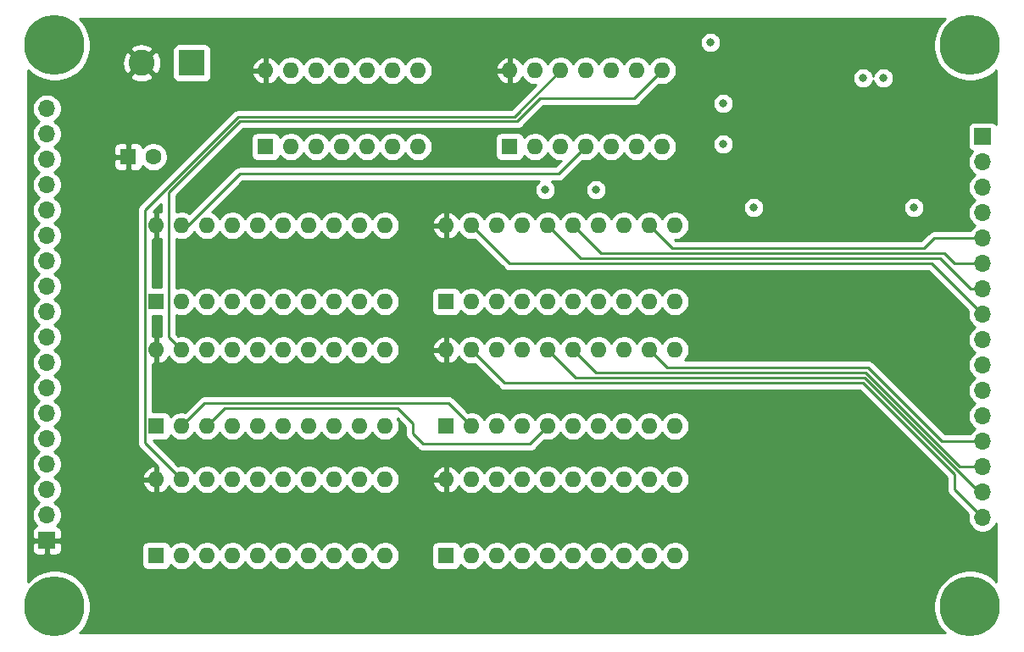
<source format=gbr>
%TF.GenerationSoftware,KiCad,Pcbnew,(5.1.9-0-10_14)*%
%TF.CreationDate,2021-07-04T10:57:10-04:00*%
%TF.ProjectId,register-smd,72656769-7374-4657-922d-736d642e6b69,rev?*%
%TF.SameCoordinates,Original*%
%TF.FileFunction,Copper,L3,Inr*%
%TF.FilePolarity,Positive*%
%FSLAX46Y46*%
G04 Gerber Fmt 4.6, Leading zero omitted, Abs format (unit mm)*
G04 Created by KiCad (PCBNEW (5.1.9-0-10_14)) date 2021-07-04 10:57:10*
%MOMM*%
%LPD*%
G01*
G04 APERTURE LIST*
%TA.AperFunction,ComponentPad*%
%ADD10O,1.700000X1.700000*%
%TD*%
%TA.AperFunction,ComponentPad*%
%ADD11R,1.700000X1.700000*%
%TD*%
%TA.AperFunction,ComponentPad*%
%ADD12O,1.600000X1.600000*%
%TD*%
%TA.AperFunction,ComponentPad*%
%ADD13R,1.600000X1.600000*%
%TD*%
%TA.AperFunction,ComponentPad*%
%ADD14C,1.600000*%
%TD*%
%TA.AperFunction,ComponentPad*%
%ADD15C,0.800000*%
%TD*%
%TA.AperFunction,ComponentPad*%
%ADD16C,6.000000*%
%TD*%
%TA.AperFunction,ComponentPad*%
%ADD17C,2.600000*%
%TD*%
%TA.AperFunction,ComponentPad*%
%ADD18R,2.600000X2.600000*%
%TD*%
%TA.AperFunction,ViaPad*%
%ADD19C,0.800000*%
%TD*%
%TA.AperFunction,Conductor*%
%ADD20C,0.250000*%
%TD*%
%TA.AperFunction,Conductor*%
%ADD21C,0.254000*%
%TD*%
%TA.AperFunction,Conductor*%
%ADD22C,0.100000*%
%TD*%
G04 APERTURE END LIST*
D10*
%TO.N,/B7*%
%TO.C,J2*%
X148590000Y-97028000D03*
%TO.N,/B6*%
X148590000Y-94488000D03*
%TO.N,/B5*%
X148590000Y-91948000D03*
%TO.N,/B4*%
X148590000Y-89408000D03*
%TO.N,/B3*%
X148590000Y-86868000D03*
%TO.N,/B2*%
X148590000Y-84328000D03*
%TO.N,/B1*%
X148590000Y-81788000D03*
%TO.N,/B0*%
X148590000Y-79248000D03*
%TO.N,/A7*%
X148590000Y-76708000D03*
%TO.N,/A6*%
X148590000Y-74168000D03*
%TO.N,/A5*%
X148590000Y-71628000D03*
%TO.N,/A4*%
X148590000Y-69088000D03*
%TO.N,/A3*%
X148590000Y-66548000D03*
%TO.N,/A2*%
X148590000Y-64008000D03*
%TO.N,/A1*%
X148590000Y-61468000D03*
D11*
%TO.N,/A0*%
X148590000Y-58928000D03*
%TD*%
D12*
%TO.N,VCC*%
%TO.C,U47*%
X66040000Y-67818000D03*
%TO.N,GND*%
X88900000Y-75438000D03*
%TO.N,AO*%
X68580000Y-67818000D03*
%TO.N,/A7*%
X86360000Y-75438000D03*
%TO.N,BUS_00*%
X71120000Y-67818000D03*
%TO.N,/A6*%
X83820000Y-75438000D03*
%TO.N,BUS_01*%
X73660000Y-67818000D03*
%TO.N,/A5*%
X81280000Y-75438000D03*
%TO.N,BUS_02*%
X76200000Y-67818000D03*
%TO.N,/A4*%
X78740000Y-75438000D03*
%TO.N,BUS_03*%
X78740000Y-67818000D03*
%TO.N,/A3*%
X76200000Y-75438000D03*
%TO.N,BUS_04*%
X81280000Y-67818000D03*
%TO.N,/A2*%
X73660000Y-75438000D03*
%TO.N,BUS_05*%
X83820000Y-67818000D03*
%TO.N,/A1*%
X71120000Y-75438000D03*
%TO.N,BUS_06*%
X86360000Y-67818000D03*
%TO.N,/A0*%
X68580000Y-75438000D03*
%TO.N,BUS_07*%
X88900000Y-67818000D03*
D13*
%TO.N,GND*%
X66040000Y-75438000D03*
%TD*%
D12*
%TO.N,VCC*%
%TO.C,U7*%
X66040000Y-93218000D03*
%TO.N,GND*%
X88900000Y-100838000D03*
%TO.N,CO*%
X68580000Y-93218000D03*
%TO.N,/C7*%
X86360000Y-100838000D03*
%TO.N,BUS_00*%
X71120000Y-93218000D03*
%TO.N,/C6*%
X83820000Y-100838000D03*
%TO.N,BUS_01*%
X73660000Y-93218000D03*
%TO.N,/C5*%
X81280000Y-100838000D03*
%TO.N,BUS_02*%
X76200000Y-93218000D03*
%TO.N,/C4*%
X78740000Y-100838000D03*
%TO.N,BUS_03*%
X78740000Y-93218000D03*
%TO.N,/C3*%
X76200000Y-100838000D03*
%TO.N,BUS_04*%
X81280000Y-93218000D03*
%TO.N,/C2*%
X73660000Y-100838000D03*
%TO.N,BUS_05*%
X83820000Y-93218000D03*
%TO.N,/C1*%
X71120000Y-100838000D03*
%TO.N,BUS_06*%
X86360000Y-93218000D03*
%TO.N,/C0*%
X68580000Y-100838000D03*
%TO.N,BUS_07*%
X88900000Y-93218000D03*
D13*
%TO.N,GND*%
X66040000Y-100838000D03*
%TD*%
D12*
%TO.N,VCC*%
%TO.C,U6*%
X94996000Y-93218000D03*
%TO.N,GND*%
X117856000Y-100838000D03*
%TO.N,/C7*%
X97536000Y-93218000D03*
%TO.N,/C3*%
X115316000Y-100838000D03*
%TO.N,BUS_07*%
X100076000Y-93218000D03*
%TO.N,BUS_03*%
X112776000Y-100838000D03*
%TO.N,BUS_06*%
X102616000Y-93218000D03*
%TO.N,BUS_02*%
X110236000Y-100838000D03*
%TO.N,/C6*%
X105156000Y-93218000D03*
%TO.N,/C2*%
X107696000Y-100838000D03*
%TO.N,/C5*%
X107696000Y-93218000D03*
%TO.N,/C1*%
X105156000Y-100838000D03*
%TO.N,BUS_05*%
X110236000Y-93218000D03*
%TO.N,BUS_01*%
X102616000Y-100838000D03*
%TO.N,BUS_04*%
X112776000Y-93218000D03*
%TO.N,BUS_00*%
X100076000Y-100838000D03*
%TO.N,/C4*%
X115316000Y-93218000D03*
%TO.N,/C0*%
X97536000Y-100838000D03*
%TO.N,Net-(U2-Pad8)*%
X117856000Y-93218000D03*
D13*
%TO.N,MR*%
X94996000Y-100838000D03*
%TD*%
D12*
%TO.N,VCC*%
%TO.C,U5*%
X66040000Y-80264000D03*
%TO.N,GND*%
X88900000Y-87884000D03*
%TO.N,BO*%
X68580000Y-80264000D03*
%TO.N,/B7*%
X86360000Y-87884000D03*
%TO.N,BUS_00*%
X71120000Y-80264000D03*
%TO.N,/B6*%
X83820000Y-87884000D03*
%TO.N,BUS_01*%
X73660000Y-80264000D03*
%TO.N,/B5*%
X81280000Y-87884000D03*
%TO.N,BUS_02*%
X76200000Y-80264000D03*
%TO.N,/B4*%
X78740000Y-87884000D03*
%TO.N,BUS_03*%
X78740000Y-80264000D03*
%TO.N,/B3*%
X76200000Y-87884000D03*
%TO.N,BUS_04*%
X81280000Y-80264000D03*
%TO.N,/B2*%
X73660000Y-87884000D03*
%TO.N,BUS_05*%
X83820000Y-80264000D03*
%TO.N,/B1*%
X71120000Y-87884000D03*
%TO.N,BUS_06*%
X86360000Y-80264000D03*
%TO.N,/B0*%
X68580000Y-87884000D03*
%TO.N,BUS_07*%
X88900000Y-80264000D03*
D13*
%TO.N,GND*%
X66040000Y-87884000D03*
%TD*%
D12*
%TO.N,VCC*%
%TO.C,U4*%
X101346000Y-52324000D03*
%TO.N,GND*%
X116586000Y-59944000D03*
%TO.N,!CO*%
X103886000Y-52324000D03*
%TO.N,BI*%
X114046000Y-59944000D03*
%TO.N,CO*%
X106426000Y-52324000D03*
%TO.N,!BI*%
X111506000Y-59944000D03*
%TO.N,!CI*%
X108966000Y-52324000D03*
%TO.N,AO*%
X108966000Y-59944000D03*
%TO.N,CI*%
X111506000Y-52324000D03*
%TO.N,!AO*%
X106426000Y-59944000D03*
%TO.N,!BO*%
X114046000Y-52324000D03*
%TO.N,AI*%
X103886000Y-59944000D03*
%TO.N,BO*%
X116586000Y-52324000D03*
D13*
%TO.N,!AI*%
X101346000Y-59944000D03*
%TD*%
D12*
%TO.N,VCC*%
%TO.C,U3*%
X94996000Y-80264000D03*
%TO.N,GND*%
X117856000Y-87884000D03*
%TO.N,/B7*%
X97536000Y-80264000D03*
%TO.N,/B3*%
X115316000Y-87884000D03*
%TO.N,BUS_07*%
X100076000Y-80264000D03*
%TO.N,BUS_03*%
X112776000Y-87884000D03*
%TO.N,BUS_06*%
X102616000Y-80264000D03*
%TO.N,BUS_02*%
X110236000Y-87884000D03*
%TO.N,/B6*%
X105156000Y-80264000D03*
%TO.N,/B2*%
X107696000Y-87884000D03*
%TO.N,/B5*%
X107696000Y-80264000D03*
%TO.N,/B1*%
X105156000Y-87884000D03*
%TO.N,BUS_05*%
X110236000Y-80264000D03*
%TO.N,BUS_01*%
X102616000Y-87884000D03*
%TO.N,BUS_04*%
X112776000Y-80264000D03*
%TO.N,BUS_00*%
X100076000Y-87884000D03*
%TO.N,/B4*%
X115316000Y-80264000D03*
%TO.N,/B0*%
X97536000Y-87884000D03*
%TO.N,Net-(U2-Pad6)*%
X117856000Y-80264000D03*
D13*
%TO.N,MR*%
X94996000Y-87884000D03*
%TD*%
D12*
%TO.N,VCC*%
%TO.C,U2*%
X76962000Y-52324000D03*
%TO.N,GND*%
X92202000Y-59944000D03*
%TO.N,N/C*%
X79502000Y-52324000D03*
%TO.N,Net-(U2-Pad6)*%
X89662000Y-59944000D03*
%TO.N,N/C*%
X82042000Y-52324000D03*
%TO.N,CLOCK*%
X87122000Y-59944000D03*
%TO.N,N/C*%
X84582000Y-52324000D03*
%TO.N,BI*%
X84582000Y-59944000D03*
%TO.N,CLOCK*%
X87122000Y-52324000D03*
%TO.N,Net-(U1-Pad11)*%
X82042000Y-59944000D03*
%TO.N,CI*%
X89662000Y-52324000D03*
%TO.N,CLOCK*%
X79502000Y-59944000D03*
%TO.N,Net-(U2-Pad8)*%
X92202000Y-52324000D03*
D13*
%TO.N,AI*%
X76962000Y-59944000D03*
%TD*%
D12*
%TO.N,VCC*%
%TO.C,U1*%
X94996000Y-67818000D03*
%TO.N,GND*%
X117856000Y-75438000D03*
%TO.N,/A7*%
X97536000Y-67818000D03*
%TO.N,/A3*%
X115316000Y-75438000D03*
%TO.N,BUS_07*%
X100076000Y-67818000D03*
%TO.N,BUS_03*%
X112776000Y-75438000D03*
%TO.N,BUS_06*%
X102616000Y-67818000D03*
%TO.N,BUS_02*%
X110236000Y-75438000D03*
%TO.N,/A6*%
X105156000Y-67818000D03*
%TO.N,/A2*%
X107696000Y-75438000D03*
%TO.N,/A5*%
X107696000Y-67818000D03*
%TO.N,/A1*%
X105156000Y-75438000D03*
%TO.N,BUS_05*%
X110236000Y-67818000D03*
%TO.N,BUS_01*%
X102616000Y-75438000D03*
%TO.N,BUS_04*%
X112776000Y-67818000D03*
%TO.N,BUS_00*%
X100076000Y-75438000D03*
%TO.N,/A4*%
X115316000Y-67818000D03*
%TO.N,/A0*%
X97536000Y-75438000D03*
%TO.N,Net-(U1-Pad11)*%
X117856000Y-67818000D03*
D13*
%TO.N,MR*%
X94996000Y-75438000D03*
%TD*%
D14*
%TO.N,GND*%
%TO.C,C4*%
X65746000Y-60960000D03*
D13*
%TO.N,VCC*%
X63246000Y-60960000D03*
%TD*%
D10*
%TO.N,!CO*%
%TO.C,J8*%
X55118000Y-56134000D03*
%TO.N,!CI*%
X55118000Y-58674000D03*
%TO.N,!BO*%
X55118000Y-61214000D03*
%TO.N,!BI*%
X55118000Y-63754000D03*
%TO.N,!AO*%
X55118000Y-66294000D03*
%TO.N,!AI*%
X55118000Y-68834000D03*
%TO.N,MR*%
X55118000Y-71374000D03*
%TO.N,CLOCK*%
X55118000Y-73914000D03*
%TO.N,BUS_07*%
X55118000Y-76454000D03*
%TO.N,BUS_06*%
X55118000Y-78994000D03*
%TO.N,BUS_05*%
X55118000Y-81534000D03*
%TO.N,BUS_04*%
X55118000Y-84074000D03*
%TO.N,BUS_03*%
X55118000Y-86614000D03*
%TO.N,BUS_02*%
X55118000Y-89154000D03*
%TO.N,BUS_01*%
X55118000Y-91694000D03*
%TO.N,BUS_00*%
X55118000Y-94234000D03*
%TO.N,GND*%
X55118000Y-96774000D03*
D11*
%TO.N,VCC*%
X55118000Y-99314000D03*
%TD*%
D15*
%TO.N,N/C*%
%TO.C,REF\u002A\u002A*%
X148910990Y-104327010D03*
X147320000Y-103668000D03*
X145729010Y-104327010D03*
X145070000Y-105918000D03*
X145729010Y-107508990D03*
X147320000Y-108168000D03*
X148910990Y-107508990D03*
X149570000Y-105918000D03*
D16*
X147320000Y-105918000D03*
%TD*%
%TO.N,N/C*%
%TO.C,REF\u002A\u002A*%
X147320000Y-49784000D03*
D15*
X149570000Y-49784000D03*
X148910990Y-51374990D03*
X147320000Y-52034000D03*
X145729010Y-51374990D03*
X145070000Y-49784000D03*
X145729010Y-48193010D03*
X147320000Y-47534000D03*
X148910990Y-48193010D03*
%TD*%
D16*
%TO.N,N/C*%
%TO.C,REF\u002A\u002A*%
X55880000Y-105918000D03*
D15*
X58130000Y-105918000D03*
X57470990Y-107508990D03*
X55880000Y-108168000D03*
X54289010Y-107508990D03*
X53630000Y-105918000D03*
X54289010Y-104327010D03*
X55880000Y-103668000D03*
X57470990Y-104327010D03*
%TD*%
D17*
%TO.N,VCC*%
%TO.C,J1*%
X64596000Y-51562000D03*
D18*
%TO.N,GND*%
X69596000Y-51562000D03*
%TD*%
D15*
%TO.N,N/C*%
%TO.C,REF\u002A\u002A*%
X57470990Y-48193010D03*
X55880000Y-47534000D03*
X54289010Y-48193010D03*
X53630000Y-49784000D03*
X54289010Y-51374990D03*
X55880000Y-52034000D03*
X57470990Y-51374990D03*
X58130000Y-49784000D03*
D16*
X55880000Y-49784000D03*
%TD*%
D19*
%TO.N,GND*%
X121412000Y-49530000D03*
X109982000Y-64262000D03*
X104902000Y-64262000D03*
X125730000Y-66040000D03*
X141732000Y-66040000D03*
%TO.N,AI*%
X122682000Y-59690000D03*
%TO.N,AO*%
X122682000Y-55626000D03*
%TO.N,CI*%
X136652000Y-53086000D03*
%TO.N,CO*%
X138684000Y-53086000D03*
%TD*%
D20*
%TO.N,/A4*%
X148590000Y-69088000D02*
X143764000Y-69088000D01*
X143764000Y-69088000D02*
X142748000Y-70104000D01*
X117602000Y-70104000D02*
X115316000Y-67818000D01*
X142748000Y-70104000D02*
X117602000Y-70104000D01*
%TO.N,/A5*%
X148197978Y-71235978D02*
X148590000Y-71628000D01*
X148590000Y-71628000D02*
X145796000Y-71628000D01*
X145796000Y-71628000D02*
X144780000Y-70612000D01*
X110490000Y-70612000D02*
X107696000Y-67818000D01*
X144780000Y-70612000D02*
X110490000Y-70612000D01*
%TO.N,/A6*%
X148590000Y-74168000D02*
X147387919Y-74168000D01*
X144339919Y-71120000D02*
X108458000Y-71120000D01*
X147387919Y-74168000D02*
X144339919Y-71120000D01*
X108458000Y-71120000D02*
X105156000Y-67818000D01*
%TO.N,/A7*%
X148082000Y-76708000D02*
X148590000Y-76708000D01*
X101346000Y-71628000D02*
X97536000Y-67818000D01*
X148590000Y-76708000D02*
X143510000Y-71628000D01*
X143510000Y-71628000D02*
X101346000Y-71628000D01*
%TO.N,AO*%
X106239600Y-62670400D02*
X108966000Y-59944000D01*
X68580000Y-67818000D02*
X69216411Y-67818000D01*
X69216411Y-67818000D02*
X74364011Y-62670400D01*
X74364011Y-62670400D02*
X106239600Y-62670400D01*
%TO.N,/B0*%
X68580000Y-87884000D02*
X70866000Y-85598000D01*
X95250000Y-85598000D02*
X97536000Y-87884000D01*
X70866000Y-85598000D02*
X95250000Y-85598000D01*
%TO.N,/B1*%
X92710000Y-89662000D02*
X103378000Y-89662000D01*
X91694000Y-87630000D02*
X91694000Y-88646000D01*
X71120000Y-87884000D02*
X72898000Y-86106000D01*
X90170000Y-86106000D02*
X91694000Y-87630000D01*
X103378000Y-89662000D02*
X105156000Y-87884000D01*
X72898000Y-86106000D02*
X90170000Y-86106000D01*
X91694000Y-88646000D02*
X92710000Y-89662000D01*
%TO.N,/B2*%
X148336000Y-84582000D02*
X148590000Y-84328000D01*
%TO.N,/B4*%
X148590000Y-89408000D02*
X144526000Y-89408000D01*
X144526000Y-89408000D02*
X137160000Y-82042000D01*
X117094000Y-82042000D02*
X115316000Y-80264000D01*
X137160000Y-82042000D02*
X117094000Y-82042000D01*
%TO.N,/B5*%
X148590000Y-91948000D02*
X148590000Y-91945178D01*
X136908820Y-82550000D02*
X109982000Y-82550000D01*
X148590000Y-91948000D02*
X146306820Y-91948000D01*
X146306820Y-91948000D02*
X136908820Y-82550000D01*
X109982000Y-82550000D02*
X107696000Y-80264000D01*
%TO.N,/B6*%
X136780410Y-83058000D02*
X107950000Y-83058000D01*
X148590000Y-94488000D02*
X148210410Y-94488000D01*
X148210410Y-94488000D02*
X136780410Y-83058000D01*
X107950000Y-83058000D02*
X105156000Y-80264000D01*
%TO.N,/B7*%
X148590000Y-97028000D02*
X145796000Y-94234000D01*
X145796000Y-94234000D02*
X145796000Y-92710000D01*
X145796000Y-92710000D02*
X136652000Y-83566000D01*
X100838000Y-83566000D02*
X97536000Y-80264000D01*
X136652000Y-83566000D02*
X100838000Y-83566000D01*
%TO.N,BO*%
X67310000Y-64516000D02*
X67310000Y-78994000D01*
X104394000Y-55118000D02*
X102108000Y-57404000D01*
X74422000Y-57404000D02*
X67310000Y-64516000D01*
X67310000Y-78994000D02*
X68580000Y-80264000D01*
X102108000Y-57404000D02*
X74422000Y-57404000D01*
X113792000Y-55118000D02*
X104394000Y-55118000D01*
X116586000Y-52324000D02*
X113792000Y-55118000D01*
%TO.N,CO*%
X64914999Y-66274590D02*
X64914999Y-89552999D01*
X106426000Y-52324000D02*
X101796011Y-56953989D01*
X74235600Y-56953989D02*
X64914999Y-66274590D01*
X101796011Y-56953989D02*
X74235600Y-56953989D01*
X64914999Y-89552999D02*
X68580000Y-93218000D01*
%TD*%
D21*
%TO.N,VCC*%
X144496511Y-47466823D02*
X144098705Y-48062182D01*
X143824691Y-48723710D01*
X143685000Y-49425984D01*
X143685000Y-50142016D01*
X143824691Y-50844290D01*
X144098705Y-51505818D01*
X144496511Y-52101177D01*
X145002823Y-52607489D01*
X145598182Y-53005295D01*
X146259710Y-53279309D01*
X146961984Y-53419000D01*
X147678016Y-53419000D01*
X148380290Y-53279309D01*
X149041818Y-53005295D01*
X149637177Y-52607489D01*
X149962000Y-52282666D01*
X149962000Y-57713104D01*
X149891185Y-57626815D01*
X149794494Y-57547463D01*
X149684180Y-57488498D01*
X149564482Y-57452188D01*
X149440000Y-57439928D01*
X147740000Y-57439928D01*
X147615518Y-57452188D01*
X147495820Y-57488498D01*
X147385506Y-57547463D01*
X147288815Y-57626815D01*
X147209463Y-57723506D01*
X147150498Y-57833820D01*
X147114188Y-57953518D01*
X147101928Y-58078000D01*
X147101928Y-59778000D01*
X147114188Y-59902482D01*
X147150498Y-60022180D01*
X147209463Y-60132494D01*
X147288815Y-60229185D01*
X147385506Y-60308537D01*
X147495820Y-60367502D01*
X147568380Y-60389513D01*
X147436525Y-60521368D01*
X147274010Y-60764589D01*
X147162068Y-61034842D01*
X147105000Y-61321740D01*
X147105000Y-61614260D01*
X147162068Y-61901158D01*
X147274010Y-62171411D01*
X147436525Y-62414632D01*
X147643368Y-62621475D01*
X147817760Y-62738000D01*
X147643368Y-62854525D01*
X147436525Y-63061368D01*
X147274010Y-63304589D01*
X147162068Y-63574842D01*
X147105000Y-63861740D01*
X147105000Y-64154260D01*
X147162068Y-64441158D01*
X147274010Y-64711411D01*
X147436525Y-64954632D01*
X147643368Y-65161475D01*
X147817760Y-65278000D01*
X147643368Y-65394525D01*
X147436525Y-65601368D01*
X147274010Y-65844589D01*
X147162068Y-66114842D01*
X147105000Y-66401740D01*
X147105000Y-66694260D01*
X147162068Y-66981158D01*
X147274010Y-67251411D01*
X147436525Y-67494632D01*
X147643368Y-67701475D01*
X147817760Y-67818000D01*
X147643368Y-67934525D01*
X147436525Y-68141368D01*
X147311822Y-68328000D01*
X143801322Y-68328000D01*
X143764000Y-68324324D01*
X143726677Y-68328000D01*
X143726667Y-68328000D01*
X143615014Y-68338997D01*
X143473912Y-68381799D01*
X143471753Y-68382454D01*
X143339723Y-68453026D01*
X143256083Y-68521668D01*
X143223999Y-68547999D01*
X143200201Y-68576997D01*
X142433199Y-69344000D01*
X117916802Y-69344000D01*
X117825802Y-69253000D01*
X117997335Y-69253000D01*
X118274574Y-69197853D01*
X118535727Y-69089680D01*
X118770759Y-68932637D01*
X118970637Y-68732759D01*
X119127680Y-68497727D01*
X119235853Y-68236574D01*
X119291000Y-67959335D01*
X119291000Y-67676665D01*
X119235853Y-67399426D01*
X119127680Y-67138273D01*
X118970637Y-66903241D01*
X118770759Y-66703363D01*
X118535727Y-66546320D01*
X118274574Y-66438147D01*
X117997335Y-66383000D01*
X117714665Y-66383000D01*
X117437426Y-66438147D01*
X117176273Y-66546320D01*
X116941241Y-66703363D01*
X116741363Y-66903241D01*
X116586000Y-67135759D01*
X116430637Y-66903241D01*
X116230759Y-66703363D01*
X115995727Y-66546320D01*
X115734574Y-66438147D01*
X115457335Y-66383000D01*
X115174665Y-66383000D01*
X114897426Y-66438147D01*
X114636273Y-66546320D01*
X114401241Y-66703363D01*
X114201363Y-66903241D01*
X114046000Y-67135759D01*
X113890637Y-66903241D01*
X113690759Y-66703363D01*
X113455727Y-66546320D01*
X113194574Y-66438147D01*
X112917335Y-66383000D01*
X112634665Y-66383000D01*
X112357426Y-66438147D01*
X112096273Y-66546320D01*
X111861241Y-66703363D01*
X111661363Y-66903241D01*
X111506000Y-67135759D01*
X111350637Y-66903241D01*
X111150759Y-66703363D01*
X110915727Y-66546320D01*
X110654574Y-66438147D01*
X110377335Y-66383000D01*
X110094665Y-66383000D01*
X109817426Y-66438147D01*
X109556273Y-66546320D01*
X109321241Y-66703363D01*
X109121363Y-66903241D01*
X108966000Y-67135759D01*
X108810637Y-66903241D01*
X108610759Y-66703363D01*
X108375727Y-66546320D01*
X108114574Y-66438147D01*
X107837335Y-66383000D01*
X107554665Y-66383000D01*
X107277426Y-66438147D01*
X107016273Y-66546320D01*
X106781241Y-66703363D01*
X106581363Y-66903241D01*
X106426000Y-67135759D01*
X106270637Y-66903241D01*
X106070759Y-66703363D01*
X105835727Y-66546320D01*
X105574574Y-66438147D01*
X105297335Y-66383000D01*
X105014665Y-66383000D01*
X104737426Y-66438147D01*
X104476273Y-66546320D01*
X104241241Y-66703363D01*
X104041363Y-66903241D01*
X103886000Y-67135759D01*
X103730637Y-66903241D01*
X103530759Y-66703363D01*
X103295727Y-66546320D01*
X103034574Y-66438147D01*
X102757335Y-66383000D01*
X102474665Y-66383000D01*
X102197426Y-66438147D01*
X101936273Y-66546320D01*
X101701241Y-66703363D01*
X101501363Y-66903241D01*
X101346000Y-67135759D01*
X101190637Y-66903241D01*
X100990759Y-66703363D01*
X100755727Y-66546320D01*
X100494574Y-66438147D01*
X100217335Y-66383000D01*
X99934665Y-66383000D01*
X99657426Y-66438147D01*
X99396273Y-66546320D01*
X99161241Y-66703363D01*
X98961363Y-66903241D01*
X98806000Y-67135759D01*
X98650637Y-66903241D01*
X98450759Y-66703363D01*
X98215727Y-66546320D01*
X97954574Y-66438147D01*
X97677335Y-66383000D01*
X97394665Y-66383000D01*
X97117426Y-66438147D01*
X96856273Y-66546320D01*
X96621241Y-66703363D01*
X96421363Y-66903241D01*
X96264320Y-67138273D01*
X96259933Y-67148865D01*
X96148385Y-66962869D01*
X95959414Y-66754481D01*
X95733420Y-66586963D01*
X95479087Y-66466754D01*
X95345039Y-66426096D01*
X95123000Y-66548085D01*
X95123000Y-67691000D01*
X95143000Y-67691000D01*
X95143000Y-67945000D01*
X95123000Y-67945000D01*
X95123000Y-69087915D01*
X95345039Y-69209904D01*
X95479087Y-69169246D01*
X95733420Y-69049037D01*
X95959414Y-68881519D01*
X96148385Y-68673131D01*
X96259933Y-68487135D01*
X96264320Y-68497727D01*
X96421363Y-68732759D01*
X96621241Y-68932637D01*
X96856273Y-69089680D01*
X97117426Y-69197853D01*
X97394665Y-69253000D01*
X97677335Y-69253000D01*
X97859887Y-69216688D01*
X100782200Y-72139002D01*
X100805999Y-72168001D01*
X100921724Y-72262974D01*
X101053753Y-72333546D01*
X101197014Y-72377003D01*
X101308667Y-72388000D01*
X101308675Y-72388000D01*
X101346000Y-72391676D01*
X101383325Y-72388000D01*
X143195199Y-72388000D01*
X147148790Y-76341592D01*
X147105000Y-76561740D01*
X147105000Y-76854260D01*
X147162068Y-77141158D01*
X147274010Y-77411411D01*
X147436525Y-77654632D01*
X147643368Y-77861475D01*
X147817760Y-77978000D01*
X147643368Y-78094525D01*
X147436525Y-78301368D01*
X147274010Y-78544589D01*
X147162068Y-78814842D01*
X147105000Y-79101740D01*
X147105000Y-79394260D01*
X147162068Y-79681158D01*
X147274010Y-79951411D01*
X147436525Y-80194632D01*
X147643368Y-80401475D01*
X147817760Y-80518000D01*
X147643368Y-80634525D01*
X147436525Y-80841368D01*
X147274010Y-81084589D01*
X147162068Y-81354842D01*
X147105000Y-81641740D01*
X147105000Y-81934260D01*
X147162068Y-82221158D01*
X147274010Y-82491411D01*
X147436525Y-82734632D01*
X147643368Y-82941475D01*
X147817760Y-83058000D01*
X147643368Y-83174525D01*
X147436525Y-83381368D01*
X147274010Y-83624589D01*
X147162068Y-83894842D01*
X147105000Y-84181740D01*
X147105000Y-84474260D01*
X147162068Y-84761158D01*
X147274010Y-85031411D01*
X147436525Y-85274632D01*
X147643368Y-85481475D01*
X147817760Y-85598000D01*
X147643368Y-85714525D01*
X147436525Y-85921368D01*
X147274010Y-86164589D01*
X147162068Y-86434842D01*
X147105000Y-86721740D01*
X147105000Y-87014260D01*
X147162068Y-87301158D01*
X147274010Y-87571411D01*
X147436525Y-87814632D01*
X147643368Y-88021475D01*
X147817760Y-88138000D01*
X147643368Y-88254525D01*
X147436525Y-88461368D01*
X147311822Y-88648000D01*
X144840802Y-88648000D01*
X137723804Y-81531003D01*
X137700001Y-81501999D01*
X137584276Y-81407026D01*
X137452247Y-81336454D01*
X137308986Y-81292997D01*
X137197333Y-81282000D01*
X137197322Y-81282000D01*
X137160000Y-81278324D01*
X137122678Y-81282000D01*
X118867396Y-81282000D01*
X118970637Y-81178759D01*
X119127680Y-80943727D01*
X119235853Y-80682574D01*
X119291000Y-80405335D01*
X119291000Y-80122665D01*
X119235853Y-79845426D01*
X119127680Y-79584273D01*
X118970637Y-79349241D01*
X118770759Y-79149363D01*
X118535727Y-78992320D01*
X118274574Y-78884147D01*
X117997335Y-78829000D01*
X117714665Y-78829000D01*
X117437426Y-78884147D01*
X117176273Y-78992320D01*
X116941241Y-79149363D01*
X116741363Y-79349241D01*
X116586000Y-79581759D01*
X116430637Y-79349241D01*
X116230759Y-79149363D01*
X115995727Y-78992320D01*
X115734574Y-78884147D01*
X115457335Y-78829000D01*
X115174665Y-78829000D01*
X114897426Y-78884147D01*
X114636273Y-78992320D01*
X114401241Y-79149363D01*
X114201363Y-79349241D01*
X114046000Y-79581759D01*
X113890637Y-79349241D01*
X113690759Y-79149363D01*
X113455727Y-78992320D01*
X113194574Y-78884147D01*
X112917335Y-78829000D01*
X112634665Y-78829000D01*
X112357426Y-78884147D01*
X112096273Y-78992320D01*
X111861241Y-79149363D01*
X111661363Y-79349241D01*
X111506000Y-79581759D01*
X111350637Y-79349241D01*
X111150759Y-79149363D01*
X110915727Y-78992320D01*
X110654574Y-78884147D01*
X110377335Y-78829000D01*
X110094665Y-78829000D01*
X109817426Y-78884147D01*
X109556273Y-78992320D01*
X109321241Y-79149363D01*
X109121363Y-79349241D01*
X108966000Y-79581759D01*
X108810637Y-79349241D01*
X108610759Y-79149363D01*
X108375727Y-78992320D01*
X108114574Y-78884147D01*
X107837335Y-78829000D01*
X107554665Y-78829000D01*
X107277426Y-78884147D01*
X107016273Y-78992320D01*
X106781241Y-79149363D01*
X106581363Y-79349241D01*
X106426000Y-79581759D01*
X106270637Y-79349241D01*
X106070759Y-79149363D01*
X105835727Y-78992320D01*
X105574574Y-78884147D01*
X105297335Y-78829000D01*
X105014665Y-78829000D01*
X104737426Y-78884147D01*
X104476273Y-78992320D01*
X104241241Y-79149363D01*
X104041363Y-79349241D01*
X103886000Y-79581759D01*
X103730637Y-79349241D01*
X103530759Y-79149363D01*
X103295727Y-78992320D01*
X103034574Y-78884147D01*
X102757335Y-78829000D01*
X102474665Y-78829000D01*
X102197426Y-78884147D01*
X101936273Y-78992320D01*
X101701241Y-79149363D01*
X101501363Y-79349241D01*
X101346000Y-79581759D01*
X101190637Y-79349241D01*
X100990759Y-79149363D01*
X100755727Y-78992320D01*
X100494574Y-78884147D01*
X100217335Y-78829000D01*
X99934665Y-78829000D01*
X99657426Y-78884147D01*
X99396273Y-78992320D01*
X99161241Y-79149363D01*
X98961363Y-79349241D01*
X98806000Y-79581759D01*
X98650637Y-79349241D01*
X98450759Y-79149363D01*
X98215727Y-78992320D01*
X97954574Y-78884147D01*
X97677335Y-78829000D01*
X97394665Y-78829000D01*
X97117426Y-78884147D01*
X96856273Y-78992320D01*
X96621241Y-79149363D01*
X96421363Y-79349241D01*
X96264320Y-79584273D01*
X96259933Y-79594865D01*
X96148385Y-79408869D01*
X95959414Y-79200481D01*
X95733420Y-79032963D01*
X95479087Y-78912754D01*
X95345039Y-78872096D01*
X95123000Y-78994085D01*
X95123000Y-80137000D01*
X95143000Y-80137000D01*
X95143000Y-80391000D01*
X95123000Y-80391000D01*
X95123000Y-81533915D01*
X95345039Y-81655904D01*
X95479087Y-81615246D01*
X95733420Y-81495037D01*
X95959414Y-81327519D01*
X96148385Y-81119131D01*
X96259933Y-80933135D01*
X96264320Y-80943727D01*
X96421363Y-81178759D01*
X96621241Y-81378637D01*
X96856273Y-81535680D01*
X97117426Y-81643853D01*
X97394665Y-81699000D01*
X97677335Y-81699000D01*
X97859887Y-81662688D01*
X100274200Y-84077002D01*
X100297999Y-84106001D01*
X100413724Y-84200974D01*
X100545753Y-84271546D01*
X100689014Y-84315003D01*
X100800667Y-84326000D01*
X100800676Y-84326000D01*
X100837999Y-84329676D01*
X100875322Y-84326000D01*
X136337199Y-84326000D01*
X145036001Y-93024803D01*
X145036000Y-94196677D01*
X145032324Y-94234000D01*
X145036000Y-94271322D01*
X145036000Y-94271332D01*
X145046997Y-94382985D01*
X145079362Y-94489680D01*
X145090454Y-94526246D01*
X145161026Y-94658276D01*
X145200871Y-94706826D01*
X145255999Y-94774001D01*
X145285003Y-94797804D01*
X147148790Y-96661592D01*
X147105000Y-96881740D01*
X147105000Y-97174260D01*
X147162068Y-97461158D01*
X147274010Y-97731411D01*
X147436525Y-97974632D01*
X147643368Y-98181475D01*
X147886589Y-98343990D01*
X148156842Y-98455932D01*
X148443740Y-98513000D01*
X148736260Y-98513000D01*
X149023158Y-98455932D01*
X149293411Y-98343990D01*
X149536632Y-98181475D01*
X149743475Y-97974632D01*
X149905990Y-97731411D01*
X149962001Y-97596188D01*
X149962001Y-103419335D01*
X149637177Y-103094511D01*
X149041818Y-102696705D01*
X148380290Y-102422691D01*
X147678016Y-102283000D01*
X146961984Y-102283000D01*
X146259710Y-102422691D01*
X145598182Y-102696705D01*
X145002823Y-103094511D01*
X144496511Y-103600823D01*
X144098705Y-104196182D01*
X143824691Y-104857710D01*
X143685000Y-105559984D01*
X143685000Y-106276016D01*
X143824691Y-106978290D01*
X144098705Y-107639818D01*
X144496511Y-108235177D01*
X144821334Y-108560000D01*
X58378666Y-108560000D01*
X58703489Y-108235177D01*
X59101295Y-107639818D01*
X59375309Y-106978290D01*
X59515000Y-106276016D01*
X59515000Y-105559984D01*
X59375309Y-104857710D01*
X59101295Y-104196182D01*
X58703489Y-103600823D01*
X58197177Y-103094511D01*
X57601818Y-102696705D01*
X56940290Y-102422691D01*
X56238016Y-102283000D01*
X55521984Y-102283000D01*
X54819710Y-102422691D01*
X54158182Y-102696705D01*
X53562823Y-103094511D01*
X53238000Y-103419334D01*
X53238000Y-100164000D01*
X53629928Y-100164000D01*
X53642188Y-100288482D01*
X53678498Y-100408180D01*
X53737463Y-100518494D01*
X53816815Y-100615185D01*
X53913506Y-100694537D01*
X54023820Y-100753502D01*
X54143518Y-100789812D01*
X54268000Y-100802072D01*
X54832250Y-100799000D01*
X54991000Y-100640250D01*
X54991000Y-99441000D01*
X55245000Y-99441000D01*
X55245000Y-100640250D01*
X55403750Y-100799000D01*
X55968000Y-100802072D01*
X56092482Y-100789812D01*
X56212180Y-100753502D01*
X56322494Y-100694537D01*
X56419185Y-100615185D01*
X56498537Y-100518494D01*
X56557502Y-100408180D01*
X56593812Y-100288482D01*
X56606072Y-100164000D01*
X56605387Y-100038000D01*
X64601928Y-100038000D01*
X64601928Y-101638000D01*
X64614188Y-101762482D01*
X64650498Y-101882180D01*
X64709463Y-101992494D01*
X64788815Y-102089185D01*
X64885506Y-102168537D01*
X64995820Y-102227502D01*
X65115518Y-102263812D01*
X65240000Y-102276072D01*
X66840000Y-102276072D01*
X66964482Y-102263812D01*
X67084180Y-102227502D01*
X67194494Y-102168537D01*
X67291185Y-102089185D01*
X67370537Y-101992494D01*
X67429502Y-101882180D01*
X67465812Y-101762482D01*
X67466643Y-101754039D01*
X67665241Y-101952637D01*
X67900273Y-102109680D01*
X68161426Y-102217853D01*
X68438665Y-102273000D01*
X68721335Y-102273000D01*
X68998574Y-102217853D01*
X69259727Y-102109680D01*
X69494759Y-101952637D01*
X69694637Y-101752759D01*
X69850000Y-101520241D01*
X70005363Y-101752759D01*
X70205241Y-101952637D01*
X70440273Y-102109680D01*
X70701426Y-102217853D01*
X70978665Y-102273000D01*
X71261335Y-102273000D01*
X71538574Y-102217853D01*
X71799727Y-102109680D01*
X72034759Y-101952637D01*
X72234637Y-101752759D01*
X72390000Y-101520241D01*
X72545363Y-101752759D01*
X72745241Y-101952637D01*
X72980273Y-102109680D01*
X73241426Y-102217853D01*
X73518665Y-102273000D01*
X73801335Y-102273000D01*
X74078574Y-102217853D01*
X74339727Y-102109680D01*
X74574759Y-101952637D01*
X74774637Y-101752759D01*
X74930000Y-101520241D01*
X75085363Y-101752759D01*
X75285241Y-101952637D01*
X75520273Y-102109680D01*
X75781426Y-102217853D01*
X76058665Y-102273000D01*
X76341335Y-102273000D01*
X76618574Y-102217853D01*
X76879727Y-102109680D01*
X77114759Y-101952637D01*
X77314637Y-101752759D01*
X77470000Y-101520241D01*
X77625363Y-101752759D01*
X77825241Y-101952637D01*
X78060273Y-102109680D01*
X78321426Y-102217853D01*
X78598665Y-102273000D01*
X78881335Y-102273000D01*
X79158574Y-102217853D01*
X79419727Y-102109680D01*
X79654759Y-101952637D01*
X79854637Y-101752759D01*
X80010000Y-101520241D01*
X80165363Y-101752759D01*
X80365241Y-101952637D01*
X80600273Y-102109680D01*
X80861426Y-102217853D01*
X81138665Y-102273000D01*
X81421335Y-102273000D01*
X81698574Y-102217853D01*
X81959727Y-102109680D01*
X82194759Y-101952637D01*
X82394637Y-101752759D01*
X82550000Y-101520241D01*
X82705363Y-101752759D01*
X82905241Y-101952637D01*
X83140273Y-102109680D01*
X83401426Y-102217853D01*
X83678665Y-102273000D01*
X83961335Y-102273000D01*
X84238574Y-102217853D01*
X84499727Y-102109680D01*
X84734759Y-101952637D01*
X84934637Y-101752759D01*
X85090000Y-101520241D01*
X85245363Y-101752759D01*
X85445241Y-101952637D01*
X85680273Y-102109680D01*
X85941426Y-102217853D01*
X86218665Y-102273000D01*
X86501335Y-102273000D01*
X86778574Y-102217853D01*
X87039727Y-102109680D01*
X87274759Y-101952637D01*
X87474637Y-101752759D01*
X87630000Y-101520241D01*
X87785363Y-101752759D01*
X87985241Y-101952637D01*
X88220273Y-102109680D01*
X88481426Y-102217853D01*
X88758665Y-102273000D01*
X89041335Y-102273000D01*
X89318574Y-102217853D01*
X89579727Y-102109680D01*
X89814759Y-101952637D01*
X90014637Y-101752759D01*
X90171680Y-101517727D01*
X90279853Y-101256574D01*
X90335000Y-100979335D01*
X90335000Y-100696665D01*
X90279853Y-100419426D01*
X90171680Y-100158273D01*
X90091317Y-100038000D01*
X93557928Y-100038000D01*
X93557928Y-101638000D01*
X93570188Y-101762482D01*
X93606498Y-101882180D01*
X93665463Y-101992494D01*
X93744815Y-102089185D01*
X93841506Y-102168537D01*
X93951820Y-102227502D01*
X94071518Y-102263812D01*
X94196000Y-102276072D01*
X95796000Y-102276072D01*
X95920482Y-102263812D01*
X96040180Y-102227502D01*
X96150494Y-102168537D01*
X96247185Y-102089185D01*
X96326537Y-101992494D01*
X96385502Y-101882180D01*
X96421812Y-101762482D01*
X96422643Y-101754039D01*
X96621241Y-101952637D01*
X96856273Y-102109680D01*
X97117426Y-102217853D01*
X97394665Y-102273000D01*
X97677335Y-102273000D01*
X97954574Y-102217853D01*
X98215727Y-102109680D01*
X98450759Y-101952637D01*
X98650637Y-101752759D01*
X98806000Y-101520241D01*
X98961363Y-101752759D01*
X99161241Y-101952637D01*
X99396273Y-102109680D01*
X99657426Y-102217853D01*
X99934665Y-102273000D01*
X100217335Y-102273000D01*
X100494574Y-102217853D01*
X100755727Y-102109680D01*
X100990759Y-101952637D01*
X101190637Y-101752759D01*
X101346000Y-101520241D01*
X101501363Y-101752759D01*
X101701241Y-101952637D01*
X101936273Y-102109680D01*
X102197426Y-102217853D01*
X102474665Y-102273000D01*
X102757335Y-102273000D01*
X103034574Y-102217853D01*
X103295727Y-102109680D01*
X103530759Y-101952637D01*
X103730637Y-101752759D01*
X103886000Y-101520241D01*
X104041363Y-101752759D01*
X104241241Y-101952637D01*
X104476273Y-102109680D01*
X104737426Y-102217853D01*
X105014665Y-102273000D01*
X105297335Y-102273000D01*
X105574574Y-102217853D01*
X105835727Y-102109680D01*
X106070759Y-101952637D01*
X106270637Y-101752759D01*
X106426000Y-101520241D01*
X106581363Y-101752759D01*
X106781241Y-101952637D01*
X107016273Y-102109680D01*
X107277426Y-102217853D01*
X107554665Y-102273000D01*
X107837335Y-102273000D01*
X108114574Y-102217853D01*
X108375727Y-102109680D01*
X108610759Y-101952637D01*
X108810637Y-101752759D01*
X108966000Y-101520241D01*
X109121363Y-101752759D01*
X109321241Y-101952637D01*
X109556273Y-102109680D01*
X109817426Y-102217853D01*
X110094665Y-102273000D01*
X110377335Y-102273000D01*
X110654574Y-102217853D01*
X110915727Y-102109680D01*
X111150759Y-101952637D01*
X111350637Y-101752759D01*
X111506000Y-101520241D01*
X111661363Y-101752759D01*
X111861241Y-101952637D01*
X112096273Y-102109680D01*
X112357426Y-102217853D01*
X112634665Y-102273000D01*
X112917335Y-102273000D01*
X113194574Y-102217853D01*
X113455727Y-102109680D01*
X113690759Y-101952637D01*
X113890637Y-101752759D01*
X114046000Y-101520241D01*
X114201363Y-101752759D01*
X114401241Y-101952637D01*
X114636273Y-102109680D01*
X114897426Y-102217853D01*
X115174665Y-102273000D01*
X115457335Y-102273000D01*
X115734574Y-102217853D01*
X115995727Y-102109680D01*
X116230759Y-101952637D01*
X116430637Y-101752759D01*
X116586000Y-101520241D01*
X116741363Y-101752759D01*
X116941241Y-101952637D01*
X117176273Y-102109680D01*
X117437426Y-102217853D01*
X117714665Y-102273000D01*
X117997335Y-102273000D01*
X118274574Y-102217853D01*
X118535727Y-102109680D01*
X118770759Y-101952637D01*
X118970637Y-101752759D01*
X119127680Y-101517727D01*
X119235853Y-101256574D01*
X119291000Y-100979335D01*
X119291000Y-100696665D01*
X119235853Y-100419426D01*
X119127680Y-100158273D01*
X118970637Y-99923241D01*
X118770759Y-99723363D01*
X118535727Y-99566320D01*
X118274574Y-99458147D01*
X117997335Y-99403000D01*
X117714665Y-99403000D01*
X117437426Y-99458147D01*
X117176273Y-99566320D01*
X116941241Y-99723363D01*
X116741363Y-99923241D01*
X116586000Y-100155759D01*
X116430637Y-99923241D01*
X116230759Y-99723363D01*
X115995727Y-99566320D01*
X115734574Y-99458147D01*
X115457335Y-99403000D01*
X115174665Y-99403000D01*
X114897426Y-99458147D01*
X114636273Y-99566320D01*
X114401241Y-99723363D01*
X114201363Y-99923241D01*
X114046000Y-100155759D01*
X113890637Y-99923241D01*
X113690759Y-99723363D01*
X113455727Y-99566320D01*
X113194574Y-99458147D01*
X112917335Y-99403000D01*
X112634665Y-99403000D01*
X112357426Y-99458147D01*
X112096273Y-99566320D01*
X111861241Y-99723363D01*
X111661363Y-99923241D01*
X111506000Y-100155759D01*
X111350637Y-99923241D01*
X111150759Y-99723363D01*
X110915727Y-99566320D01*
X110654574Y-99458147D01*
X110377335Y-99403000D01*
X110094665Y-99403000D01*
X109817426Y-99458147D01*
X109556273Y-99566320D01*
X109321241Y-99723363D01*
X109121363Y-99923241D01*
X108966000Y-100155759D01*
X108810637Y-99923241D01*
X108610759Y-99723363D01*
X108375727Y-99566320D01*
X108114574Y-99458147D01*
X107837335Y-99403000D01*
X107554665Y-99403000D01*
X107277426Y-99458147D01*
X107016273Y-99566320D01*
X106781241Y-99723363D01*
X106581363Y-99923241D01*
X106426000Y-100155759D01*
X106270637Y-99923241D01*
X106070759Y-99723363D01*
X105835727Y-99566320D01*
X105574574Y-99458147D01*
X105297335Y-99403000D01*
X105014665Y-99403000D01*
X104737426Y-99458147D01*
X104476273Y-99566320D01*
X104241241Y-99723363D01*
X104041363Y-99923241D01*
X103886000Y-100155759D01*
X103730637Y-99923241D01*
X103530759Y-99723363D01*
X103295727Y-99566320D01*
X103034574Y-99458147D01*
X102757335Y-99403000D01*
X102474665Y-99403000D01*
X102197426Y-99458147D01*
X101936273Y-99566320D01*
X101701241Y-99723363D01*
X101501363Y-99923241D01*
X101346000Y-100155759D01*
X101190637Y-99923241D01*
X100990759Y-99723363D01*
X100755727Y-99566320D01*
X100494574Y-99458147D01*
X100217335Y-99403000D01*
X99934665Y-99403000D01*
X99657426Y-99458147D01*
X99396273Y-99566320D01*
X99161241Y-99723363D01*
X98961363Y-99923241D01*
X98806000Y-100155759D01*
X98650637Y-99923241D01*
X98450759Y-99723363D01*
X98215727Y-99566320D01*
X97954574Y-99458147D01*
X97677335Y-99403000D01*
X97394665Y-99403000D01*
X97117426Y-99458147D01*
X96856273Y-99566320D01*
X96621241Y-99723363D01*
X96422643Y-99921961D01*
X96421812Y-99913518D01*
X96385502Y-99793820D01*
X96326537Y-99683506D01*
X96247185Y-99586815D01*
X96150494Y-99507463D01*
X96040180Y-99448498D01*
X95920482Y-99412188D01*
X95796000Y-99399928D01*
X94196000Y-99399928D01*
X94071518Y-99412188D01*
X93951820Y-99448498D01*
X93841506Y-99507463D01*
X93744815Y-99586815D01*
X93665463Y-99683506D01*
X93606498Y-99793820D01*
X93570188Y-99913518D01*
X93557928Y-100038000D01*
X90091317Y-100038000D01*
X90014637Y-99923241D01*
X89814759Y-99723363D01*
X89579727Y-99566320D01*
X89318574Y-99458147D01*
X89041335Y-99403000D01*
X88758665Y-99403000D01*
X88481426Y-99458147D01*
X88220273Y-99566320D01*
X87985241Y-99723363D01*
X87785363Y-99923241D01*
X87630000Y-100155759D01*
X87474637Y-99923241D01*
X87274759Y-99723363D01*
X87039727Y-99566320D01*
X86778574Y-99458147D01*
X86501335Y-99403000D01*
X86218665Y-99403000D01*
X85941426Y-99458147D01*
X85680273Y-99566320D01*
X85445241Y-99723363D01*
X85245363Y-99923241D01*
X85090000Y-100155759D01*
X84934637Y-99923241D01*
X84734759Y-99723363D01*
X84499727Y-99566320D01*
X84238574Y-99458147D01*
X83961335Y-99403000D01*
X83678665Y-99403000D01*
X83401426Y-99458147D01*
X83140273Y-99566320D01*
X82905241Y-99723363D01*
X82705363Y-99923241D01*
X82550000Y-100155759D01*
X82394637Y-99923241D01*
X82194759Y-99723363D01*
X81959727Y-99566320D01*
X81698574Y-99458147D01*
X81421335Y-99403000D01*
X81138665Y-99403000D01*
X80861426Y-99458147D01*
X80600273Y-99566320D01*
X80365241Y-99723363D01*
X80165363Y-99923241D01*
X80010000Y-100155759D01*
X79854637Y-99923241D01*
X79654759Y-99723363D01*
X79419727Y-99566320D01*
X79158574Y-99458147D01*
X78881335Y-99403000D01*
X78598665Y-99403000D01*
X78321426Y-99458147D01*
X78060273Y-99566320D01*
X77825241Y-99723363D01*
X77625363Y-99923241D01*
X77470000Y-100155759D01*
X77314637Y-99923241D01*
X77114759Y-99723363D01*
X76879727Y-99566320D01*
X76618574Y-99458147D01*
X76341335Y-99403000D01*
X76058665Y-99403000D01*
X75781426Y-99458147D01*
X75520273Y-99566320D01*
X75285241Y-99723363D01*
X75085363Y-99923241D01*
X74930000Y-100155759D01*
X74774637Y-99923241D01*
X74574759Y-99723363D01*
X74339727Y-99566320D01*
X74078574Y-99458147D01*
X73801335Y-99403000D01*
X73518665Y-99403000D01*
X73241426Y-99458147D01*
X72980273Y-99566320D01*
X72745241Y-99723363D01*
X72545363Y-99923241D01*
X72390000Y-100155759D01*
X72234637Y-99923241D01*
X72034759Y-99723363D01*
X71799727Y-99566320D01*
X71538574Y-99458147D01*
X71261335Y-99403000D01*
X70978665Y-99403000D01*
X70701426Y-99458147D01*
X70440273Y-99566320D01*
X70205241Y-99723363D01*
X70005363Y-99923241D01*
X69850000Y-100155759D01*
X69694637Y-99923241D01*
X69494759Y-99723363D01*
X69259727Y-99566320D01*
X68998574Y-99458147D01*
X68721335Y-99403000D01*
X68438665Y-99403000D01*
X68161426Y-99458147D01*
X67900273Y-99566320D01*
X67665241Y-99723363D01*
X67466643Y-99921961D01*
X67465812Y-99913518D01*
X67429502Y-99793820D01*
X67370537Y-99683506D01*
X67291185Y-99586815D01*
X67194494Y-99507463D01*
X67084180Y-99448498D01*
X66964482Y-99412188D01*
X66840000Y-99399928D01*
X65240000Y-99399928D01*
X65115518Y-99412188D01*
X64995820Y-99448498D01*
X64885506Y-99507463D01*
X64788815Y-99586815D01*
X64709463Y-99683506D01*
X64650498Y-99793820D01*
X64614188Y-99913518D01*
X64601928Y-100038000D01*
X56605387Y-100038000D01*
X56603000Y-99599750D01*
X56444250Y-99441000D01*
X55245000Y-99441000D01*
X54991000Y-99441000D01*
X53791750Y-99441000D01*
X53633000Y-99599750D01*
X53629928Y-100164000D01*
X53238000Y-100164000D01*
X53238000Y-98464000D01*
X53629928Y-98464000D01*
X53633000Y-99028250D01*
X53791750Y-99187000D01*
X54991000Y-99187000D01*
X54991000Y-99167000D01*
X55245000Y-99167000D01*
X55245000Y-99187000D01*
X56444250Y-99187000D01*
X56603000Y-99028250D01*
X56606072Y-98464000D01*
X56593812Y-98339518D01*
X56557502Y-98219820D01*
X56498537Y-98109506D01*
X56419185Y-98012815D01*
X56322494Y-97933463D01*
X56212180Y-97874498D01*
X56139620Y-97852487D01*
X56271475Y-97720632D01*
X56433990Y-97477411D01*
X56545932Y-97207158D01*
X56603000Y-96920260D01*
X56603000Y-96627740D01*
X56545932Y-96340842D01*
X56433990Y-96070589D01*
X56271475Y-95827368D01*
X56064632Y-95620525D01*
X55890240Y-95504000D01*
X56064632Y-95387475D01*
X56271475Y-95180632D01*
X56433990Y-94937411D01*
X56545932Y-94667158D01*
X56603000Y-94380260D01*
X56603000Y-94087740D01*
X56545932Y-93800842D01*
X56449089Y-93567040D01*
X64648091Y-93567040D01*
X64742930Y-93831881D01*
X64887615Y-94073131D01*
X65076586Y-94281519D01*
X65302580Y-94449037D01*
X65556913Y-94569246D01*
X65690961Y-94609904D01*
X65913000Y-94487915D01*
X65913000Y-93345000D01*
X64769376Y-93345000D01*
X64648091Y-93567040D01*
X56449089Y-93567040D01*
X56433990Y-93530589D01*
X56271475Y-93287368D01*
X56064632Y-93080525D01*
X55890240Y-92964000D01*
X56032477Y-92868960D01*
X64648091Y-92868960D01*
X64769376Y-93091000D01*
X65913000Y-93091000D01*
X65913000Y-91948085D01*
X65690961Y-91826096D01*
X65556913Y-91866754D01*
X65302580Y-91986963D01*
X65076586Y-92154481D01*
X64887615Y-92362869D01*
X64742930Y-92604119D01*
X64648091Y-92868960D01*
X56032477Y-92868960D01*
X56064632Y-92847475D01*
X56271475Y-92640632D01*
X56433990Y-92397411D01*
X56545932Y-92127158D01*
X56603000Y-91840260D01*
X56603000Y-91547740D01*
X56545932Y-91260842D01*
X56433990Y-90990589D01*
X56271475Y-90747368D01*
X56064632Y-90540525D01*
X55890240Y-90424000D01*
X56064632Y-90307475D01*
X56271475Y-90100632D01*
X56433990Y-89857411D01*
X56545932Y-89587158D01*
X56603000Y-89300260D01*
X56603000Y-89007740D01*
X56545932Y-88720842D01*
X56433990Y-88450589D01*
X56271475Y-88207368D01*
X56064632Y-88000525D01*
X55890240Y-87884000D01*
X56064632Y-87767475D01*
X56271475Y-87560632D01*
X56433990Y-87317411D01*
X56545932Y-87047158D01*
X56603000Y-86760260D01*
X56603000Y-86467740D01*
X56545932Y-86180842D01*
X56433990Y-85910589D01*
X56271475Y-85667368D01*
X56064632Y-85460525D01*
X55890240Y-85344000D01*
X56064632Y-85227475D01*
X56271475Y-85020632D01*
X56433990Y-84777411D01*
X56545932Y-84507158D01*
X56603000Y-84220260D01*
X56603000Y-83927740D01*
X56545932Y-83640842D01*
X56433990Y-83370589D01*
X56271475Y-83127368D01*
X56064632Y-82920525D01*
X55890240Y-82804000D01*
X56064632Y-82687475D01*
X56271475Y-82480632D01*
X56433990Y-82237411D01*
X56545932Y-81967158D01*
X56603000Y-81680260D01*
X56603000Y-81387740D01*
X56545932Y-81100842D01*
X56433990Y-80830589D01*
X56271475Y-80587368D01*
X56064632Y-80380525D01*
X55890240Y-80264000D01*
X56064632Y-80147475D01*
X56271475Y-79940632D01*
X56433990Y-79697411D01*
X56545932Y-79427158D01*
X56603000Y-79140260D01*
X56603000Y-78847740D01*
X56545932Y-78560842D01*
X56433990Y-78290589D01*
X56271475Y-78047368D01*
X56064632Y-77840525D01*
X55890240Y-77724000D01*
X56064632Y-77607475D01*
X56271475Y-77400632D01*
X56433990Y-77157411D01*
X56545932Y-76887158D01*
X56603000Y-76600260D01*
X56603000Y-76307740D01*
X56545932Y-76020842D01*
X56433990Y-75750589D01*
X56271475Y-75507368D01*
X56064632Y-75300525D01*
X55890240Y-75184000D01*
X56064632Y-75067475D01*
X56271475Y-74860632D01*
X56433990Y-74617411D01*
X56545932Y-74347158D01*
X56603000Y-74060260D01*
X56603000Y-73767740D01*
X56545932Y-73480842D01*
X56433990Y-73210589D01*
X56271475Y-72967368D01*
X56064632Y-72760525D01*
X55890240Y-72644000D01*
X56064632Y-72527475D01*
X56271475Y-72320632D01*
X56433990Y-72077411D01*
X56545932Y-71807158D01*
X56603000Y-71520260D01*
X56603000Y-71227740D01*
X56545932Y-70940842D01*
X56433990Y-70670589D01*
X56271475Y-70427368D01*
X56064632Y-70220525D01*
X55890240Y-70104000D01*
X56064632Y-69987475D01*
X56271475Y-69780632D01*
X56433990Y-69537411D01*
X56545932Y-69267158D01*
X56603000Y-68980260D01*
X56603000Y-68687740D01*
X56545932Y-68400842D01*
X56433990Y-68130589D01*
X56271475Y-67887368D01*
X56064632Y-67680525D01*
X55890240Y-67564000D01*
X56064632Y-67447475D01*
X56271475Y-67240632D01*
X56433990Y-66997411D01*
X56545932Y-66727158D01*
X56603000Y-66440260D01*
X56603000Y-66274590D01*
X64151323Y-66274590D01*
X64154999Y-66311912D01*
X64155000Y-89515666D01*
X64151323Y-89552999D01*
X64165997Y-89701984D01*
X64209453Y-89845245D01*
X64280025Y-89977275D01*
X64351200Y-90064001D01*
X64374999Y-90093000D01*
X64403997Y-90116798D01*
X66211071Y-91923872D01*
X66167000Y-91948085D01*
X66167000Y-93091000D01*
X66187000Y-93091000D01*
X66187000Y-93345000D01*
X66167000Y-93345000D01*
X66167000Y-94487915D01*
X66389039Y-94609904D01*
X66523087Y-94569246D01*
X66777420Y-94449037D01*
X67003414Y-94281519D01*
X67192385Y-94073131D01*
X67303933Y-93887135D01*
X67308320Y-93897727D01*
X67465363Y-94132759D01*
X67665241Y-94332637D01*
X67900273Y-94489680D01*
X68161426Y-94597853D01*
X68438665Y-94653000D01*
X68721335Y-94653000D01*
X68998574Y-94597853D01*
X69259727Y-94489680D01*
X69494759Y-94332637D01*
X69694637Y-94132759D01*
X69850000Y-93900241D01*
X70005363Y-94132759D01*
X70205241Y-94332637D01*
X70440273Y-94489680D01*
X70701426Y-94597853D01*
X70978665Y-94653000D01*
X71261335Y-94653000D01*
X71538574Y-94597853D01*
X71799727Y-94489680D01*
X72034759Y-94332637D01*
X72234637Y-94132759D01*
X72390000Y-93900241D01*
X72545363Y-94132759D01*
X72745241Y-94332637D01*
X72980273Y-94489680D01*
X73241426Y-94597853D01*
X73518665Y-94653000D01*
X73801335Y-94653000D01*
X74078574Y-94597853D01*
X74339727Y-94489680D01*
X74574759Y-94332637D01*
X74774637Y-94132759D01*
X74930000Y-93900241D01*
X75085363Y-94132759D01*
X75285241Y-94332637D01*
X75520273Y-94489680D01*
X75781426Y-94597853D01*
X76058665Y-94653000D01*
X76341335Y-94653000D01*
X76618574Y-94597853D01*
X76879727Y-94489680D01*
X77114759Y-94332637D01*
X77314637Y-94132759D01*
X77470000Y-93900241D01*
X77625363Y-94132759D01*
X77825241Y-94332637D01*
X78060273Y-94489680D01*
X78321426Y-94597853D01*
X78598665Y-94653000D01*
X78881335Y-94653000D01*
X79158574Y-94597853D01*
X79419727Y-94489680D01*
X79654759Y-94332637D01*
X79854637Y-94132759D01*
X80010000Y-93900241D01*
X80165363Y-94132759D01*
X80365241Y-94332637D01*
X80600273Y-94489680D01*
X80861426Y-94597853D01*
X81138665Y-94653000D01*
X81421335Y-94653000D01*
X81698574Y-94597853D01*
X81959727Y-94489680D01*
X82194759Y-94332637D01*
X82394637Y-94132759D01*
X82550000Y-93900241D01*
X82705363Y-94132759D01*
X82905241Y-94332637D01*
X83140273Y-94489680D01*
X83401426Y-94597853D01*
X83678665Y-94653000D01*
X83961335Y-94653000D01*
X84238574Y-94597853D01*
X84499727Y-94489680D01*
X84734759Y-94332637D01*
X84934637Y-94132759D01*
X85090000Y-93900241D01*
X85245363Y-94132759D01*
X85445241Y-94332637D01*
X85680273Y-94489680D01*
X85941426Y-94597853D01*
X86218665Y-94653000D01*
X86501335Y-94653000D01*
X86778574Y-94597853D01*
X87039727Y-94489680D01*
X87274759Y-94332637D01*
X87474637Y-94132759D01*
X87630000Y-93900241D01*
X87785363Y-94132759D01*
X87985241Y-94332637D01*
X88220273Y-94489680D01*
X88481426Y-94597853D01*
X88758665Y-94653000D01*
X89041335Y-94653000D01*
X89318574Y-94597853D01*
X89579727Y-94489680D01*
X89814759Y-94332637D01*
X90014637Y-94132759D01*
X90171680Y-93897727D01*
X90279853Y-93636574D01*
X90293684Y-93567040D01*
X93604091Y-93567040D01*
X93698930Y-93831881D01*
X93843615Y-94073131D01*
X94032586Y-94281519D01*
X94258580Y-94449037D01*
X94512913Y-94569246D01*
X94646961Y-94609904D01*
X94869000Y-94487915D01*
X94869000Y-93345000D01*
X93725376Y-93345000D01*
X93604091Y-93567040D01*
X90293684Y-93567040D01*
X90335000Y-93359335D01*
X90335000Y-93076665D01*
X90293685Y-92868960D01*
X93604091Y-92868960D01*
X93725376Y-93091000D01*
X94869000Y-93091000D01*
X94869000Y-91948085D01*
X95123000Y-91948085D01*
X95123000Y-93091000D01*
X95143000Y-93091000D01*
X95143000Y-93345000D01*
X95123000Y-93345000D01*
X95123000Y-94487915D01*
X95345039Y-94609904D01*
X95479087Y-94569246D01*
X95733420Y-94449037D01*
X95959414Y-94281519D01*
X96148385Y-94073131D01*
X96259933Y-93887135D01*
X96264320Y-93897727D01*
X96421363Y-94132759D01*
X96621241Y-94332637D01*
X96856273Y-94489680D01*
X97117426Y-94597853D01*
X97394665Y-94653000D01*
X97677335Y-94653000D01*
X97954574Y-94597853D01*
X98215727Y-94489680D01*
X98450759Y-94332637D01*
X98650637Y-94132759D01*
X98806000Y-93900241D01*
X98961363Y-94132759D01*
X99161241Y-94332637D01*
X99396273Y-94489680D01*
X99657426Y-94597853D01*
X99934665Y-94653000D01*
X100217335Y-94653000D01*
X100494574Y-94597853D01*
X100755727Y-94489680D01*
X100990759Y-94332637D01*
X101190637Y-94132759D01*
X101346000Y-93900241D01*
X101501363Y-94132759D01*
X101701241Y-94332637D01*
X101936273Y-94489680D01*
X102197426Y-94597853D01*
X102474665Y-94653000D01*
X102757335Y-94653000D01*
X103034574Y-94597853D01*
X103295727Y-94489680D01*
X103530759Y-94332637D01*
X103730637Y-94132759D01*
X103886000Y-93900241D01*
X104041363Y-94132759D01*
X104241241Y-94332637D01*
X104476273Y-94489680D01*
X104737426Y-94597853D01*
X105014665Y-94653000D01*
X105297335Y-94653000D01*
X105574574Y-94597853D01*
X105835727Y-94489680D01*
X106070759Y-94332637D01*
X106270637Y-94132759D01*
X106426000Y-93900241D01*
X106581363Y-94132759D01*
X106781241Y-94332637D01*
X107016273Y-94489680D01*
X107277426Y-94597853D01*
X107554665Y-94653000D01*
X107837335Y-94653000D01*
X108114574Y-94597853D01*
X108375727Y-94489680D01*
X108610759Y-94332637D01*
X108810637Y-94132759D01*
X108966000Y-93900241D01*
X109121363Y-94132759D01*
X109321241Y-94332637D01*
X109556273Y-94489680D01*
X109817426Y-94597853D01*
X110094665Y-94653000D01*
X110377335Y-94653000D01*
X110654574Y-94597853D01*
X110915727Y-94489680D01*
X111150759Y-94332637D01*
X111350637Y-94132759D01*
X111506000Y-93900241D01*
X111661363Y-94132759D01*
X111861241Y-94332637D01*
X112096273Y-94489680D01*
X112357426Y-94597853D01*
X112634665Y-94653000D01*
X112917335Y-94653000D01*
X113194574Y-94597853D01*
X113455727Y-94489680D01*
X113690759Y-94332637D01*
X113890637Y-94132759D01*
X114046000Y-93900241D01*
X114201363Y-94132759D01*
X114401241Y-94332637D01*
X114636273Y-94489680D01*
X114897426Y-94597853D01*
X115174665Y-94653000D01*
X115457335Y-94653000D01*
X115734574Y-94597853D01*
X115995727Y-94489680D01*
X116230759Y-94332637D01*
X116430637Y-94132759D01*
X116586000Y-93900241D01*
X116741363Y-94132759D01*
X116941241Y-94332637D01*
X117176273Y-94489680D01*
X117437426Y-94597853D01*
X117714665Y-94653000D01*
X117997335Y-94653000D01*
X118274574Y-94597853D01*
X118535727Y-94489680D01*
X118770759Y-94332637D01*
X118970637Y-94132759D01*
X119127680Y-93897727D01*
X119235853Y-93636574D01*
X119291000Y-93359335D01*
X119291000Y-93076665D01*
X119235853Y-92799426D01*
X119127680Y-92538273D01*
X118970637Y-92303241D01*
X118770759Y-92103363D01*
X118535727Y-91946320D01*
X118274574Y-91838147D01*
X117997335Y-91783000D01*
X117714665Y-91783000D01*
X117437426Y-91838147D01*
X117176273Y-91946320D01*
X116941241Y-92103363D01*
X116741363Y-92303241D01*
X116586000Y-92535759D01*
X116430637Y-92303241D01*
X116230759Y-92103363D01*
X115995727Y-91946320D01*
X115734574Y-91838147D01*
X115457335Y-91783000D01*
X115174665Y-91783000D01*
X114897426Y-91838147D01*
X114636273Y-91946320D01*
X114401241Y-92103363D01*
X114201363Y-92303241D01*
X114046000Y-92535759D01*
X113890637Y-92303241D01*
X113690759Y-92103363D01*
X113455727Y-91946320D01*
X113194574Y-91838147D01*
X112917335Y-91783000D01*
X112634665Y-91783000D01*
X112357426Y-91838147D01*
X112096273Y-91946320D01*
X111861241Y-92103363D01*
X111661363Y-92303241D01*
X111506000Y-92535759D01*
X111350637Y-92303241D01*
X111150759Y-92103363D01*
X110915727Y-91946320D01*
X110654574Y-91838147D01*
X110377335Y-91783000D01*
X110094665Y-91783000D01*
X109817426Y-91838147D01*
X109556273Y-91946320D01*
X109321241Y-92103363D01*
X109121363Y-92303241D01*
X108966000Y-92535759D01*
X108810637Y-92303241D01*
X108610759Y-92103363D01*
X108375727Y-91946320D01*
X108114574Y-91838147D01*
X107837335Y-91783000D01*
X107554665Y-91783000D01*
X107277426Y-91838147D01*
X107016273Y-91946320D01*
X106781241Y-92103363D01*
X106581363Y-92303241D01*
X106426000Y-92535759D01*
X106270637Y-92303241D01*
X106070759Y-92103363D01*
X105835727Y-91946320D01*
X105574574Y-91838147D01*
X105297335Y-91783000D01*
X105014665Y-91783000D01*
X104737426Y-91838147D01*
X104476273Y-91946320D01*
X104241241Y-92103363D01*
X104041363Y-92303241D01*
X103886000Y-92535759D01*
X103730637Y-92303241D01*
X103530759Y-92103363D01*
X103295727Y-91946320D01*
X103034574Y-91838147D01*
X102757335Y-91783000D01*
X102474665Y-91783000D01*
X102197426Y-91838147D01*
X101936273Y-91946320D01*
X101701241Y-92103363D01*
X101501363Y-92303241D01*
X101346000Y-92535759D01*
X101190637Y-92303241D01*
X100990759Y-92103363D01*
X100755727Y-91946320D01*
X100494574Y-91838147D01*
X100217335Y-91783000D01*
X99934665Y-91783000D01*
X99657426Y-91838147D01*
X99396273Y-91946320D01*
X99161241Y-92103363D01*
X98961363Y-92303241D01*
X98806000Y-92535759D01*
X98650637Y-92303241D01*
X98450759Y-92103363D01*
X98215727Y-91946320D01*
X97954574Y-91838147D01*
X97677335Y-91783000D01*
X97394665Y-91783000D01*
X97117426Y-91838147D01*
X96856273Y-91946320D01*
X96621241Y-92103363D01*
X96421363Y-92303241D01*
X96264320Y-92538273D01*
X96259933Y-92548865D01*
X96148385Y-92362869D01*
X95959414Y-92154481D01*
X95733420Y-91986963D01*
X95479087Y-91866754D01*
X95345039Y-91826096D01*
X95123000Y-91948085D01*
X94869000Y-91948085D01*
X94646961Y-91826096D01*
X94512913Y-91866754D01*
X94258580Y-91986963D01*
X94032586Y-92154481D01*
X93843615Y-92362869D01*
X93698930Y-92604119D01*
X93604091Y-92868960D01*
X90293685Y-92868960D01*
X90279853Y-92799426D01*
X90171680Y-92538273D01*
X90014637Y-92303241D01*
X89814759Y-92103363D01*
X89579727Y-91946320D01*
X89318574Y-91838147D01*
X89041335Y-91783000D01*
X88758665Y-91783000D01*
X88481426Y-91838147D01*
X88220273Y-91946320D01*
X87985241Y-92103363D01*
X87785363Y-92303241D01*
X87630000Y-92535759D01*
X87474637Y-92303241D01*
X87274759Y-92103363D01*
X87039727Y-91946320D01*
X86778574Y-91838147D01*
X86501335Y-91783000D01*
X86218665Y-91783000D01*
X85941426Y-91838147D01*
X85680273Y-91946320D01*
X85445241Y-92103363D01*
X85245363Y-92303241D01*
X85090000Y-92535759D01*
X84934637Y-92303241D01*
X84734759Y-92103363D01*
X84499727Y-91946320D01*
X84238574Y-91838147D01*
X83961335Y-91783000D01*
X83678665Y-91783000D01*
X83401426Y-91838147D01*
X83140273Y-91946320D01*
X82905241Y-92103363D01*
X82705363Y-92303241D01*
X82550000Y-92535759D01*
X82394637Y-92303241D01*
X82194759Y-92103363D01*
X81959727Y-91946320D01*
X81698574Y-91838147D01*
X81421335Y-91783000D01*
X81138665Y-91783000D01*
X80861426Y-91838147D01*
X80600273Y-91946320D01*
X80365241Y-92103363D01*
X80165363Y-92303241D01*
X80010000Y-92535759D01*
X79854637Y-92303241D01*
X79654759Y-92103363D01*
X79419727Y-91946320D01*
X79158574Y-91838147D01*
X78881335Y-91783000D01*
X78598665Y-91783000D01*
X78321426Y-91838147D01*
X78060273Y-91946320D01*
X77825241Y-92103363D01*
X77625363Y-92303241D01*
X77470000Y-92535759D01*
X77314637Y-92303241D01*
X77114759Y-92103363D01*
X76879727Y-91946320D01*
X76618574Y-91838147D01*
X76341335Y-91783000D01*
X76058665Y-91783000D01*
X75781426Y-91838147D01*
X75520273Y-91946320D01*
X75285241Y-92103363D01*
X75085363Y-92303241D01*
X74930000Y-92535759D01*
X74774637Y-92303241D01*
X74574759Y-92103363D01*
X74339727Y-91946320D01*
X74078574Y-91838147D01*
X73801335Y-91783000D01*
X73518665Y-91783000D01*
X73241426Y-91838147D01*
X72980273Y-91946320D01*
X72745241Y-92103363D01*
X72545363Y-92303241D01*
X72390000Y-92535759D01*
X72234637Y-92303241D01*
X72034759Y-92103363D01*
X71799727Y-91946320D01*
X71538574Y-91838147D01*
X71261335Y-91783000D01*
X70978665Y-91783000D01*
X70701426Y-91838147D01*
X70440273Y-91946320D01*
X70205241Y-92103363D01*
X70005363Y-92303241D01*
X69850000Y-92535759D01*
X69694637Y-92303241D01*
X69494759Y-92103363D01*
X69259727Y-91946320D01*
X68998574Y-91838147D01*
X68721335Y-91783000D01*
X68438665Y-91783000D01*
X68256114Y-91819312D01*
X65758873Y-89322072D01*
X66840000Y-89322072D01*
X66964482Y-89309812D01*
X67084180Y-89273502D01*
X67194494Y-89214537D01*
X67291185Y-89135185D01*
X67370537Y-89038494D01*
X67429502Y-88928180D01*
X67465812Y-88808482D01*
X67466643Y-88800039D01*
X67665241Y-88998637D01*
X67900273Y-89155680D01*
X68161426Y-89263853D01*
X68438665Y-89319000D01*
X68721335Y-89319000D01*
X68998574Y-89263853D01*
X69259727Y-89155680D01*
X69494759Y-88998637D01*
X69694637Y-88798759D01*
X69850000Y-88566241D01*
X70005363Y-88798759D01*
X70205241Y-88998637D01*
X70440273Y-89155680D01*
X70701426Y-89263853D01*
X70978665Y-89319000D01*
X71261335Y-89319000D01*
X71538574Y-89263853D01*
X71799727Y-89155680D01*
X72034759Y-88998637D01*
X72234637Y-88798759D01*
X72390000Y-88566241D01*
X72545363Y-88798759D01*
X72745241Y-88998637D01*
X72980273Y-89155680D01*
X73241426Y-89263853D01*
X73518665Y-89319000D01*
X73801335Y-89319000D01*
X74078574Y-89263853D01*
X74339727Y-89155680D01*
X74574759Y-88998637D01*
X74774637Y-88798759D01*
X74930000Y-88566241D01*
X75085363Y-88798759D01*
X75285241Y-88998637D01*
X75520273Y-89155680D01*
X75781426Y-89263853D01*
X76058665Y-89319000D01*
X76341335Y-89319000D01*
X76618574Y-89263853D01*
X76879727Y-89155680D01*
X77114759Y-88998637D01*
X77314637Y-88798759D01*
X77470000Y-88566241D01*
X77625363Y-88798759D01*
X77825241Y-88998637D01*
X78060273Y-89155680D01*
X78321426Y-89263853D01*
X78598665Y-89319000D01*
X78881335Y-89319000D01*
X79158574Y-89263853D01*
X79419727Y-89155680D01*
X79654759Y-88998637D01*
X79854637Y-88798759D01*
X80010000Y-88566241D01*
X80165363Y-88798759D01*
X80365241Y-88998637D01*
X80600273Y-89155680D01*
X80861426Y-89263853D01*
X81138665Y-89319000D01*
X81421335Y-89319000D01*
X81698574Y-89263853D01*
X81959727Y-89155680D01*
X82194759Y-88998637D01*
X82394637Y-88798759D01*
X82550000Y-88566241D01*
X82705363Y-88798759D01*
X82905241Y-88998637D01*
X83140273Y-89155680D01*
X83401426Y-89263853D01*
X83678665Y-89319000D01*
X83961335Y-89319000D01*
X84238574Y-89263853D01*
X84499727Y-89155680D01*
X84734759Y-88998637D01*
X84934637Y-88798759D01*
X85090000Y-88566241D01*
X85245363Y-88798759D01*
X85445241Y-88998637D01*
X85680273Y-89155680D01*
X85941426Y-89263853D01*
X86218665Y-89319000D01*
X86501335Y-89319000D01*
X86778574Y-89263853D01*
X87039727Y-89155680D01*
X87274759Y-88998637D01*
X87474637Y-88798759D01*
X87630000Y-88566241D01*
X87785363Y-88798759D01*
X87985241Y-88998637D01*
X88220273Y-89155680D01*
X88481426Y-89263853D01*
X88758665Y-89319000D01*
X89041335Y-89319000D01*
X89318574Y-89263853D01*
X89579727Y-89155680D01*
X89814759Y-88998637D01*
X90014637Y-88798759D01*
X90171680Y-88563727D01*
X90279853Y-88302574D01*
X90335000Y-88025335D01*
X90335000Y-87742665D01*
X90279853Y-87465426D01*
X90171680Y-87204273D01*
X90127800Y-87138601D01*
X90934000Y-87944803D01*
X90934001Y-88608668D01*
X90930324Y-88646000D01*
X90934001Y-88683333D01*
X90944998Y-88794986D01*
X90949092Y-88808482D01*
X90988454Y-88938246D01*
X91059026Y-89070276D01*
X91106993Y-89128723D01*
X91154000Y-89186001D01*
X91182998Y-89209799D01*
X92146201Y-90173003D01*
X92169999Y-90202001D01*
X92198997Y-90225799D01*
X92285723Y-90296974D01*
X92322583Y-90316676D01*
X92417753Y-90367546D01*
X92561014Y-90411003D01*
X92672667Y-90422000D01*
X92672677Y-90422000D01*
X92710000Y-90425676D01*
X92747322Y-90422000D01*
X103340678Y-90422000D01*
X103378000Y-90425676D01*
X103415322Y-90422000D01*
X103415333Y-90422000D01*
X103526986Y-90411003D01*
X103670247Y-90367546D01*
X103802276Y-90296974D01*
X103918001Y-90202001D01*
X103941804Y-90172997D01*
X104832114Y-89282688D01*
X105014665Y-89319000D01*
X105297335Y-89319000D01*
X105574574Y-89263853D01*
X105835727Y-89155680D01*
X106070759Y-88998637D01*
X106270637Y-88798759D01*
X106426000Y-88566241D01*
X106581363Y-88798759D01*
X106781241Y-88998637D01*
X107016273Y-89155680D01*
X107277426Y-89263853D01*
X107554665Y-89319000D01*
X107837335Y-89319000D01*
X108114574Y-89263853D01*
X108375727Y-89155680D01*
X108610759Y-88998637D01*
X108810637Y-88798759D01*
X108966000Y-88566241D01*
X109121363Y-88798759D01*
X109321241Y-88998637D01*
X109556273Y-89155680D01*
X109817426Y-89263853D01*
X110094665Y-89319000D01*
X110377335Y-89319000D01*
X110654574Y-89263853D01*
X110915727Y-89155680D01*
X111150759Y-88998637D01*
X111350637Y-88798759D01*
X111506000Y-88566241D01*
X111661363Y-88798759D01*
X111861241Y-88998637D01*
X112096273Y-89155680D01*
X112357426Y-89263853D01*
X112634665Y-89319000D01*
X112917335Y-89319000D01*
X113194574Y-89263853D01*
X113455727Y-89155680D01*
X113690759Y-88998637D01*
X113890637Y-88798759D01*
X114046000Y-88566241D01*
X114201363Y-88798759D01*
X114401241Y-88998637D01*
X114636273Y-89155680D01*
X114897426Y-89263853D01*
X115174665Y-89319000D01*
X115457335Y-89319000D01*
X115734574Y-89263853D01*
X115995727Y-89155680D01*
X116230759Y-88998637D01*
X116430637Y-88798759D01*
X116586000Y-88566241D01*
X116741363Y-88798759D01*
X116941241Y-88998637D01*
X117176273Y-89155680D01*
X117437426Y-89263853D01*
X117714665Y-89319000D01*
X117997335Y-89319000D01*
X118274574Y-89263853D01*
X118535727Y-89155680D01*
X118770759Y-88998637D01*
X118970637Y-88798759D01*
X119127680Y-88563727D01*
X119235853Y-88302574D01*
X119291000Y-88025335D01*
X119291000Y-87742665D01*
X119235853Y-87465426D01*
X119127680Y-87204273D01*
X118970637Y-86969241D01*
X118770759Y-86769363D01*
X118535727Y-86612320D01*
X118274574Y-86504147D01*
X117997335Y-86449000D01*
X117714665Y-86449000D01*
X117437426Y-86504147D01*
X117176273Y-86612320D01*
X116941241Y-86769363D01*
X116741363Y-86969241D01*
X116586000Y-87201759D01*
X116430637Y-86969241D01*
X116230759Y-86769363D01*
X115995727Y-86612320D01*
X115734574Y-86504147D01*
X115457335Y-86449000D01*
X115174665Y-86449000D01*
X114897426Y-86504147D01*
X114636273Y-86612320D01*
X114401241Y-86769363D01*
X114201363Y-86969241D01*
X114046000Y-87201759D01*
X113890637Y-86969241D01*
X113690759Y-86769363D01*
X113455727Y-86612320D01*
X113194574Y-86504147D01*
X112917335Y-86449000D01*
X112634665Y-86449000D01*
X112357426Y-86504147D01*
X112096273Y-86612320D01*
X111861241Y-86769363D01*
X111661363Y-86969241D01*
X111506000Y-87201759D01*
X111350637Y-86969241D01*
X111150759Y-86769363D01*
X110915727Y-86612320D01*
X110654574Y-86504147D01*
X110377335Y-86449000D01*
X110094665Y-86449000D01*
X109817426Y-86504147D01*
X109556273Y-86612320D01*
X109321241Y-86769363D01*
X109121363Y-86969241D01*
X108966000Y-87201759D01*
X108810637Y-86969241D01*
X108610759Y-86769363D01*
X108375727Y-86612320D01*
X108114574Y-86504147D01*
X107837335Y-86449000D01*
X107554665Y-86449000D01*
X107277426Y-86504147D01*
X107016273Y-86612320D01*
X106781241Y-86769363D01*
X106581363Y-86969241D01*
X106426000Y-87201759D01*
X106270637Y-86969241D01*
X106070759Y-86769363D01*
X105835727Y-86612320D01*
X105574574Y-86504147D01*
X105297335Y-86449000D01*
X105014665Y-86449000D01*
X104737426Y-86504147D01*
X104476273Y-86612320D01*
X104241241Y-86769363D01*
X104041363Y-86969241D01*
X103886000Y-87201759D01*
X103730637Y-86969241D01*
X103530759Y-86769363D01*
X103295727Y-86612320D01*
X103034574Y-86504147D01*
X102757335Y-86449000D01*
X102474665Y-86449000D01*
X102197426Y-86504147D01*
X101936273Y-86612320D01*
X101701241Y-86769363D01*
X101501363Y-86969241D01*
X101346000Y-87201759D01*
X101190637Y-86969241D01*
X100990759Y-86769363D01*
X100755727Y-86612320D01*
X100494574Y-86504147D01*
X100217335Y-86449000D01*
X99934665Y-86449000D01*
X99657426Y-86504147D01*
X99396273Y-86612320D01*
X99161241Y-86769363D01*
X98961363Y-86969241D01*
X98806000Y-87201759D01*
X98650637Y-86969241D01*
X98450759Y-86769363D01*
X98215727Y-86612320D01*
X97954574Y-86504147D01*
X97677335Y-86449000D01*
X97394665Y-86449000D01*
X97212114Y-86485312D01*
X95813804Y-85087003D01*
X95790001Y-85057999D01*
X95674276Y-84963026D01*
X95542247Y-84892454D01*
X95398986Y-84848997D01*
X95287333Y-84838000D01*
X95287322Y-84838000D01*
X95250000Y-84834324D01*
X95212678Y-84838000D01*
X70903322Y-84838000D01*
X70865999Y-84834324D01*
X70828676Y-84838000D01*
X70828667Y-84838000D01*
X70717014Y-84848997D01*
X70573753Y-84892454D01*
X70441724Y-84963026D01*
X70325999Y-85057999D01*
X70302201Y-85086997D01*
X68903886Y-86485312D01*
X68721335Y-86449000D01*
X68438665Y-86449000D01*
X68161426Y-86504147D01*
X67900273Y-86612320D01*
X67665241Y-86769363D01*
X67466643Y-86967961D01*
X67465812Y-86959518D01*
X67429502Y-86839820D01*
X67370537Y-86729506D01*
X67291185Y-86632815D01*
X67194494Y-86553463D01*
X67084180Y-86494498D01*
X66964482Y-86458188D01*
X66840000Y-86445928D01*
X65674999Y-86445928D01*
X65674999Y-81651063D01*
X65690961Y-81655904D01*
X65913000Y-81533915D01*
X65913000Y-80391000D01*
X65893000Y-80391000D01*
X65893000Y-80137000D01*
X65913000Y-80137000D01*
X65913000Y-78994085D01*
X65690961Y-78872096D01*
X65674999Y-78876937D01*
X65674999Y-76876072D01*
X66550001Y-76876072D01*
X66550001Y-78925475D01*
X66523087Y-78912754D01*
X66389039Y-78872096D01*
X66167000Y-78994085D01*
X66167000Y-80137000D01*
X66187000Y-80137000D01*
X66187000Y-80391000D01*
X66167000Y-80391000D01*
X66167000Y-81533915D01*
X66389039Y-81655904D01*
X66523087Y-81615246D01*
X66777420Y-81495037D01*
X67003414Y-81327519D01*
X67192385Y-81119131D01*
X67303933Y-80933135D01*
X67308320Y-80943727D01*
X67465363Y-81178759D01*
X67665241Y-81378637D01*
X67900273Y-81535680D01*
X68161426Y-81643853D01*
X68438665Y-81699000D01*
X68721335Y-81699000D01*
X68998574Y-81643853D01*
X69259727Y-81535680D01*
X69494759Y-81378637D01*
X69694637Y-81178759D01*
X69850000Y-80946241D01*
X70005363Y-81178759D01*
X70205241Y-81378637D01*
X70440273Y-81535680D01*
X70701426Y-81643853D01*
X70978665Y-81699000D01*
X71261335Y-81699000D01*
X71538574Y-81643853D01*
X71799727Y-81535680D01*
X72034759Y-81378637D01*
X72234637Y-81178759D01*
X72390000Y-80946241D01*
X72545363Y-81178759D01*
X72745241Y-81378637D01*
X72980273Y-81535680D01*
X73241426Y-81643853D01*
X73518665Y-81699000D01*
X73801335Y-81699000D01*
X74078574Y-81643853D01*
X74339727Y-81535680D01*
X74574759Y-81378637D01*
X74774637Y-81178759D01*
X74930000Y-80946241D01*
X75085363Y-81178759D01*
X75285241Y-81378637D01*
X75520273Y-81535680D01*
X75781426Y-81643853D01*
X76058665Y-81699000D01*
X76341335Y-81699000D01*
X76618574Y-81643853D01*
X76879727Y-81535680D01*
X77114759Y-81378637D01*
X77314637Y-81178759D01*
X77470000Y-80946241D01*
X77625363Y-81178759D01*
X77825241Y-81378637D01*
X78060273Y-81535680D01*
X78321426Y-81643853D01*
X78598665Y-81699000D01*
X78881335Y-81699000D01*
X79158574Y-81643853D01*
X79419727Y-81535680D01*
X79654759Y-81378637D01*
X79854637Y-81178759D01*
X80010000Y-80946241D01*
X80165363Y-81178759D01*
X80365241Y-81378637D01*
X80600273Y-81535680D01*
X80861426Y-81643853D01*
X81138665Y-81699000D01*
X81421335Y-81699000D01*
X81698574Y-81643853D01*
X81959727Y-81535680D01*
X82194759Y-81378637D01*
X82394637Y-81178759D01*
X82550000Y-80946241D01*
X82705363Y-81178759D01*
X82905241Y-81378637D01*
X83140273Y-81535680D01*
X83401426Y-81643853D01*
X83678665Y-81699000D01*
X83961335Y-81699000D01*
X84238574Y-81643853D01*
X84499727Y-81535680D01*
X84734759Y-81378637D01*
X84934637Y-81178759D01*
X85090000Y-80946241D01*
X85245363Y-81178759D01*
X85445241Y-81378637D01*
X85680273Y-81535680D01*
X85941426Y-81643853D01*
X86218665Y-81699000D01*
X86501335Y-81699000D01*
X86778574Y-81643853D01*
X87039727Y-81535680D01*
X87274759Y-81378637D01*
X87474637Y-81178759D01*
X87630000Y-80946241D01*
X87785363Y-81178759D01*
X87985241Y-81378637D01*
X88220273Y-81535680D01*
X88481426Y-81643853D01*
X88758665Y-81699000D01*
X89041335Y-81699000D01*
X89318574Y-81643853D01*
X89579727Y-81535680D01*
X89814759Y-81378637D01*
X90014637Y-81178759D01*
X90171680Y-80943727D01*
X90279853Y-80682574D01*
X90293684Y-80613040D01*
X93604091Y-80613040D01*
X93698930Y-80877881D01*
X93843615Y-81119131D01*
X94032586Y-81327519D01*
X94258580Y-81495037D01*
X94512913Y-81615246D01*
X94646961Y-81655904D01*
X94869000Y-81533915D01*
X94869000Y-80391000D01*
X93725376Y-80391000D01*
X93604091Y-80613040D01*
X90293684Y-80613040D01*
X90335000Y-80405335D01*
X90335000Y-80122665D01*
X90293685Y-79914960D01*
X93604091Y-79914960D01*
X93725376Y-80137000D01*
X94869000Y-80137000D01*
X94869000Y-78994085D01*
X94646961Y-78872096D01*
X94512913Y-78912754D01*
X94258580Y-79032963D01*
X94032586Y-79200481D01*
X93843615Y-79408869D01*
X93698930Y-79650119D01*
X93604091Y-79914960D01*
X90293685Y-79914960D01*
X90279853Y-79845426D01*
X90171680Y-79584273D01*
X90014637Y-79349241D01*
X89814759Y-79149363D01*
X89579727Y-78992320D01*
X89318574Y-78884147D01*
X89041335Y-78829000D01*
X88758665Y-78829000D01*
X88481426Y-78884147D01*
X88220273Y-78992320D01*
X87985241Y-79149363D01*
X87785363Y-79349241D01*
X87630000Y-79581759D01*
X87474637Y-79349241D01*
X87274759Y-79149363D01*
X87039727Y-78992320D01*
X86778574Y-78884147D01*
X86501335Y-78829000D01*
X86218665Y-78829000D01*
X85941426Y-78884147D01*
X85680273Y-78992320D01*
X85445241Y-79149363D01*
X85245363Y-79349241D01*
X85090000Y-79581759D01*
X84934637Y-79349241D01*
X84734759Y-79149363D01*
X84499727Y-78992320D01*
X84238574Y-78884147D01*
X83961335Y-78829000D01*
X83678665Y-78829000D01*
X83401426Y-78884147D01*
X83140273Y-78992320D01*
X82905241Y-79149363D01*
X82705363Y-79349241D01*
X82550000Y-79581759D01*
X82394637Y-79349241D01*
X82194759Y-79149363D01*
X81959727Y-78992320D01*
X81698574Y-78884147D01*
X81421335Y-78829000D01*
X81138665Y-78829000D01*
X80861426Y-78884147D01*
X80600273Y-78992320D01*
X80365241Y-79149363D01*
X80165363Y-79349241D01*
X80010000Y-79581759D01*
X79854637Y-79349241D01*
X79654759Y-79149363D01*
X79419727Y-78992320D01*
X79158574Y-78884147D01*
X78881335Y-78829000D01*
X78598665Y-78829000D01*
X78321426Y-78884147D01*
X78060273Y-78992320D01*
X77825241Y-79149363D01*
X77625363Y-79349241D01*
X77470000Y-79581759D01*
X77314637Y-79349241D01*
X77114759Y-79149363D01*
X76879727Y-78992320D01*
X76618574Y-78884147D01*
X76341335Y-78829000D01*
X76058665Y-78829000D01*
X75781426Y-78884147D01*
X75520273Y-78992320D01*
X75285241Y-79149363D01*
X75085363Y-79349241D01*
X74930000Y-79581759D01*
X74774637Y-79349241D01*
X74574759Y-79149363D01*
X74339727Y-78992320D01*
X74078574Y-78884147D01*
X73801335Y-78829000D01*
X73518665Y-78829000D01*
X73241426Y-78884147D01*
X72980273Y-78992320D01*
X72745241Y-79149363D01*
X72545363Y-79349241D01*
X72390000Y-79581759D01*
X72234637Y-79349241D01*
X72034759Y-79149363D01*
X71799727Y-78992320D01*
X71538574Y-78884147D01*
X71261335Y-78829000D01*
X70978665Y-78829000D01*
X70701426Y-78884147D01*
X70440273Y-78992320D01*
X70205241Y-79149363D01*
X70005363Y-79349241D01*
X69850000Y-79581759D01*
X69694637Y-79349241D01*
X69494759Y-79149363D01*
X69259727Y-78992320D01*
X68998574Y-78884147D01*
X68721335Y-78829000D01*
X68438665Y-78829000D01*
X68256114Y-78865312D01*
X68070000Y-78679199D01*
X68070000Y-76779983D01*
X68161426Y-76817853D01*
X68438665Y-76873000D01*
X68721335Y-76873000D01*
X68998574Y-76817853D01*
X69259727Y-76709680D01*
X69494759Y-76552637D01*
X69694637Y-76352759D01*
X69850000Y-76120241D01*
X70005363Y-76352759D01*
X70205241Y-76552637D01*
X70440273Y-76709680D01*
X70701426Y-76817853D01*
X70978665Y-76873000D01*
X71261335Y-76873000D01*
X71538574Y-76817853D01*
X71799727Y-76709680D01*
X72034759Y-76552637D01*
X72234637Y-76352759D01*
X72390000Y-76120241D01*
X72545363Y-76352759D01*
X72745241Y-76552637D01*
X72980273Y-76709680D01*
X73241426Y-76817853D01*
X73518665Y-76873000D01*
X73801335Y-76873000D01*
X74078574Y-76817853D01*
X74339727Y-76709680D01*
X74574759Y-76552637D01*
X74774637Y-76352759D01*
X74930000Y-76120241D01*
X75085363Y-76352759D01*
X75285241Y-76552637D01*
X75520273Y-76709680D01*
X75781426Y-76817853D01*
X76058665Y-76873000D01*
X76341335Y-76873000D01*
X76618574Y-76817853D01*
X76879727Y-76709680D01*
X77114759Y-76552637D01*
X77314637Y-76352759D01*
X77470000Y-76120241D01*
X77625363Y-76352759D01*
X77825241Y-76552637D01*
X78060273Y-76709680D01*
X78321426Y-76817853D01*
X78598665Y-76873000D01*
X78881335Y-76873000D01*
X79158574Y-76817853D01*
X79419727Y-76709680D01*
X79654759Y-76552637D01*
X79854637Y-76352759D01*
X80010000Y-76120241D01*
X80165363Y-76352759D01*
X80365241Y-76552637D01*
X80600273Y-76709680D01*
X80861426Y-76817853D01*
X81138665Y-76873000D01*
X81421335Y-76873000D01*
X81698574Y-76817853D01*
X81959727Y-76709680D01*
X82194759Y-76552637D01*
X82394637Y-76352759D01*
X82550000Y-76120241D01*
X82705363Y-76352759D01*
X82905241Y-76552637D01*
X83140273Y-76709680D01*
X83401426Y-76817853D01*
X83678665Y-76873000D01*
X83961335Y-76873000D01*
X84238574Y-76817853D01*
X84499727Y-76709680D01*
X84734759Y-76552637D01*
X84934637Y-76352759D01*
X85090000Y-76120241D01*
X85245363Y-76352759D01*
X85445241Y-76552637D01*
X85680273Y-76709680D01*
X85941426Y-76817853D01*
X86218665Y-76873000D01*
X86501335Y-76873000D01*
X86778574Y-76817853D01*
X87039727Y-76709680D01*
X87274759Y-76552637D01*
X87474637Y-76352759D01*
X87630000Y-76120241D01*
X87785363Y-76352759D01*
X87985241Y-76552637D01*
X88220273Y-76709680D01*
X88481426Y-76817853D01*
X88758665Y-76873000D01*
X89041335Y-76873000D01*
X89318574Y-76817853D01*
X89579727Y-76709680D01*
X89814759Y-76552637D01*
X90014637Y-76352759D01*
X90171680Y-76117727D01*
X90279853Y-75856574D01*
X90335000Y-75579335D01*
X90335000Y-75296665D01*
X90279853Y-75019426D01*
X90171680Y-74758273D01*
X90091317Y-74638000D01*
X93557928Y-74638000D01*
X93557928Y-76238000D01*
X93570188Y-76362482D01*
X93606498Y-76482180D01*
X93665463Y-76592494D01*
X93744815Y-76689185D01*
X93841506Y-76768537D01*
X93951820Y-76827502D01*
X94071518Y-76863812D01*
X94196000Y-76876072D01*
X95796000Y-76876072D01*
X95920482Y-76863812D01*
X96040180Y-76827502D01*
X96150494Y-76768537D01*
X96247185Y-76689185D01*
X96326537Y-76592494D01*
X96385502Y-76482180D01*
X96421812Y-76362482D01*
X96422643Y-76354039D01*
X96621241Y-76552637D01*
X96856273Y-76709680D01*
X97117426Y-76817853D01*
X97394665Y-76873000D01*
X97677335Y-76873000D01*
X97954574Y-76817853D01*
X98215727Y-76709680D01*
X98450759Y-76552637D01*
X98650637Y-76352759D01*
X98806000Y-76120241D01*
X98961363Y-76352759D01*
X99161241Y-76552637D01*
X99396273Y-76709680D01*
X99657426Y-76817853D01*
X99934665Y-76873000D01*
X100217335Y-76873000D01*
X100494574Y-76817853D01*
X100755727Y-76709680D01*
X100990759Y-76552637D01*
X101190637Y-76352759D01*
X101346000Y-76120241D01*
X101501363Y-76352759D01*
X101701241Y-76552637D01*
X101936273Y-76709680D01*
X102197426Y-76817853D01*
X102474665Y-76873000D01*
X102757335Y-76873000D01*
X103034574Y-76817853D01*
X103295727Y-76709680D01*
X103530759Y-76552637D01*
X103730637Y-76352759D01*
X103886000Y-76120241D01*
X104041363Y-76352759D01*
X104241241Y-76552637D01*
X104476273Y-76709680D01*
X104737426Y-76817853D01*
X105014665Y-76873000D01*
X105297335Y-76873000D01*
X105574574Y-76817853D01*
X105835727Y-76709680D01*
X106070759Y-76552637D01*
X106270637Y-76352759D01*
X106426000Y-76120241D01*
X106581363Y-76352759D01*
X106781241Y-76552637D01*
X107016273Y-76709680D01*
X107277426Y-76817853D01*
X107554665Y-76873000D01*
X107837335Y-76873000D01*
X108114574Y-76817853D01*
X108375727Y-76709680D01*
X108610759Y-76552637D01*
X108810637Y-76352759D01*
X108966000Y-76120241D01*
X109121363Y-76352759D01*
X109321241Y-76552637D01*
X109556273Y-76709680D01*
X109817426Y-76817853D01*
X110094665Y-76873000D01*
X110377335Y-76873000D01*
X110654574Y-76817853D01*
X110915727Y-76709680D01*
X111150759Y-76552637D01*
X111350637Y-76352759D01*
X111506000Y-76120241D01*
X111661363Y-76352759D01*
X111861241Y-76552637D01*
X112096273Y-76709680D01*
X112357426Y-76817853D01*
X112634665Y-76873000D01*
X112917335Y-76873000D01*
X113194574Y-76817853D01*
X113455727Y-76709680D01*
X113690759Y-76552637D01*
X113890637Y-76352759D01*
X114046000Y-76120241D01*
X114201363Y-76352759D01*
X114401241Y-76552637D01*
X114636273Y-76709680D01*
X114897426Y-76817853D01*
X115174665Y-76873000D01*
X115457335Y-76873000D01*
X115734574Y-76817853D01*
X115995727Y-76709680D01*
X116230759Y-76552637D01*
X116430637Y-76352759D01*
X116586000Y-76120241D01*
X116741363Y-76352759D01*
X116941241Y-76552637D01*
X117176273Y-76709680D01*
X117437426Y-76817853D01*
X117714665Y-76873000D01*
X117997335Y-76873000D01*
X118274574Y-76817853D01*
X118535727Y-76709680D01*
X118770759Y-76552637D01*
X118970637Y-76352759D01*
X119127680Y-76117727D01*
X119235853Y-75856574D01*
X119291000Y-75579335D01*
X119291000Y-75296665D01*
X119235853Y-75019426D01*
X119127680Y-74758273D01*
X118970637Y-74523241D01*
X118770759Y-74323363D01*
X118535727Y-74166320D01*
X118274574Y-74058147D01*
X117997335Y-74003000D01*
X117714665Y-74003000D01*
X117437426Y-74058147D01*
X117176273Y-74166320D01*
X116941241Y-74323363D01*
X116741363Y-74523241D01*
X116586000Y-74755759D01*
X116430637Y-74523241D01*
X116230759Y-74323363D01*
X115995727Y-74166320D01*
X115734574Y-74058147D01*
X115457335Y-74003000D01*
X115174665Y-74003000D01*
X114897426Y-74058147D01*
X114636273Y-74166320D01*
X114401241Y-74323363D01*
X114201363Y-74523241D01*
X114046000Y-74755759D01*
X113890637Y-74523241D01*
X113690759Y-74323363D01*
X113455727Y-74166320D01*
X113194574Y-74058147D01*
X112917335Y-74003000D01*
X112634665Y-74003000D01*
X112357426Y-74058147D01*
X112096273Y-74166320D01*
X111861241Y-74323363D01*
X111661363Y-74523241D01*
X111506000Y-74755759D01*
X111350637Y-74523241D01*
X111150759Y-74323363D01*
X110915727Y-74166320D01*
X110654574Y-74058147D01*
X110377335Y-74003000D01*
X110094665Y-74003000D01*
X109817426Y-74058147D01*
X109556273Y-74166320D01*
X109321241Y-74323363D01*
X109121363Y-74523241D01*
X108966000Y-74755759D01*
X108810637Y-74523241D01*
X108610759Y-74323363D01*
X108375727Y-74166320D01*
X108114574Y-74058147D01*
X107837335Y-74003000D01*
X107554665Y-74003000D01*
X107277426Y-74058147D01*
X107016273Y-74166320D01*
X106781241Y-74323363D01*
X106581363Y-74523241D01*
X106426000Y-74755759D01*
X106270637Y-74523241D01*
X106070759Y-74323363D01*
X105835727Y-74166320D01*
X105574574Y-74058147D01*
X105297335Y-74003000D01*
X105014665Y-74003000D01*
X104737426Y-74058147D01*
X104476273Y-74166320D01*
X104241241Y-74323363D01*
X104041363Y-74523241D01*
X103886000Y-74755759D01*
X103730637Y-74523241D01*
X103530759Y-74323363D01*
X103295727Y-74166320D01*
X103034574Y-74058147D01*
X102757335Y-74003000D01*
X102474665Y-74003000D01*
X102197426Y-74058147D01*
X101936273Y-74166320D01*
X101701241Y-74323363D01*
X101501363Y-74523241D01*
X101346000Y-74755759D01*
X101190637Y-74523241D01*
X100990759Y-74323363D01*
X100755727Y-74166320D01*
X100494574Y-74058147D01*
X100217335Y-74003000D01*
X99934665Y-74003000D01*
X99657426Y-74058147D01*
X99396273Y-74166320D01*
X99161241Y-74323363D01*
X98961363Y-74523241D01*
X98806000Y-74755759D01*
X98650637Y-74523241D01*
X98450759Y-74323363D01*
X98215727Y-74166320D01*
X97954574Y-74058147D01*
X97677335Y-74003000D01*
X97394665Y-74003000D01*
X97117426Y-74058147D01*
X96856273Y-74166320D01*
X96621241Y-74323363D01*
X96422643Y-74521961D01*
X96421812Y-74513518D01*
X96385502Y-74393820D01*
X96326537Y-74283506D01*
X96247185Y-74186815D01*
X96150494Y-74107463D01*
X96040180Y-74048498D01*
X95920482Y-74012188D01*
X95796000Y-73999928D01*
X94196000Y-73999928D01*
X94071518Y-74012188D01*
X93951820Y-74048498D01*
X93841506Y-74107463D01*
X93744815Y-74186815D01*
X93665463Y-74283506D01*
X93606498Y-74393820D01*
X93570188Y-74513518D01*
X93557928Y-74638000D01*
X90091317Y-74638000D01*
X90014637Y-74523241D01*
X89814759Y-74323363D01*
X89579727Y-74166320D01*
X89318574Y-74058147D01*
X89041335Y-74003000D01*
X88758665Y-74003000D01*
X88481426Y-74058147D01*
X88220273Y-74166320D01*
X87985241Y-74323363D01*
X87785363Y-74523241D01*
X87630000Y-74755759D01*
X87474637Y-74523241D01*
X87274759Y-74323363D01*
X87039727Y-74166320D01*
X86778574Y-74058147D01*
X86501335Y-74003000D01*
X86218665Y-74003000D01*
X85941426Y-74058147D01*
X85680273Y-74166320D01*
X85445241Y-74323363D01*
X85245363Y-74523241D01*
X85090000Y-74755759D01*
X84934637Y-74523241D01*
X84734759Y-74323363D01*
X84499727Y-74166320D01*
X84238574Y-74058147D01*
X83961335Y-74003000D01*
X83678665Y-74003000D01*
X83401426Y-74058147D01*
X83140273Y-74166320D01*
X82905241Y-74323363D01*
X82705363Y-74523241D01*
X82550000Y-74755759D01*
X82394637Y-74523241D01*
X82194759Y-74323363D01*
X81959727Y-74166320D01*
X81698574Y-74058147D01*
X81421335Y-74003000D01*
X81138665Y-74003000D01*
X80861426Y-74058147D01*
X80600273Y-74166320D01*
X80365241Y-74323363D01*
X80165363Y-74523241D01*
X80010000Y-74755759D01*
X79854637Y-74523241D01*
X79654759Y-74323363D01*
X79419727Y-74166320D01*
X79158574Y-74058147D01*
X78881335Y-74003000D01*
X78598665Y-74003000D01*
X78321426Y-74058147D01*
X78060273Y-74166320D01*
X77825241Y-74323363D01*
X77625363Y-74523241D01*
X77470000Y-74755759D01*
X77314637Y-74523241D01*
X77114759Y-74323363D01*
X76879727Y-74166320D01*
X76618574Y-74058147D01*
X76341335Y-74003000D01*
X76058665Y-74003000D01*
X75781426Y-74058147D01*
X75520273Y-74166320D01*
X75285241Y-74323363D01*
X75085363Y-74523241D01*
X74930000Y-74755759D01*
X74774637Y-74523241D01*
X74574759Y-74323363D01*
X74339727Y-74166320D01*
X74078574Y-74058147D01*
X73801335Y-74003000D01*
X73518665Y-74003000D01*
X73241426Y-74058147D01*
X72980273Y-74166320D01*
X72745241Y-74323363D01*
X72545363Y-74523241D01*
X72390000Y-74755759D01*
X72234637Y-74523241D01*
X72034759Y-74323363D01*
X71799727Y-74166320D01*
X71538574Y-74058147D01*
X71261335Y-74003000D01*
X70978665Y-74003000D01*
X70701426Y-74058147D01*
X70440273Y-74166320D01*
X70205241Y-74323363D01*
X70005363Y-74523241D01*
X69850000Y-74755759D01*
X69694637Y-74523241D01*
X69494759Y-74323363D01*
X69259727Y-74166320D01*
X68998574Y-74058147D01*
X68721335Y-74003000D01*
X68438665Y-74003000D01*
X68161426Y-74058147D01*
X68070000Y-74096017D01*
X68070000Y-69159983D01*
X68161426Y-69197853D01*
X68438665Y-69253000D01*
X68721335Y-69253000D01*
X68998574Y-69197853D01*
X69259727Y-69089680D01*
X69494759Y-68932637D01*
X69694637Y-68732759D01*
X69850000Y-68500241D01*
X70005363Y-68732759D01*
X70205241Y-68932637D01*
X70440273Y-69089680D01*
X70701426Y-69197853D01*
X70978665Y-69253000D01*
X71261335Y-69253000D01*
X71538574Y-69197853D01*
X71799727Y-69089680D01*
X72034759Y-68932637D01*
X72234637Y-68732759D01*
X72390000Y-68500241D01*
X72545363Y-68732759D01*
X72745241Y-68932637D01*
X72980273Y-69089680D01*
X73241426Y-69197853D01*
X73518665Y-69253000D01*
X73801335Y-69253000D01*
X74078574Y-69197853D01*
X74339727Y-69089680D01*
X74574759Y-68932637D01*
X74774637Y-68732759D01*
X74930000Y-68500241D01*
X75085363Y-68732759D01*
X75285241Y-68932637D01*
X75520273Y-69089680D01*
X75781426Y-69197853D01*
X76058665Y-69253000D01*
X76341335Y-69253000D01*
X76618574Y-69197853D01*
X76879727Y-69089680D01*
X77114759Y-68932637D01*
X77314637Y-68732759D01*
X77470000Y-68500241D01*
X77625363Y-68732759D01*
X77825241Y-68932637D01*
X78060273Y-69089680D01*
X78321426Y-69197853D01*
X78598665Y-69253000D01*
X78881335Y-69253000D01*
X79158574Y-69197853D01*
X79419727Y-69089680D01*
X79654759Y-68932637D01*
X79854637Y-68732759D01*
X80010000Y-68500241D01*
X80165363Y-68732759D01*
X80365241Y-68932637D01*
X80600273Y-69089680D01*
X80861426Y-69197853D01*
X81138665Y-69253000D01*
X81421335Y-69253000D01*
X81698574Y-69197853D01*
X81959727Y-69089680D01*
X82194759Y-68932637D01*
X82394637Y-68732759D01*
X82550000Y-68500241D01*
X82705363Y-68732759D01*
X82905241Y-68932637D01*
X83140273Y-69089680D01*
X83401426Y-69197853D01*
X83678665Y-69253000D01*
X83961335Y-69253000D01*
X84238574Y-69197853D01*
X84499727Y-69089680D01*
X84734759Y-68932637D01*
X84934637Y-68732759D01*
X85090000Y-68500241D01*
X85245363Y-68732759D01*
X85445241Y-68932637D01*
X85680273Y-69089680D01*
X85941426Y-69197853D01*
X86218665Y-69253000D01*
X86501335Y-69253000D01*
X86778574Y-69197853D01*
X87039727Y-69089680D01*
X87274759Y-68932637D01*
X87474637Y-68732759D01*
X87630000Y-68500241D01*
X87785363Y-68732759D01*
X87985241Y-68932637D01*
X88220273Y-69089680D01*
X88481426Y-69197853D01*
X88758665Y-69253000D01*
X89041335Y-69253000D01*
X89318574Y-69197853D01*
X89579727Y-69089680D01*
X89814759Y-68932637D01*
X90014637Y-68732759D01*
X90171680Y-68497727D01*
X90279853Y-68236574D01*
X90293684Y-68167040D01*
X93604091Y-68167040D01*
X93698930Y-68431881D01*
X93843615Y-68673131D01*
X94032586Y-68881519D01*
X94258580Y-69049037D01*
X94512913Y-69169246D01*
X94646961Y-69209904D01*
X94869000Y-69087915D01*
X94869000Y-67945000D01*
X93725376Y-67945000D01*
X93604091Y-68167040D01*
X90293684Y-68167040D01*
X90335000Y-67959335D01*
X90335000Y-67676665D01*
X90293685Y-67468960D01*
X93604091Y-67468960D01*
X93725376Y-67691000D01*
X94869000Y-67691000D01*
X94869000Y-66548085D01*
X94646961Y-66426096D01*
X94512913Y-66466754D01*
X94258580Y-66586963D01*
X94032586Y-66754481D01*
X93843615Y-66962869D01*
X93698930Y-67204119D01*
X93604091Y-67468960D01*
X90293685Y-67468960D01*
X90279853Y-67399426D01*
X90171680Y-67138273D01*
X90014637Y-66903241D01*
X89814759Y-66703363D01*
X89579727Y-66546320D01*
X89318574Y-66438147D01*
X89041335Y-66383000D01*
X88758665Y-66383000D01*
X88481426Y-66438147D01*
X88220273Y-66546320D01*
X87985241Y-66703363D01*
X87785363Y-66903241D01*
X87630000Y-67135759D01*
X87474637Y-66903241D01*
X87274759Y-66703363D01*
X87039727Y-66546320D01*
X86778574Y-66438147D01*
X86501335Y-66383000D01*
X86218665Y-66383000D01*
X85941426Y-66438147D01*
X85680273Y-66546320D01*
X85445241Y-66703363D01*
X85245363Y-66903241D01*
X85090000Y-67135759D01*
X84934637Y-66903241D01*
X84734759Y-66703363D01*
X84499727Y-66546320D01*
X84238574Y-66438147D01*
X83961335Y-66383000D01*
X83678665Y-66383000D01*
X83401426Y-66438147D01*
X83140273Y-66546320D01*
X82905241Y-66703363D01*
X82705363Y-66903241D01*
X82550000Y-67135759D01*
X82394637Y-66903241D01*
X82194759Y-66703363D01*
X81959727Y-66546320D01*
X81698574Y-66438147D01*
X81421335Y-66383000D01*
X81138665Y-66383000D01*
X80861426Y-66438147D01*
X80600273Y-66546320D01*
X80365241Y-66703363D01*
X80165363Y-66903241D01*
X80010000Y-67135759D01*
X79854637Y-66903241D01*
X79654759Y-66703363D01*
X79419727Y-66546320D01*
X79158574Y-66438147D01*
X78881335Y-66383000D01*
X78598665Y-66383000D01*
X78321426Y-66438147D01*
X78060273Y-66546320D01*
X77825241Y-66703363D01*
X77625363Y-66903241D01*
X77470000Y-67135759D01*
X77314637Y-66903241D01*
X77114759Y-66703363D01*
X76879727Y-66546320D01*
X76618574Y-66438147D01*
X76341335Y-66383000D01*
X76058665Y-66383000D01*
X75781426Y-66438147D01*
X75520273Y-66546320D01*
X75285241Y-66703363D01*
X75085363Y-66903241D01*
X74930000Y-67135759D01*
X74774637Y-66903241D01*
X74574759Y-66703363D01*
X74339727Y-66546320D01*
X74078574Y-66438147D01*
X73801335Y-66383000D01*
X73518665Y-66383000D01*
X73241426Y-66438147D01*
X72980273Y-66546320D01*
X72745241Y-66703363D01*
X72545363Y-66903241D01*
X72390000Y-67135759D01*
X72234637Y-66903241D01*
X72034759Y-66703363D01*
X71799727Y-66546320D01*
X71632260Y-66476953D01*
X72171152Y-65938061D01*
X124695000Y-65938061D01*
X124695000Y-66141939D01*
X124734774Y-66341898D01*
X124812795Y-66530256D01*
X124926063Y-66699774D01*
X125070226Y-66843937D01*
X125239744Y-66957205D01*
X125428102Y-67035226D01*
X125628061Y-67075000D01*
X125831939Y-67075000D01*
X126031898Y-67035226D01*
X126220256Y-66957205D01*
X126389774Y-66843937D01*
X126533937Y-66699774D01*
X126647205Y-66530256D01*
X126725226Y-66341898D01*
X126765000Y-66141939D01*
X126765000Y-65938061D01*
X140697000Y-65938061D01*
X140697000Y-66141939D01*
X140736774Y-66341898D01*
X140814795Y-66530256D01*
X140928063Y-66699774D01*
X141072226Y-66843937D01*
X141241744Y-66957205D01*
X141430102Y-67035226D01*
X141630061Y-67075000D01*
X141833939Y-67075000D01*
X142033898Y-67035226D01*
X142222256Y-66957205D01*
X142391774Y-66843937D01*
X142535937Y-66699774D01*
X142649205Y-66530256D01*
X142727226Y-66341898D01*
X142767000Y-66141939D01*
X142767000Y-65938061D01*
X142727226Y-65738102D01*
X142649205Y-65549744D01*
X142535937Y-65380226D01*
X142391774Y-65236063D01*
X142222256Y-65122795D01*
X142033898Y-65044774D01*
X141833939Y-65005000D01*
X141630061Y-65005000D01*
X141430102Y-65044774D01*
X141241744Y-65122795D01*
X141072226Y-65236063D01*
X140928063Y-65380226D01*
X140814795Y-65549744D01*
X140736774Y-65738102D01*
X140697000Y-65938061D01*
X126765000Y-65938061D01*
X126725226Y-65738102D01*
X126647205Y-65549744D01*
X126533937Y-65380226D01*
X126389774Y-65236063D01*
X126220256Y-65122795D01*
X126031898Y-65044774D01*
X125831939Y-65005000D01*
X125628061Y-65005000D01*
X125428102Y-65044774D01*
X125239744Y-65122795D01*
X125070226Y-65236063D01*
X124926063Y-65380226D01*
X124812795Y-65549744D01*
X124734774Y-65738102D01*
X124695000Y-65938061D01*
X72171152Y-65938061D01*
X74678813Y-63430400D01*
X104283627Y-63430400D01*
X104242226Y-63458063D01*
X104098063Y-63602226D01*
X103984795Y-63771744D01*
X103906774Y-63960102D01*
X103867000Y-64160061D01*
X103867000Y-64363939D01*
X103906774Y-64563898D01*
X103984795Y-64752256D01*
X104098063Y-64921774D01*
X104242226Y-65065937D01*
X104411744Y-65179205D01*
X104600102Y-65257226D01*
X104800061Y-65297000D01*
X105003939Y-65297000D01*
X105203898Y-65257226D01*
X105392256Y-65179205D01*
X105561774Y-65065937D01*
X105705937Y-64921774D01*
X105819205Y-64752256D01*
X105897226Y-64563898D01*
X105937000Y-64363939D01*
X105937000Y-64160061D01*
X108947000Y-64160061D01*
X108947000Y-64363939D01*
X108986774Y-64563898D01*
X109064795Y-64752256D01*
X109178063Y-64921774D01*
X109322226Y-65065937D01*
X109491744Y-65179205D01*
X109680102Y-65257226D01*
X109880061Y-65297000D01*
X110083939Y-65297000D01*
X110283898Y-65257226D01*
X110472256Y-65179205D01*
X110641774Y-65065937D01*
X110785937Y-64921774D01*
X110899205Y-64752256D01*
X110977226Y-64563898D01*
X111017000Y-64363939D01*
X111017000Y-64160061D01*
X110977226Y-63960102D01*
X110899205Y-63771744D01*
X110785937Y-63602226D01*
X110641774Y-63458063D01*
X110472256Y-63344795D01*
X110283898Y-63266774D01*
X110083939Y-63227000D01*
X109880061Y-63227000D01*
X109680102Y-63266774D01*
X109491744Y-63344795D01*
X109322226Y-63458063D01*
X109178063Y-63602226D01*
X109064795Y-63771744D01*
X108986774Y-63960102D01*
X108947000Y-64160061D01*
X105937000Y-64160061D01*
X105897226Y-63960102D01*
X105819205Y-63771744D01*
X105705937Y-63602226D01*
X105561774Y-63458063D01*
X105520373Y-63430400D01*
X106202278Y-63430400D01*
X106239600Y-63434076D01*
X106276922Y-63430400D01*
X106276933Y-63430400D01*
X106388586Y-63419403D01*
X106531847Y-63375946D01*
X106663876Y-63305374D01*
X106779601Y-63210401D01*
X106803404Y-63181397D01*
X108642114Y-61342688D01*
X108824665Y-61379000D01*
X109107335Y-61379000D01*
X109384574Y-61323853D01*
X109645727Y-61215680D01*
X109880759Y-61058637D01*
X110080637Y-60858759D01*
X110236000Y-60626241D01*
X110391363Y-60858759D01*
X110591241Y-61058637D01*
X110826273Y-61215680D01*
X111087426Y-61323853D01*
X111364665Y-61379000D01*
X111647335Y-61379000D01*
X111924574Y-61323853D01*
X112185727Y-61215680D01*
X112420759Y-61058637D01*
X112620637Y-60858759D01*
X112776000Y-60626241D01*
X112931363Y-60858759D01*
X113131241Y-61058637D01*
X113366273Y-61215680D01*
X113627426Y-61323853D01*
X113904665Y-61379000D01*
X114187335Y-61379000D01*
X114464574Y-61323853D01*
X114725727Y-61215680D01*
X114960759Y-61058637D01*
X115160637Y-60858759D01*
X115316000Y-60626241D01*
X115471363Y-60858759D01*
X115671241Y-61058637D01*
X115906273Y-61215680D01*
X116167426Y-61323853D01*
X116444665Y-61379000D01*
X116727335Y-61379000D01*
X117004574Y-61323853D01*
X117265727Y-61215680D01*
X117500759Y-61058637D01*
X117700637Y-60858759D01*
X117857680Y-60623727D01*
X117965853Y-60362574D01*
X118021000Y-60085335D01*
X118021000Y-59802665D01*
X117978313Y-59588061D01*
X121647000Y-59588061D01*
X121647000Y-59791939D01*
X121686774Y-59991898D01*
X121764795Y-60180256D01*
X121878063Y-60349774D01*
X122022226Y-60493937D01*
X122191744Y-60607205D01*
X122380102Y-60685226D01*
X122580061Y-60725000D01*
X122783939Y-60725000D01*
X122983898Y-60685226D01*
X123172256Y-60607205D01*
X123341774Y-60493937D01*
X123485937Y-60349774D01*
X123599205Y-60180256D01*
X123677226Y-59991898D01*
X123717000Y-59791939D01*
X123717000Y-59588061D01*
X123677226Y-59388102D01*
X123599205Y-59199744D01*
X123485937Y-59030226D01*
X123341774Y-58886063D01*
X123172256Y-58772795D01*
X122983898Y-58694774D01*
X122783939Y-58655000D01*
X122580061Y-58655000D01*
X122380102Y-58694774D01*
X122191744Y-58772795D01*
X122022226Y-58886063D01*
X121878063Y-59030226D01*
X121764795Y-59199744D01*
X121686774Y-59388102D01*
X121647000Y-59588061D01*
X117978313Y-59588061D01*
X117965853Y-59525426D01*
X117857680Y-59264273D01*
X117700637Y-59029241D01*
X117500759Y-58829363D01*
X117265727Y-58672320D01*
X117004574Y-58564147D01*
X116727335Y-58509000D01*
X116444665Y-58509000D01*
X116167426Y-58564147D01*
X115906273Y-58672320D01*
X115671241Y-58829363D01*
X115471363Y-59029241D01*
X115316000Y-59261759D01*
X115160637Y-59029241D01*
X114960759Y-58829363D01*
X114725727Y-58672320D01*
X114464574Y-58564147D01*
X114187335Y-58509000D01*
X113904665Y-58509000D01*
X113627426Y-58564147D01*
X113366273Y-58672320D01*
X113131241Y-58829363D01*
X112931363Y-59029241D01*
X112776000Y-59261759D01*
X112620637Y-59029241D01*
X112420759Y-58829363D01*
X112185727Y-58672320D01*
X111924574Y-58564147D01*
X111647335Y-58509000D01*
X111364665Y-58509000D01*
X111087426Y-58564147D01*
X110826273Y-58672320D01*
X110591241Y-58829363D01*
X110391363Y-59029241D01*
X110236000Y-59261759D01*
X110080637Y-59029241D01*
X109880759Y-58829363D01*
X109645727Y-58672320D01*
X109384574Y-58564147D01*
X109107335Y-58509000D01*
X108824665Y-58509000D01*
X108547426Y-58564147D01*
X108286273Y-58672320D01*
X108051241Y-58829363D01*
X107851363Y-59029241D01*
X107696000Y-59261759D01*
X107540637Y-59029241D01*
X107340759Y-58829363D01*
X107105727Y-58672320D01*
X106844574Y-58564147D01*
X106567335Y-58509000D01*
X106284665Y-58509000D01*
X106007426Y-58564147D01*
X105746273Y-58672320D01*
X105511241Y-58829363D01*
X105311363Y-59029241D01*
X105156000Y-59261759D01*
X105000637Y-59029241D01*
X104800759Y-58829363D01*
X104565727Y-58672320D01*
X104304574Y-58564147D01*
X104027335Y-58509000D01*
X103744665Y-58509000D01*
X103467426Y-58564147D01*
X103206273Y-58672320D01*
X102971241Y-58829363D01*
X102772643Y-59027961D01*
X102771812Y-59019518D01*
X102735502Y-58899820D01*
X102676537Y-58789506D01*
X102597185Y-58692815D01*
X102500494Y-58613463D01*
X102390180Y-58554498D01*
X102270482Y-58518188D01*
X102146000Y-58505928D01*
X100546000Y-58505928D01*
X100421518Y-58518188D01*
X100301820Y-58554498D01*
X100191506Y-58613463D01*
X100094815Y-58692815D01*
X100015463Y-58789506D01*
X99956498Y-58899820D01*
X99920188Y-59019518D01*
X99907928Y-59144000D01*
X99907928Y-60744000D01*
X99920188Y-60868482D01*
X99956498Y-60988180D01*
X100015463Y-61098494D01*
X100094815Y-61195185D01*
X100191506Y-61274537D01*
X100301820Y-61333502D01*
X100421518Y-61369812D01*
X100546000Y-61382072D01*
X102146000Y-61382072D01*
X102270482Y-61369812D01*
X102390180Y-61333502D01*
X102500494Y-61274537D01*
X102597185Y-61195185D01*
X102676537Y-61098494D01*
X102735502Y-60988180D01*
X102771812Y-60868482D01*
X102772643Y-60860039D01*
X102971241Y-61058637D01*
X103206273Y-61215680D01*
X103467426Y-61323853D01*
X103744665Y-61379000D01*
X104027335Y-61379000D01*
X104304574Y-61323853D01*
X104565727Y-61215680D01*
X104800759Y-61058637D01*
X105000637Y-60858759D01*
X105156000Y-60626241D01*
X105311363Y-60858759D01*
X105511241Y-61058637D01*
X105746273Y-61215680D01*
X106007426Y-61323853D01*
X106284665Y-61379000D01*
X106456199Y-61379000D01*
X105924799Y-61910400D01*
X74401336Y-61910400D01*
X74364011Y-61906724D01*
X74326686Y-61910400D01*
X74326678Y-61910400D01*
X74215025Y-61921397D01*
X74071764Y-61964854D01*
X73939735Y-62035426D01*
X73824010Y-62130399D01*
X73800212Y-62159397D01*
X69351781Y-66607829D01*
X69259727Y-66546320D01*
X68998574Y-66438147D01*
X68721335Y-66383000D01*
X68438665Y-66383000D01*
X68161426Y-66438147D01*
X68070000Y-66476017D01*
X68070000Y-64830801D01*
X73756801Y-59144000D01*
X75523928Y-59144000D01*
X75523928Y-60744000D01*
X75536188Y-60868482D01*
X75572498Y-60988180D01*
X75631463Y-61098494D01*
X75710815Y-61195185D01*
X75807506Y-61274537D01*
X75917820Y-61333502D01*
X76037518Y-61369812D01*
X76162000Y-61382072D01*
X77762000Y-61382072D01*
X77886482Y-61369812D01*
X78006180Y-61333502D01*
X78116494Y-61274537D01*
X78213185Y-61195185D01*
X78292537Y-61098494D01*
X78351502Y-60988180D01*
X78387812Y-60868482D01*
X78388643Y-60860039D01*
X78587241Y-61058637D01*
X78822273Y-61215680D01*
X79083426Y-61323853D01*
X79360665Y-61379000D01*
X79643335Y-61379000D01*
X79920574Y-61323853D01*
X80181727Y-61215680D01*
X80416759Y-61058637D01*
X80616637Y-60858759D01*
X80772000Y-60626241D01*
X80927363Y-60858759D01*
X81127241Y-61058637D01*
X81362273Y-61215680D01*
X81623426Y-61323853D01*
X81900665Y-61379000D01*
X82183335Y-61379000D01*
X82460574Y-61323853D01*
X82721727Y-61215680D01*
X82956759Y-61058637D01*
X83156637Y-60858759D01*
X83312000Y-60626241D01*
X83467363Y-60858759D01*
X83667241Y-61058637D01*
X83902273Y-61215680D01*
X84163426Y-61323853D01*
X84440665Y-61379000D01*
X84723335Y-61379000D01*
X85000574Y-61323853D01*
X85261727Y-61215680D01*
X85496759Y-61058637D01*
X85696637Y-60858759D01*
X85852000Y-60626241D01*
X86007363Y-60858759D01*
X86207241Y-61058637D01*
X86442273Y-61215680D01*
X86703426Y-61323853D01*
X86980665Y-61379000D01*
X87263335Y-61379000D01*
X87540574Y-61323853D01*
X87801727Y-61215680D01*
X88036759Y-61058637D01*
X88236637Y-60858759D01*
X88392000Y-60626241D01*
X88547363Y-60858759D01*
X88747241Y-61058637D01*
X88982273Y-61215680D01*
X89243426Y-61323853D01*
X89520665Y-61379000D01*
X89803335Y-61379000D01*
X90080574Y-61323853D01*
X90341727Y-61215680D01*
X90576759Y-61058637D01*
X90776637Y-60858759D01*
X90932000Y-60626241D01*
X91087363Y-60858759D01*
X91287241Y-61058637D01*
X91522273Y-61215680D01*
X91783426Y-61323853D01*
X92060665Y-61379000D01*
X92343335Y-61379000D01*
X92620574Y-61323853D01*
X92881727Y-61215680D01*
X93116759Y-61058637D01*
X93316637Y-60858759D01*
X93473680Y-60623727D01*
X93581853Y-60362574D01*
X93637000Y-60085335D01*
X93637000Y-59802665D01*
X93581853Y-59525426D01*
X93473680Y-59264273D01*
X93316637Y-59029241D01*
X93116759Y-58829363D01*
X92881727Y-58672320D01*
X92620574Y-58564147D01*
X92343335Y-58509000D01*
X92060665Y-58509000D01*
X91783426Y-58564147D01*
X91522273Y-58672320D01*
X91287241Y-58829363D01*
X91087363Y-59029241D01*
X90932000Y-59261759D01*
X90776637Y-59029241D01*
X90576759Y-58829363D01*
X90341727Y-58672320D01*
X90080574Y-58564147D01*
X89803335Y-58509000D01*
X89520665Y-58509000D01*
X89243426Y-58564147D01*
X88982273Y-58672320D01*
X88747241Y-58829363D01*
X88547363Y-59029241D01*
X88392000Y-59261759D01*
X88236637Y-59029241D01*
X88036759Y-58829363D01*
X87801727Y-58672320D01*
X87540574Y-58564147D01*
X87263335Y-58509000D01*
X86980665Y-58509000D01*
X86703426Y-58564147D01*
X86442273Y-58672320D01*
X86207241Y-58829363D01*
X86007363Y-59029241D01*
X85852000Y-59261759D01*
X85696637Y-59029241D01*
X85496759Y-58829363D01*
X85261727Y-58672320D01*
X85000574Y-58564147D01*
X84723335Y-58509000D01*
X84440665Y-58509000D01*
X84163426Y-58564147D01*
X83902273Y-58672320D01*
X83667241Y-58829363D01*
X83467363Y-59029241D01*
X83312000Y-59261759D01*
X83156637Y-59029241D01*
X82956759Y-58829363D01*
X82721727Y-58672320D01*
X82460574Y-58564147D01*
X82183335Y-58509000D01*
X81900665Y-58509000D01*
X81623426Y-58564147D01*
X81362273Y-58672320D01*
X81127241Y-58829363D01*
X80927363Y-59029241D01*
X80772000Y-59261759D01*
X80616637Y-59029241D01*
X80416759Y-58829363D01*
X80181727Y-58672320D01*
X79920574Y-58564147D01*
X79643335Y-58509000D01*
X79360665Y-58509000D01*
X79083426Y-58564147D01*
X78822273Y-58672320D01*
X78587241Y-58829363D01*
X78388643Y-59027961D01*
X78387812Y-59019518D01*
X78351502Y-58899820D01*
X78292537Y-58789506D01*
X78213185Y-58692815D01*
X78116494Y-58613463D01*
X78006180Y-58554498D01*
X77886482Y-58518188D01*
X77762000Y-58505928D01*
X76162000Y-58505928D01*
X76037518Y-58518188D01*
X75917820Y-58554498D01*
X75807506Y-58613463D01*
X75710815Y-58692815D01*
X75631463Y-58789506D01*
X75572498Y-58899820D01*
X75536188Y-59019518D01*
X75523928Y-59144000D01*
X73756801Y-59144000D01*
X74736802Y-58164000D01*
X102070678Y-58164000D01*
X102108000Y-58167676D01*
X102145322Y-58164000D01*
X102145333Y-58164000D01*
X102256986Y-58153003D01*
X102400247Y-58109546D01*
X102532276Y-58038974D01*
X102648001Y-57944001D01*
X102671804Y-57914997D01*
X104708802Y-55878000D01*
X113754678Y-55878000D01*
X113792000Y-55881676D01*
X113829322Y-55878000D01*
X113829333Y-55878000D01*
X113940986Y-55867003D01*
X114084247Y-55823546D01*
X114216276Y-55752974D01*
X114332001Y-55658001D01*
X114355804Y-55628997D01*
X114460740Y-55524061D01*
X121647000Y-55524061D01*
X121647000Y-55727939D01*
X121686774Y-55927898D01*
X121764795Y-56116256D01*
X121878063Y-56285774D01*
X122022226Y-56429937D01*
X122191744Y-56543205D01*
X122380102Y-56621226D01*
X122580061Y-56661000D01*
X122783939Y-56661000D01*
X122983898Y-56621226D01*
X123172256Y-56543205D01*
X123341774Y-56429937D01*
X123485937Y-56285774D01*
X123599205Y-56116256D01*
X123677226Y-55927898D01*
X123717000Y-55727939D01*
X123717000Y-55524061D01*
X123677226Y-55324102D01*
X123599205Y-55135744D01*
X123485937Y-54966226D01*
X123341774Y-54822063D01*
X123172256Y-54708795D01*
X122983898Y-54630774D01*
X122783939Y-54591000D01*
X122580061Y-54591000D01*
X122380102Y-54630774D01*
X122191744Y-54708795D01*
X122022226Y-54822063D01*
X121878063Y-54966226D01*
X121764795Y-55135744D01*
X121686774Y-55324102D01*
X121647000Y-55524061D01*
X114460740Y-55524061D01*
X116262114Y-53722688D01*
X116444665Y-53759000D01*
X116727335Y-53759000D01*
X117004574Y-53703853D01*
X117265727Y-53595680D01*
X117500759Y-53438637D01*
X117700637Y-53238759D01*
X117857680Y-53003727D01*
X117865825Y-52984061D01*
X135617000Y-52984061D01*
X135617000Y-53187939D01*
X135656774Y-53387898D01*
X135734795Y-53576256D01*
X135848063Y-53745774D01*
X135992226Y-53889937D01*
X136161744Y-54003205D01*
X136350102Y-54081226D01*
X136550061Y-54121000D01*
X136753939Y-54121000D01*
X136953898Y-54081226D01*
X137142256Y-54003205D01*
X137311774Y-53889937D01*
X137455937Y-53745774D01*
X137569205Y-53576256D01*
X137647226Y-53387898D01*
X137668000Y-53283459D01*
X137688774Y-53387898D01*
X137766795Y-53576256D01*
X137880063Y-53745774D01*
X138024226Y-53889937D01*
X138193744Y-54003205D01*
X138382102Y-54081226D01*
X138582061Y-54121000D01*
X138785939Y-54121000D01*
X138985898Y-54081226D01*
X139174256Y-54003205D01*
X139343774Y-53889937D01*
X139487937Y-53745774D01*
X139601205Y-53576256D01*
X139679226Y-53387898D01*
X139719000Y-53187939D01*
X139719000Y-52984061D01*
X139679226Y-52784102D01*
X139601205Y-52595744D01*
X139487937Y-52426226D01*
X139343774Y-52282063D01*
X139174256Y-52168795D01*
X138985898Y-52090774D01*
X138785939Y-52051000D01*
X138582061Y-52051000D01*
X138382102Y-52090774D01*
X138193744Y-52168795D01*
X138024226Y-52282063D01*
X137880063Y-52426226D01*
X137766795Y-52595744D01*
X137688774Y-52784102D01*
X137668000Y-52888541D01*
X137647226Y-52784102D01*
X137569205Y-52595744D01*
X137455937Y-52426226D01*
X137311774Y-52282063D01*
X137142256Y-52168795D01*
X136953898Y-52090774D01*
X136753939Y-52051000D01*
X136550061Y-52051000D01*
X136350102Y-52090774D01*
X136161744Y-52168795D01*
X135992226Y-52282063D01*
X135848063Y-52426226D01*
X135734795Y-52595744D01*
X135656774Y-52784102D01*
X135617000Y-52984061D01*
X117865825Y-52984061D01*
X117965853Y-52742574D01*
X118021000Y-52465335D01*
X118021000Y-52182665D01*
X117965853Y-51905426D01*
X117857680Y-51644273D01*
X117700637Y-51409241D01*
X117500759Y-51209363D01*
X117265727Y-51052320D01*
X117004574Y-50944147D01*
X116727335Y-50889000D01*
X116444665Y-50889000D01*
X116167426Y-50944147D01*
X115906273Y-51052320D01*
X115671241Y-51209363D01*
X115471363Y-51409241D01*
X115316000Y-51641759D01*
X115160637Y-51409241D01*
X114960759Y-51209363D01*
X114725727Y-51052320D01*
X114464574Y-50944147D01*
X114187335Y-50889000D01*
X113904665Y-50889000D01*
X113627426Y-50944147D01*
X113366273Y-51052320D01*
X113131241Y-51209363D01*
X112931363Y-51409241D01*
X112776000Y-51641759D01*
X112620637Y-51409241D01*
X112420759Y-51209363D01*
X112185727Y-51052320D01*
X111924574Y-50944147D01*
X111647335Y-50889000D01*
X111364665Y-50889000D01*
X111087426Y-50944147D01*
X110826273Y-51052320D01*
X110591241Y-51209363D01*
X110391363Y-51409241D01*
X110236000Y-51641759D01*
X110080637Y-51409241D01*
X109880759Y-51209363D01*
X109645727Y-51052320D01*
X109384574Y-50944147D01*
X109107335Y-50889000D01*
X108824665Y-50889000D01*
X108547426Y-50944147D01*
X108286273Y-51052320D01*
X108051241Y-51209363D01*
X107851363Y-51409241D01*
X107696000Y-51641759D01*
X107540637Y-51409241D01*
X107340759Y-51209363D01*
X107105727Y-51052320D01*
X106844574Y-50944147D01*
X106567335Y-50889000D01*
X106284665Y-50889000D01*
X106007426Y-50944147D01*
X105746273Y-51052320D01*
X105511241Y-51209363D01*
X105311363Y-51409241D01*
X105156000Y-51641759D01*
X105000637Y-51409241D01*
X104800759Y-51209363D01*
X104565727Y-51052320D01*
X104304574Y-50944147D01*
X104027335Y-50889000D01*
X103744665Y-50889000D01*
X103467426Y-50944147D01*
X103206273Y-51052320D01*
X102971241Y-51209363D01*
X102771363Y-51409241D01*
X102614320Y-51644273D01*
X102609933Y-51654865D01*
X102498385Y-51468869D01*
X102309414Y-51260481D01*
X102083420Y-51092963D01*
X101829087Y-50972754D01*
X101695039Y-50932096D01*
X101473000Y-51054085D01*
X101473000Y-52197000D01*
X101493000Y-52197000D01*
X101493000Y-52451000D01*
X101473000Y-52451000D01*
X101473000Y-53593915D01*
X101695039Y-53715904D01*
X101829087Y-53675246D01*
X102083420Y-53555037D01*
X102309414Y-53387519D01*
X102498385Y-53179131D01*
X102609933Y-52993135D01*
X102614320Y-53003727D01*
X102771363Y-53238759D01*
X102971241Y-53438637D01*
X103206273Y-53595680D01*
X103467426Y-53703853D01*
X103744665Y-53759000D01*
X103916198Y-53759000D01*
X101481210Y-56193989D01*
X74272922Y-56193989D01*
X74235599Y-56190313D01*
X74198276Y-56193989D01*
X74198267Y-56193989D01*
X74086614Y-56204986D01*
X73943353Y-56248443D01*
X73811324Y-56319015D01*
X73695599Y-56413988D01*
X73671801Y-56442986D01*
X64404002Y-65710786D01*
X64374998Y-65734589D01*
X64319870Y-65801764D01*
X64280025Y-65850314D01*
X64274398Y-65860842D01*
X64209453Y-65982344D01*
X64165996Y-66125605D01*
X64154999Y-66237258D01*
X64154999Y-66237268D01*
X64151323Y-66274590D01*
X56603000Y-66274590D01*
X56603000Y-66147740D01*
X56545932Y-65860842D01*
X56433990Y-65590589D01*
X56271475Y-65347368D01*
X56064632Y-65140525D01*
X55890240Y-65024000D01*
X56064632Y-64907475D01*
X56271475Y-64700632D01*
X56433990Y-64457411D01*
X56545932Y-64187158D01*
X56603000Y-63900260D01*
X56603000Y-63607740D01*
X56545932Y-63320842D01*
X56433990Y-63050589D01*
X56271475Y-62807368D01*
X56064632Y-62600525D01*
X55890240Y-62484000D01*
X56064632Y-62367475D01*
X56271475Y-62160632D01*
X56433990Y-61917411D01*
X56499191Y-61760000D01*
X61807928Y-61760000D01*
X61820188Y-61884482D01*
X61856498Y-62004180D01*
X61915463Y-62114494D01*
X61994815Y-62211185D01*
X62091506Y-62290537D01*
X62201820Y-62349502D01*
X62321518Y-62385812D01*
X62446000Y-62398072D01*
X62960250Y-62395000D01*
X63119000Y-62236250D01*
X63119000Y-61087000D01*
X61969750Y-61087000D01*
X61811000Y-61245750D01*
X61807928Y-61760000D01*
X56499191Y-61760000D01*
X56545932Y-61647158D01*
X56603000Y-61360260D01*
X56603000Y-61067740D01*
X56545932Y-60780842D01*
X56433990Y-60510589D01*
X56271475Y-60267368D01*
X56164107Y-60160000D01*
X61807928Y-60160000D01*
X61811000Y-60674250D01*
X61969750Y-60833000D01*
X63119000Y-60833000D01*
X63119000Y-59683750D01*
X63373000Y-59683750D01*
X63373000Y-60833000D01*
X63393000Y-60833000D01*
X63393000Y-61087000D01*
X63373000Y-61087000D01*
X63373000Y-62236250D01*
X63531750Y-62395000D01*
X64046000Y-62398072D01*
X64170482Y-62385812D01*
X64290180Y-62349502D01*
X64400494Y-62290537D01*
X64497185Y-62211185D01*
X64576537Y-62114494D01*
X64635502Y-62004180D01*
X64664661Y-61908057D01*
X64831241Y-62074637D01*
X65066273Y-62231680D01*
X65327426Y-62339853D01*
X65604665Y-62395000D01*
X65887335Y-62395000D01*
X66164574Y-62339853D01*
X66425727Y-62231680D01*
X66660759Y-62074637D01*
X66860637Y-61874759D01*
X67017680Y-61639727D01*
X67125853Y-61378574D01*
X67181000Y-61101335D01*
X67181000Y-60818665D01*
X67125853Y-60541426D01*
X67017680Y-60280273D01*
X66860637Y-60045241D01*
X66660759Y-59845363D01*
X66425727Y-59688320D01*
X66164574Y-59580147D01*
X65887335Y-59525000D01*
X65604665Y-59525000D01*
X65327426Y-59580147D01*
X65066273Y-59688320D01*
X64831241Y-59845363D01*
X64664661Y-60011943D01*
X64635502Y-59915820D01*
X64576537Y-59805506D01*
X64497185Y-59708815D01*
X64400494Y-59629463D01*
X64290180Y-59570498D01*
X64170482Y-59534188D01*
X64046000Y-59521928D01*
X63531750Y-59525000D01*
X63373000Y-59683750D01*
X63119000Y-59683750D01*
X62960250Y-59525000D01*
X62446000Y-59521928D01*
X62321518Y-59534188D01*
X62201820Y-59570498D01*
X62091506Y-59629463D01*
X61994815Y-59708815D01*
X61915463Y-59805506D01*
X61856498Y-59915820D01*
X61820188Y-60035518D01*
X61807928Y-60160000D01*
X56164107Y-60160000D01*
X56064632Y-60060525D01*
X55890240Y-59944000D01*
X56064632Y-59827475D01*
X56271475Y-59620632D01*
X56433990Y-59377411D01*
X56545932Y-59107158D01*
X56603000Y-58820260D01*
X56603000Y-58527740D01*
X56545932Y-58240842D01*
X56433990Y-57970589D01*
X56271475Y-57727368D01*
X56064632Y-57520525D01*
X55890240Y-57404000D01*
X56064632Y-57287475D01*
X56271475Y-57080632D01*
X56433990Y-56837411D01*
X56545932Y-56567158D01*
X56603000Y-56280260D01*
X56603000Y-55987740D01*
X56545932Y-55700842D01*
X56433990Y-55430589D01*
X56271475Y-55187368D01*
X56064632Y-54980525D01*
X55821411Y-54818010D01*
X55551158Y-54706068D01*
X55264260Y-54649000D01*
X54971740Y-54649000D01*
X54684842Y-54706068D01*
X54414589Y-54818010D01*
X54171368Y-54980525D01*
X53964525Y-55187368D01*
X53802010Y-55430589D01*
X53690068Y-55700842D01*
X53633000Y-55987740D01*
X53633000Y-56280260D01*
X53690068Y-56567158D01*
X53802010Y-56837411D01*
X53964525Y-57080632D01*
X54171368Y-57287475D01*
X54345760Y-57404000D01*
X54171368Y-57520525D01*
X53964525Y-57727368D01*
X53802010Y-57970589D01*
X53690068Y-58240842D01*
X53633000Y-58527740D01*
X53633000Y-58820260D01*
X53690068Y-59107158D01*
X53802010Y-59377411D01*
X53964525Y-59620632D01*
X54171368Y-59827475D01*
X54345760Y-59944000D01*
X54171368Y-60060525D01*
X53964525Y-60267368D01*
X53802010Y-60510589D01*
X53690068Y-60780842D01*
X53633000Y-61067740D01*
X53633000Y-61360260D01*
X53690068Y-61647158D01*
X53802010Y-61917411D01*
X53964525Y-62160632D01*
X54171368Y-62367475D01*
X54345760Y-62484000D01*
X54171368Y-62600525D01*
X53964525Y-62807368D01*
X53802010Y-63050589D01*
X53690068Y-63320842D01*
X53633000Y-63607740D01*
X53633000Y-63900260D01*
X53690068Y-64187158D01*
X53802010Y-64457411D01*
X53964525Y-64700632D01*
X54171368Y-64907475D01*
X54345760Y-65024000D01*
X54171368Y-65140525D01*
X53964525Y-65347368D01*
X53802010Y-65590589D01*
X53690068Y-65860842D01*
X53633000Y-66147740D01*
X53633000Y-66440260D01*
X53690068Y-66727158D01*
X53802010Y-66997411D01*
X53964525Y-67240632D01*
X54171368Y-67447475D01*
X54345760Y-67564000D01*
X54171368Y-67680525D01*
X53964525Y-67887368D01*
X53802010Y-68130589D01*
X53690068Y-68400842D01*
X53633000Y-68687740D01*
X53633000Y-68980260D01*
X53690068Y-69267158D01*
X53802010Y-69537411D01*
X53964525Y-69780632D01*
X54171368Y-69987475D01*
X54345760Y-70104000D01*
X54171368Y-70220525D01*
X53964525Y-70427368D01*
X53802010Y-70670589D01*
X53690068Y-70940842D01*
X53633000Y-71227740D01*
X53633000Y-71520260D01*
X53690068Y-71807158D01*
X53802010Y-72077411D01*
X53964525Y-72320632D01*
X54171368Y-72527475D01*
X54345760Y-72644000D01*
X54171368Y-72760525D01*
X53964525Y-72967368D01*
X53802010Y-73210589D01*
X53690068Y-73480842D01*
X53633000Y-73767740D01*
X53633000Y-74060260D01*
X53690068Y-74347158D01*
X53802010Y-74617411D01*
X53964525Y-74860632D01*
X54171368Y-75067475D01*
X54345760Y-75184000D01*
X54171368Y-75300525D01*
X53964525Y-75507368D01*
X53802010Y-75750589D01*
X53690068Y-76020842D01*
X53633000Y-76307740D01*
X53633000Y-76600260D01*
X53690068Y-76887158D01*
X53802010Y-77157411D01*
X53964525Y-77400632D01*
X54171368Y-77607475D01*
X54345760Y-77724000D01*
X54171368Y-77840525D01*
X53964525Y-78047368D01*
X53802010Y-78290589D01*
X53690068Y-78560842D01*
X53633000Y-78847740D01*
X53633000Y-79140260D01*
X53690068Y-79427158D01*
X53802010Y-79697411D01*
X53964525Y-79940632D01*
X54171368Y-80147475D01*
X54345760Y-80264000D01*
X54171368Y-80380525D01*
X53964525Y-80587368D01*
X53802010Y-80830589D01*
X53690068Y-81100842D01*
X53633000Y-81387740D01*
X53633000Y-81680260D01*
X53690068Y-81967158D01*
X53802010Y-82237411D01*
X53964525Y-82480632D01*
X54171368Y-82687475D01*
X54345760Y-82804000D01*
X54171368Y-82920525D01*
X53964525Y-83127368D01*
X53802010Y-83370589D01*
X53690068Y-83640842D01*
X53633000Y-83927740D01*
X53633000Y-84220260D01*
X53690068Y-84507158D01*
X53802010Y-84777411D01*
X53964525Y-85020632D01*
X54171368Y-85227475D01*
X54345760Y-85344000D01*
X54171368Y-85460525D01*
X53964525Y-85667368D01*
X53802010Y-85910589D01*
X53690068Y-86180842D01*
X53633000Y-86467740D01*
X53633000Y-86760260D01*
X53690068Y-87047158D01*
X53802010Y-87317411D01*
X53964525Y-87560632D01*
X54171368Y-87767475D01*
X54345760Y-87884000D01*
X54171368Y-88000525D01*
X53964525Y-88207368D01*
X53802010Y-88450589D01*
X53690068Y-88720842D01*
X53633000Y-89007740D01*
X53633000Y-89300260D01*
X53690068Y-89587158D01*
X53802010Y-89857411D01*
X53964525Y-90100632D01*
X54171368Y-90307475D01*
X54345760Y-90424000D01*
X54171368Y-90540525D01*
X53964525Y-90747368D01*
X53802010Y-90990589D01*
X53690068Y-91260842D01*
X53633000Y-91547740D01*
X53633000Y-91840260D01*
X53690068Y-92127158D01*
X53802010Y-92397411D01*
X53964525Y-92640632D01*
X54171368Y-92847475D01*
X54345760Y-92964000D01*
X54171368Y-93080525D01*
X53964525Y-93287368D01*
X53802010Y-93530589D01*
X53690068Y-93800842D01*
X53633000Y-94087740D01*
X53633000Y-94380260D01*
X53690068Y-94667158D01*
X53802010Y-94937411D01*
X53964525Y-95180632D01*
X54171368Y-95387475D01*
X54345760Y-95504000D01*
X54171368Y-95620525D01*
X53964525Y-95827368D01*
X53802010Y-96070589D01*
X53690068Y-96340842D01*
X53633000Y-96627740D01*
X53633000Y-96920260D01*
X53690068Y-97207158D01*
X53802010Y-97477411D01*
X53964525Y-97720632D01*
X54096380Y-97852487D01*
X54023820Y-97874498D01*
X53913506Y-97933463D01*
X53816815Y-98012815D01*
X53737463Y-98109506D01*
X53678498Y-98219820D01*
X53642188Y-98339518D01*
X53629928Y-98464000D01*
X53238000Y-98464000D01*
X53238000Y-52282666D01*
X53562823Y-52607489D01*
X54158182Y-53005295D01*
X54819710Y-53279309D01*
X55521984Y-53419000D01*
X56238016Y-53419000D01*
X56940290Y-53279309D01*
X57601818Y-53005295D01*
X57742605Y-52911224D01*
X63426381Y-52911224D01*
X63558317Y-53206312D01*
X63899045Y-53377159D01*
X64266557Y-53478250D01*
X64646729Y-53505701D01*
X65024951Y-53458457D01*
X65386690Y-53338333D01*
X65633683Y-53206312D01*
X65765619Y-52911224D01*
X64596000Y-51741605D01*
X63426381Y-52911224D01*
X57742605Y-52911224D01*
X58197177Y-52607489D01*
X58703489Y-52101177D01*
X59029859Y-51612729D01*
X62652299Y-51612729D01*
X62699543Y-51990951D01*
X62819667Y-52352690D01*
X62951688Y-52599683D01*
X63246776Y-52731619D01*
X64416395Y-51562000D01*
X64775605Y-51562000D01*
X65945224Y-52731619D01*
X66240312Y-52599683D01*
X66411159Y-52258955D01*
X66512250Y-51891443D01*
X66539701Y-51511271D01*
X66492457Y-51133049D01*
X66372333Y-50771310D01*
X66240312Y-50524317D01*
X65945224Y-50392381D01*
X64775605Y-51562000D01*
X64416395Y-51562000D01*
X63246776Y-50392381D01*
X62951688Y-50524317D01*
X62780841Y-50865045D01*
X62679750Y-51232557D01*
X62652299Y-51612729D01*
X59029859Y-51612729D01*
X59101295Y-51505818D01*
X59375309Y-50844290D01*
X59500924Y-50212776D01*
X63426381Y-50212776D01*
X64596000Y-51382395D01*
X65716395Y-50262000D01*
X67657928Y-50262000D01*
X67657928Y-52862000D01*
X67670188Y-52986482D01*
X67706498Y-53106180D01*
X67765463Y-53216494D01*
X67844815Y-53313185D01*
X67941506Y-53392537D01*
X68051820Y-53451502D01*
X68171518Y-53487812D01*
X68296000Y-53500072D01*
X70896000Y-53500072D01*
X71020482Y-53487812D01*
X71140180Y-53451502D01*
X71250494Y-53392537D01*
X71347185Y-53313185D01*
X71426537Y-53216494D01*
X71485502Y-53106180D01*
X71521812Y-52986482D01*
X71534072Y-52862000D01*
X71534072Y-52673040D01*
X75570091Y-52673040D01*
X75664930Y-52937881D01*
X75809615Y-53179131D01*
X75998586Y-53387519D01*
X76224580Y-53555037D01*
X76478913Y-53675246D01*
X76612961Y-53715904D01*
X76835000Y-53593915D01*
X76835000Y-52451000D01*
X75691376Y-52451000D01*
X75570091Y-52673040D01*
X71534072Y-52673040D01*
X71534072Y-51974960D01*
X75570091Y-51974960D01*
X75691376Y-52197000D01*
X76835000Y-52197000D01*
X76835000Y-51054085D01*
X77089000Y-51054085D01*
X77089000Y-52197000D01*
X77109000Y-52197000D01*
X77109000Y-52451000D01*
X77089000Y-52451000D01*
X77089000Y-53593915D01*
X77311039Y-53715904D01*
X77445087Y-53675246D01*
X77699420Y-53555037D01*
X77925414Y-53387519D01*
X78114385Y-53179131D01*
X78225933Y-52993135D01*
X78230320Y-53003727D01*
X78387363Y-53238759D01*
X78587241Y-53438637D01*
X78822273Y-53595680D01*
X79083426Y-53703853D01*
X79360665Y-53759000D01*
X79643335Y-53759000D01*
X79920574Y-53703853D01*
X80181727Y-53595680D01*
X80416759Y-53438637D01*
X80616637Y-53238759D01*
X80772000Y-53006241D01*
X80927363Y-53238759D01*
X81127241Y-53438637D01*
X81362273Y-53595680D01*
X81623426Y-53703853D01*
X81900665Y-53759000D01*
X82183335Y-53759000D01*
X82460574Y-53703853D01*
X82721727Y-53595680D01*
X82956759Y-53438637D01*
X83156637Y-53238759D01*
X83312000Y-53006241D01*
X83467363Y-53238759D01*
X83667241Y-53438637D01*
X83902273Y-53595680D01*
X84163426Y-53703853D01*
X84440665Y-53759000D01*
X84723335Y-53759000D01*
X85000574Y-53703853D01*
X85261727Y-53595680D01*
X85496759Y-53438637D01*
X85696637Y-53238759D01*
X85852000Y-53006241D01*
X86007363Y-53238759D01*
X86207241Y-53438637D01*
X86442273Y-53595680D01*
X86703426Y-53703853D01*
X86980665Y-53759000D01*
X87263335Y-53759000D01*
X87540574Y-53703853D01*
X87801727Y-53595680D01*
X88036759Y-53438637D01*
X88236637Y-53238759D01*
X88392000Y-53006241D01*
X88547363Y-53238759D01*
X88747241Y-53438637D01*
X88982273Y-53595680D01*
X89243426Y-53703853D01*
X89520665Y-53759000D01*
X89803335Y-53759000D01*
X90080574Y-53703853D01*
X90341727Y-53595680D01*
X90576759Y-53438637D01*
X90776637Y-53238759D01*
X90932000Y-53006241D01*
X91087363Y-53238759D01*
X91287241Y-53438637D01*
X91522273Y-53595680D01*
X91783426Y-53703853D01*
X92060665Y-53759000D01*
X92343335Y-53759000D01*
X92620574Y-53703853D01*
X92881727Y-53595680D01*
X93116759Y-53438637D01*
X93316637Y-53238759D01*
X93473680Y-53003727D01*
X93581853Y-52742574D01*
X93595684Y-52673040D01*
X99954091Y-52673040D01*
X100048930Y-52937881D01*
X100193615Y-53179131D01*
X100382586Y-53387519D01*
X100608580Y-53555037D01*
X100862913Y-53675246D01*
X100996961Y-53715904D01*
X101219000Y-53593915D01*
X101219000Y-52451000D01*
X100075376Y-52451000D01*
X99954091Y-52673040D01*
X93595684Y-52673040D01*
X93637000Y-52465335D01*
X93637000Y-52182665D01*
X93595685Y-51974960D01*
X99954091Y-51974960D01*
X100075376Y-52197000D01*
X101219000Y-52197000D01*
X101219000Y-51054085D01*
X100996961Y-50932096D01*
X100862913Y-50972754D01*
X100608580Y-51092963D01*
X100382586Y-51260481D01*
X100193615Y-51468869D01*
X100048930Y-51710119D01*
X99954091Y-51974960D01*
X93595685Y-51974960D01*
X93581853Y-51905426D01*
X93473680Y-51644273D01*
X93316637Y-51409241D01*
X93116759Y-51209363D01*
X92881727Y-51052320D01*
X92620574Y-50944147D01*
X92343335Y-50889000D01*
X92060665Y-50889000D01*
X91783426Y-50944147D01*
X91522273Y-51052320D01*
X91287241Y-51209363D01*
X91087363Y-51409241D01*
X90932000Y-51641759D01*
X90776637Y-51409241D01*
X90576759Y-51209363D01*
X90341727Y-51052320D01*
X90080574Y-50944147D01*
X89803335Y-50889000D01*
X89520665Y-50889000D01*
X89243426Y-50944147D01*
X88982273Y-51052320D01*
X88747241Y-51209363D01*
X88547363Y-51409241D01*
X88392000Y-51641759D01*
X88236637Y-51409241D01*
X88036759Y-51209363D01*
X87801727Y-51052320D01*
X87540574Y-50944147D01*
X87263335Y-50889000D01*
X86980665Y-50889000D01*
X86703426Y-50944147D01*
X86442273Y-51052320D01*
X86207241Y-51209363D01*
X86007363Y-51409241D01*
X85852000Y-51641759D01*
X85696637Y-51409241D01*
X85496759Y-51209363D01*
X85261727Y-51052320D01*
X85000574Y-50944147D01*
X84723335Y-50889000D01*
X84440665Y-50889000D01*
X84163426Y-50944147D01*
X83902273Y-51052320D01*
X83667241Y-51209363D01*
X83467363Y-51409241D01*
X83312000Y-51641759D01*
X83156637Y-51409241D01*
X82956759Y-51209363D01*
X82721727Y-51052320D01*
X82460574Y-50944147D01*
X82183335Y-50889000D01*
X81900665Y-50889000D01*
X81623426Y-50944147D01*
X81362273Y-51052320D01*
X81127241Y-51209363D01*
X80927363Y-51409241D01*
X80772000Y-51641759D01*
X80616637Y-51409241D01*
X80416759Y-51209363D01*
X80181727Y-51052320D01*
X79920574Y-50944147D01*
X79643335Y-50889000D01*
X79360665Y-50889000D01*
X79083426Y-50944147D01*
X78822273Y-51052320D01*
X78587241Y-51209363D01*
X78387363Y-51409241D01*
X78230320Y-51644273D01*
X78225933Y-51654865D01*
X78114385Y-51468869D01*
X77925414Y-51260481D01*
X77699420Y-51092963D01*
X77445087Y-50972754D01*
X77311039Y-50932096D01*
X77089000Y-51054085D01*
X76835000Y-51054085D01*
X76612961Y-50932096D01*
X76478913Y-50972754D01*
X76224580Y-51092963D01*
X75998586Y-51260481D01*
X75809615Y-51468869D01*
X75664930Y-51710119D01*
X75570091Y-51974960D01*
X71534072Y-51974960D01*
X71534072Y-50262000D01*
X71521812Y-50137518D01*
X71485502Y-50017820D01*
X71426537Y-49907506D01*
X71347185Y-49810815D01*
X71250494Y-49731463D01*
X71140180Y-49672498D01*
X71020482Y-49636188D01*
X70896000Y-49623928D01*
X68296000Y-49623928D01*
X68171518Y-49636188D01*
X68051820Y-49672498D01*
X67941506Y-49731463D01*
X67844815Y-49810815D01*
X67765463Y-49907506D01*
X67706498Y-50017820D01*
X67670188Y-50137518D01*
X67657928Y-50262000D01*
X65716395Y-50262000D01*
X65765619Y-50212776D01*
X65633683Y-49917688D01*
X65292955Y-49746841D01*
X64925443Y-49645750D01*
X64545271Y-49618299D01*
X64167049Y-49665543D01*
X63805310Y-49785667D01*
X63558317Y-49917688D01*
X63426381Y-50212776D01*
X59500924Y-50212776D01*
X59515000Y-50142016D01*
X59515000Y-49428061D01*
X120377000Y-49428061D01*
X120377000Y-49631939D01*
X120416774Y-49831898D01*
X120494795Y-50020256D01*
X120608063Y-50189774D01*
X120752226Y-50333937D01*
X120921744Y-50447205D01*
X121110102Y-50525226D01*
X121310061Y-50565000D01*
X121513939Y-50565000D01*
X121713898Y-50525226D01*
X121902256Y-50447205D01*
X122071774Y-50333937D01*
X122215937Y-50189774D01*
X122329205Y-50020256D01*
X122407226Y-49831898D01*
X122447000Y-49631939D01*
X122447000Y-49428061D01*
X122407226Y-49228102D01*
X122329205Y-49039744D01*
X122215937Y-48870226D01*
X122071774Y-48726063D01*
X121902256Y-48612795D01*
X121713898Y-48534774D01*
X121513939Y-48495000D01*
X121310061Y-48495000D01*
X121110102Y-48534774D01*
X120921744Y-48612795D01*
X120752226Y-48726063D01*
X120608063Y-48870226D01*
X120494795Y-49039744D01*
X120416774Y-49228102D01*
X120377000Y-49428061D01*
X59515000Y-49428061D01*
X59515000Y-49425984D01*
X59375309Y-48723710D01*
X59101295Y-48062182D01*
X58703489Y-47466823D01*
X58378666Y-47142000D01*
X144821334Y-47142000D01*
X144496511Y-47466823D01*
%TA.AperFunction,Conductor*%
D22*
G36*
X144496511Y-47466823D02*
G01*
X144098705Y-48062182D01*
X143824691Y-48723710D01*
X143685000Y-49425984D01*
X143685000Y-50142016D01*
X143824691Y-50844290D01*
X144098705Y-51505818D01*
X144496511Y-52101177D01*
X145002823Y-52607489D01*
X145598182Y-53005295D01*
X146259710Y-53279309D01*
X146961984Y-53419000D01*
X147678016Y-53419000D01*
X148380290Y-53279309D01*
X149041818Y-53005295D01*
X149637177Y-52607489D01*
X149962000Y-52282666D01*
X149962000Y-57713104D01*
X149891185Y-57626815D01*
X149794494Y-57547463D01*
X149684180Y-57488498D01*
X149564482Y-57452188D01*
X149440000Y-57439928D01*
X147740000Y-57439928D01*
X147615518Y-57452188D01*
X147495820Y-57488498D01*
X147385506Y-57547463D01*
X147288815Y-57626815D01*
X147209463Y-57723506D01*
X147150498Y-57833820D01*
X147114188Y-57953518D01*
X147101928Y-58078000D01*
X147101928Y-59778000D01*
X147114188Y-59902482D01*
X147150498Y-60022180D01*
X147209463Y-60132494D01*
X147288815Y-60229185D01*
X147385506Y-60308537D01*
X147495820Y-60367502D01*
X147568380Y-60389513D01*
X147436525Y-60521368D01*
X147274010Y-60764589D01*
X147162068Y-61034842D01*
X147105000Y-61321740D01*
X147105000Y-61614260D01*
X147162068Y-61901158D01*
X147274010Y-62171411D01*
X147436525Y-62414632D01*
X147643368Y-62621475D01*
X147817760Y-62738000D01*
X147643368Y-62854525D01*
X147436525Y-63061368D01*
X147274010Y-63304589D01*
X147162068Y-63574842D01*
X147105000Y-63861740D01*
X147105000Y-64154260D01*
X147162068Y-64441158D01*
X147274010Y-64711411D01*
X147436525Y-64954632D01*
X147643368Y-65161475D01*
X147817760Y-65278000D01*
X147643368Y-65394525D01*
X147436525Y-65601368D01*
X147274010Y-65844589D01*
X147162068Y-66114842D01*
X147105000Y-66401740D01*
X147105000Y-66694260D01*
X147162068Y-66981158D01*
X147274010Y-67251411D01*
X147436525Y-67494632D01*
X147643368Y-67701475D01*
X147817760Y-67818000D01*
X147643368Y-67934525D01*
X147436525Y-68141368D01*
X147311822Y-68328000D01*
X143801322Y-68328000D01*
X143764000Y-68324324D01*
X143726677Y-68328000D01*
X143726667Y-68328000D01*
X143615014Y-68338997D01*
X143473912Y-68381799D01*
X143471753Y-68382454D01*
X143339723Y-68453026D01*
X143256083Y-68521668D01*
X143223999Y-68547999D01*
X143200201Y-68576997D01*
X142433199Y-69344000D01*
X117916802Y-69344000D01*
X117825802Y-69253000D01*
X117997335Y-69253000D01*
X118274574Y-69197853D01*
X118535727Y-69089680D01*
X118770759Y-68932637D01*
X118970637Y-68732759D01*
X119127680Y-68497727D01*
X119235853Y-68236574D01*
X119291000Y-67959335D01*
X119291000Y-67676665D01*
X119235853Y-67399426D01*
X119127680Y-67138273D01*
X118970637Y-66903241D01*
X118770759Y-66703363D01*
X118535727Y-66546320D01*
X118274574Y-66438147D01*
X117997335Y-66383000D01*
X117714665Y-66383000D01*
X117437426Y-66438147D01*
X117176273Y-66546320D01*
X116941241Y-66703363D01*
X116741363Y-66903241D01*
X116586000Y-67135759D01*
X116430637Y-66903241D01*
X116230759Y-66703363D01*
X115995727Y-66546320D01*
X115734574Y-66438147D01*
X115457335Y-66383000D01*
X115174665Y-66383000D01*
X114897426Y-66438147D01*
X114636273Y-66546320D01*
X114401241Y-66703363D01*
X114201363Y-66903241D01*
X114046000Y-67135759D01*
X113890637Y-66903241D01*
X113690759Y-66703363D01*
X113455727Y-66546320D01*
X113194574Y-66438147D01*
X112917335Y-66383000D01*
X112634665Y-66383000D01*
X112357426Y-66438147D01*
X112096273Y-66546320D01*
X111861241Y-66703363D01*
X111661363Y-66903241D01*
X111506000Y-67135759D01*
X111350637Y-66903241D01*
X111150759Y-66703363D01*
X110915727Y-66546320D01*
X110654574Y-66438147D01*
X110377335Y-66383000D01*
X110094665Y-66383000D01*
X109817426Y-66438147D01*
X109556273Y-66546320D01*
X109321241Y-66703363D01*
X109121363Y-66903241D01*
X108966000Y-67135759D01*
X108810637Y-66903241D01*
X108610759Y-66703363D01*
X108375727Y-66546320D01*
X108114574Y-66438147D01*
X107837335Y-66383000D01*
X107554665Y-66383000D01*
X107277426Y-66438147D01*
X107016273Y-66546320D01*
X106781241Y-66703363D01*
X106581363Y-66903241D01*
X106426000Y-67135759D01*
X106270637Y-66903241D01*
X106070759Y-66703363D01*
X105835727Y-66546320D01*
X105574574Y-66438147D01*
X105297335Y-66383000D01*
X105014665Y-66383000D01*
X104737426Y-66438147D01*
X104476273Y-66546320D01*
X104241241Y-66703363D01*
X104041363Y-66903241D01*
X103886000Y-67135759D01*
X103730637Y-66903241D01*
X103530759Y-66703363D01*
X103295727Y-66546320D01*
X103034574Y-66438147D01*
X102757335Y-66383000D01*
X102474665Y-66383000D01*
X102197426Y-66438147D01*
X101936273Y-66546320D01*
X101701241Y-66703363D01*
X101501363Y-66903241D01*
X101346000Y-67135759D01*
X101190637Y-66903241D01*
X100990759Y-66703363D01*
X100755727Y-66546320D01*
X100494574Y-66438147D01*
X100217335Y-66383000D01*
X99934665Y-66383000D01*
X99657426Y-66438147D01*
X99396273Y-66546320D01*
X99161241Y-66703363D01*
X98961363Y-66903241D01*
X98806000Y-67135759D01*
X98650637Y-66903241D01*
X98450759Y-66703363D01*
X98215727Y-66546320D01*
X97954574Y-66438147D01*
X97677335Y-66383000D01*
X97394665Y-66383000D01*
X97117426Y-66438147D01*
X96856273Y-66546320D01*
X96621241Y-66703363D01*
X96421363Y-66903241D01*
X96264320Y-67138273D01*
X96259933Y-67148865D01*
X96148385Y-66962869D01*
X95959414Y-66754481D01*
X95733420Y-66586963D01*
X95479087Y-66466754D01*
X95345039Y-66426096D01*
X95123000Y-66548085D01*
X95123000Y-67691000D01*
X95143000Y-67691000D01*
X95143000Y-67945000D01*
X95123000Y-67945000D01*
X95123000Y-69087915D01*
X95345039Y-69209904D01*
X95479087Y-69169246D01*
X95733420Y-69049037D01*
X95959414Y-68881519D01*
X96148385Y-68673131D01*
X96259933Y-68487135D01*
X96264320Y-68497727D01*
X96421363Y-68732759D01*
X96621241Y-68932637D01*
X96856273Y-69089680D01*
X97117426Y-69197853D01*
X97394665Y-69253000D01*
X97677335Y-69253000D01*
X97859887Y-69216688D01*
X100782200Y-72139002D01*
X100805999Y-72168001D01*
X100921724Y-72262974D01*
X101053753Y-72333546D01*
X101197014Y-72377003D01*
X101308667Y-72388000D01*
X101308675Y-72388000D01*
X101346000Y-72391676D01*
X101383325Y-72388000D01*
X143195199Y-72388000D01*
X147148790Y-76341592D01*
X147105000Y-76561740D01*
X147105000Y-76854260D01*
X147162068Y-77141158D01*
X147274010Y-77411411D01*
X147436525Y-77654632D01*
X147643368Y-77861475D01*
X147817760Y-77978000D01*
X147643368Y-78094525D01*
X147436525Y-78301368D01*
X147274010Y-78544589D01*
X147162068Y-78814842D01*
X147105000Y-79101740D01*
X147105000Y-79394260D01*
X147162068Y-79681158D01*
X147274010Y-79951411D01*
X147436525Y-80194632D01*
X147643368Y-80401475D01*
X147817760Y-80518000D01*
X147643368Y-80634525D01*
X147436525Y-80841368D01*
X147274010Y-81084589D01*
X147162068Y-81354842D01*
X147105000Y-81641740D01*
X147105000Y-81934260D01*
X147162068Y-82221158D01*
X147274010Y-82491411D01*
X147436525Y-82734632D01*
X147643368Y-82941475D01*
X147817760Y-83058000D01*
X147643368Y-83174525D01*
X147436525Y-83381368D01*
X147274010Y-83624589D01*
X147162068Y-83894842D01*
X147105000Y-84181740D01*
X147105000Y-84474260D01*
X147162068Y-84761158D01*
X147274010Y-85031411D01*
X147436525Y-85274632D01*
X147643368Y-85481475D01*
X147817760Y-85598000D01*
X147643368Y-85714525D01*
X147436525Y-85921368D01*
X147274010Y-86164589D01*
X147162068Y-86434842D01*
X147105000Y-86721740D01*
X147105000Y-87014260D01*
X147162068Y-87301158D01*
X147274010Y-87571411D01*
X147436525Y-87814632D01*
X147643368Y-88021475D01*
X147817760Y-88138000D01*
X147643368Y-88254525D01*
X147436525Y-88461368D01*
X147311822Y-88648000D01*
X144840802Y-88648000D01*
X137723804Y-81531003D01*
X137700001Y-81501999D01*
X137584276Y-81407026D01*
X137452247Y-81336454D01*
X137308986Y-81292997D01*
X137197333Y-81282000D01*
X137197322Y-81282000D01*
X137160000Y-81278324D01*
X137122678Y-81282000D01*
X118867396Y-81282000D01*
X118970637Y-81178759D01*
X119127680Y-80943727D01*
X119235853Y-80682574D01*
X119291000Y-80405335D01*
X119291000Y-80122665D01*
X119235853Y-79845426D01*
X119127680Y-79584273D01*
X118970637Y-79349241D01*
X118770759Y-79149363D01*
X118535727Y-78992320D01*
X118274574Y-78884147D01*
X117997335Y-78829000D01*
X117714665Y-78829000D01*
X117437426Y-78884147D01*
X117176273Y-78992320D01*
X116941241Y-79149363D01*
X116741363Y-79349241D01*
X116586000Y-79581759D01*
X116430637Y-79349241D01*
X116230759Y-79149363D01*
X115995727Y-78992320D01*
X115734574Y-78884147D01*
X115457335Y-78829000D01*
X115174665Y-78829000D01*
X114897426Y-78884147D01*
X114636273Y-78992320D01*
X114401241Y-79149363D01*
X114201363Y-79349241D01*
X114046000Y-79581759D01*
X113890637Y-79349241D01*
X113690759Y-79149363D01*
X113455727Y-78992320D01*
X113194574Y-78884147D01*
X112917335Y-78829000D01*
X112634665Y-78829000D01*
X112357426Y-78884147D01*
X112096273Y-78992320D01*
X111861241Y-79149363D01*
X111661363Y-79349241D01*
X111506000Y-79581759D01*
X111350637Y-79349241D01*
X111150759Y-79149363D01*
X110915727Y-78992320D01*
X110654574Y-78884147D01*
X110377335Y-78829000D01*
X110094665Y-78829000D01*
X109817426Y-78884147D01*
X109556273Y-78992320D01*
X109321241Y-79149363D01*
X109121363Y-79349241D01*
X108966000Y-79581759D01*
X108810637Y-79349241D01*
X108610759Y-79149363D01*
X108375727Y-78992320D01*
X108114574Y-78884147D01*
X107837335Y-78829000D01*
X107554665Y-78829000D01*
X107277426Y-78884147D01*
X107016273Y-78992320D01*
X106781241Y-79149363D01*
X106581363Y-79349241D01*
X106426000Y-79581759D01*
X106270637Y-79349241D01*
X106070759Y-79149363D01*
X105835727Y-78992320D01*
X105574574Y-78884147D01*
X105297335Y-78829000D01*
X105014665Y-78829000D01*
X104737426Y-78884147D01*
X104476273Y-78992320D01*
X104241241Y-79149363D01*
X104041363Y-79349241D01*
X103886000Y-79581759D01*
X103730637Y-79349241D01*
X103530759Y-79149363D01*
X103295727Y-78992320D01*
X103034574Y-78884147D01*
X102757335Y-78829000D01*
X102474665Y-78829000D01*
X102197426Y-78884147D01*
X101936273Y-78992320D01*
X101701241Y-79149363D01*
X101501363Y-79349241D01*
X101346000Y-79581759D01*
X101190637Y-79349241D01*
X100990759Y-79149363D01*
X100755727Y-78992320D01*
X100494574Y-78884147D01*
X100217335Y-78829000D01*
X99934665Y-78829000D01*
X99657426Y-78884147D01*
X99396273Y-78992320D01*
X99161241Y-79149363D01*
X98961363Y-79349241D01*
X98806000Y-79581759D01*
X98650637Y-79349241D01*
X98450759Y-79149363D01*
X98215727Y-78992320D01*
X97954574Y-78884147D01*
X97677335Y-78829000D01*
X97394665Y-78829000D01*
X97117426Y-78884147D01*
X96856273Y-78992320D01*
X96621241Y-79149363D01*
X96421363Y-79349241D01*
X96264320Y-79584273D01*
X96259933Y-79594865D01*
X96148385Y-79408869D01*
X95959414Y-79200481D01*
X95733420Y-79032963D01*
X95479087Y-78912754D01*
X95345039Y-78872096D01*
X95123000Y-78994085D01*
X95123000Y-80137000D01*
X95143000Y-80137000D01*
X95143000Y-80391000D01*
X95123000Y-80391000D01*
X95123000Y-81533915D01*
X95345039Y-81655904D01*
X95479087Y-81615246D01*
X95733420Y-81495037D01*
X95959414Y-81327519D01*
X96148385Y-81119131D01*
X96259933Y-80933135D01*
X96264320Y-80943727D01*
X96421363Y-81178759D01*
X96621241Y-81378637D01*
X96856273Y-81535680D01*
X97117426Y-81643853D01*
X97394665Y-81699000D01*
X97677335Y-81699000D01*
X97859887Y-81662688D01*
X100274200Y-84077002D01*
X100297999Y-84106001D01*
X100413724Y-84200974D01*
X100545753Y-84271546D01*
X100689014Y-84315003D01*
X100800667Y-84326000D01*
X100800676Y-84326000D01*
X100837999Y-84329676D01*
X100875322Y-84326000D01*
X136337199Y-84326000D01*
X145036001Y-93024803D01*
X145036000Y-94196677D01*
X145032324Y-94234000D01*
X145036000Y-94271322D01*
X145036000Y-94271332D01*
X145046997Y-94382985D01*
X145079362Y-94489680D01*
X145090454Y-94526246D01*
X145161026Y-94658276D01*
X145200871Y-94706826D01*
X145255999Y-94774001D01*
X145285003Y-94797804D01*
X147148790Y-96661592D01*
X147105000Y-96881740D01*
X147105000Y-97174260D01*
X147162068Y-97461158D01*
X147274010Y-97731411D01*
X147436525Y-97974632D01*
X147643368Y-98181475D01*
X147886589Y-98343990D01*
X148156842Y-98455932D01*
X148443740Y-98513000D01*
X148736260Y-98513000D01*
X149023158Y-98455932D01*
X149293411Y-98343990D01*
X149536632Y-98181475D01*
X149743475Y-97974632D01*
X149905990Y-97731411D01*
X149962001Y-97596188D01*
X149962001Y-103419335D01*
X149637177Y-103094511D01*
X149041818Y-102696705D01*
X148380290Y-102422691D01*
X147678016Y-102283000D01*
X146961984Y-102283000D01*
X146259710Y-102422691D01*
X145598182Y-102696705D01*
X145002823Y-103094511D01*
X144496511Y-103600823D01*
X144098705Y-104196182D01*
X143824691Y-104857710D01*
X143685000Y-105559984D01*
X143685000Y-106276016D01*
X143824691Y-106978290D01*
X144098705Y-107639818D01*
X144496511Y-108235177D01*
X144821334Y-108560000D01*
X58378666Y-108560000D01*
X58703489Y-108235177D01*
X59101295Y-107639818D01*
X59375309Y-106978290D01*
X59515000Y-106276016D01*
X59515000Y-105559984D01*
X59375309Y-104857710D01*
X59101295Y-104196182D01*
X58703489Y-103600823D01*
X58197177Y-103094511D01*
X57601818Y-102696705D01*
X56940290Y-102422691D01*
X56238016Y-102283000D01*
X55521984Y-102283000D01*
X54819710Y-102422691D01*
X54158182Y-102696705D01*
X53562823Y-103094511D01*
X53238000Y-103419334D01*
X53238000Y-100164000D01*
X53629928Y-100164000D01*
X53642188Y-100288482D01*
X53678498Y-100408180D01*
X53737463Y-100518494D01*
X53816815Y-100615185D01*
X53913506Y-100694537D01*
X54023820Y-100753502D01*
X54143518Y-100789812D01*
X54268000Y-100802072D01*
X54832250Y-100799000D01*
X54991000Y-100640250D01*
X54991000Y-99441000D01*
X55245000Y-99441000D01*
X55245000Y-100640250D01*
X55403750Y-100799000D01*
X55968000Y-100802072D01*
X56092482Y-100789812D01*
X56212180Y-100753502D01*
X56322494Y-100694537D01*
X56419185Y-100615185D01*
X56498537Y-100518494D01*
X56557502Y-100408180D01*
X56593812Y-100288482D01*
X56606072Y-100164000D01*
X56605387Y-100038000D01*
X64601928Y-100038000D01*
X64601928Y-101638000D01*
X64614188Y-101762482D01*
X64650498Y-101882180D01*
X64709463Y-101992494D01*
X64788815Y-102089185D01*
X64885506Y-102168537D01*
X64995820Y-102227502D01*
X65115518Y-102263812D01*
X65240000Y-102276072D01*
X66840000Y-102276072D01*
X66964482Y-102263812D01*
X67084180Y-102227502D01*
X67194494Y-102168537D01*
X67291185Y-102089185D01*
X67370537Y-101992494D01*
X67429502Y-101882180D01*
X67465812Y-101762482D01*
X67466643Y-101754039D01*
X67665241Y-101952637D01*
X67900273Y-102109680D01*
X68161426Y-102217853D01*
X68438665Y-102273000D01*
X68721335Y-102273000D01*
X68998574Y-102217853D01*
X69259727Y-102109680D01*
X69494759Y-101952637D01*
X69694637Y-101752759D01*
X69850000Y-101520241D01*
X70005363Y-101752759D01*
X70205241Y-101952637D01*
X70440273Y-102109680D01*
X70701426Y-102217853D01*
X70978665Y-102273000D01*
X71261335Y-102273000D01*
X71538574Y-102217853D01*
X71799727Y-102109680D01*
X72034759Y-101952637D01*
X72234637Y-101752759D01*
X72390000Y-101520241D01*
X72545363Y-101752759D01*
X72745241Y-101952637D01*
X72980273Y-102109680D01*
X73241426Y-102217853D01*
X73518665Y-102273000D01*
X73801335Y-102273000D01*
X74078574Y-102217853D01*
X74339727Y-102109680D01*
X74574759Y-101952637D01*
X74774637Y-101752759D01*
X74930000Y-101520241D01*
X75085363Y-101752759D01*
X75285241Y-101952637D01*
X75520273Y-102109680D01*
X75781426Y-102217853D01*
X76058665Y-102273000D01*
X76341335Y-102273000D01*
X76618574Y-102217853D01*
X76879727Y-102109680D01*
X77114759Y-101952637D01*
X77314637Y-101752759D01*
X77470000Y-101520241D01*
X77625363Y-101752759D01*
X77825241Y-101952637D01*
X78060273Y-102109680D01*
X78321426Y-102217853D01*
X78598665Y-102273000D01*
X78881335Y-102273000D01*
X79158574Y-102217853D01*
X79419727Y-102109680D01*
X79654759Y-101952637D01*
X79854637Y-101752759D01*
X80010000Y-101520241D01*
X80165363Y-101752759D01*
X80365241Y-101952637D01*
X80600273Y-102109680D01*
X80861426Y-102217853D01*
X81138665Y-102273000D01*
X81421335Y-102273000D01*
X81698574Y-102217853D01*
X81959727Y-102109680D01*
X82194759Y-101952637D01*
X82394637Y-101752759D01*
X82550000Y-101520241D01*
X82705363Y-101752759D01*
X82905241Y-101952637D01*
X83140273Y-102109680D01*
X83401426Y-102217853D01*
X83678665Y-102273000D01*
X83961335Y-102273000D01*
X84238574Y-102217853D01*
X84499727Y-102109680D01*
X84734759Y-101952637D01*
X84934637Y-101752759D01*
X85090000Y-101520241D01*
X85245363Y-101752759D01*
X85445241Y-101952637D01*
X85680273Y-102109680D01*
X85941426Y-102217853D01*
X86218665Y-102273000D01*
X86501335Y-102273000D01*
X86778574Y-102217853D01*
X87039727Y-102109680D01*
X87274759Y-101952637D01*
X87474637Y-101752759D01*
X87630000Y-101520241D01*
X87785363Y-101752759D01*
X87985241Y-101952637D01*
X88220273Y-102109680D01*
X88481426Y-102217853D01*
X88758665Y-102273000D01*
X89041335Y-102273000D01*
X89318574Y-102217853D01*
X89579727Y-102109680D01*
X89814759Y-101952637D01*
X90014637Y-101752759D01*
X90171680Y-101517727D01*
X90279853Y-101256574D01*
X90335000Y-100979335D01*
X90335000Y-100696665D01*
X90279853Y-100419426D01*
X90171680Y-100158273D01*
X90091317Y-100038000D01*
X93557928Y-100038000D01*
X93557928Y-101638000D01*
X93570188Y-101762482D01*
X93606498Y-101882180D01*
X93665463Y-101992494D01*
X93744815Y-102089185D01*
X93841506Y-102168537D01*
X93951820Y-102227502D01*
X94071518Y-102263812D01*
X94196000Y-102276072D01*
X95796000Y-102276072D01*
X95920482Y-102263812D01*
X96040180Y-102227502D01*
X96150494Y-102168537D01*
X96247185Y-102089185D01*
X96326537Y-101992494D01*
X96385502Y-101882180D01*
X96421812Y-101762482D01*
X96422643Y-101754039D01*
X96621241Y-101952637D01*
X96856273Y-102109680D01*
X97117426Y-102217853D01*
X97394665Y-102273000D01*
X97677335Y-102273000D01*
X97954574Y-102217853D01*
X98215727Y-102109680D01*
X98450759Y-101952637D01*
X98650637Y-101752759D01*
X98806000Y-101520241D01*
X98961363Y-101752759D01*
X99161241Y-101952637D01*
X99396273Y-102109680D01*
X99657426Y-102217853D01*
X99934665Y-102273000D01*
X100217335Y-102273000D01*
X100494574Y-102217853D01*
X100755727Y-102109680D01*
X100990759Y-101952637D01*
X101190637Y-101752759D01*
X101346000Y-101520241D01*
X101501363Y-101752759D01*
X101701241Y-101952637D01*
X101936273Y-102109680D01*
X102197426Y-102217853D01*
X102474665Y-102273000D01*
X102757335Y-102273000D01*
X103034574Y-102217853D01*
X103295727Y-102109680D01*
X103530759Y-101952637D01*
X103730637Y-101752759D01*
X103886000Y-101520241D01*
X104041363Y-101752759D01*
X104241241Y-101952637D01*
X104476273Y-102109680D01*
X104737426Y-102217853D01*
X105014665Y-102273000D01*
X105297335Y-102273000D01*
X105574574Y-102217853D01*
X105835727Y-102109680D01*
X106070759Y-101952637D01*
X106270637Y-101752759D01*
X106426000Y-101520241D01*
X106581363Y-101752759D01*
X106781241Y-101952637D01*
X107016273Y-102109680D01*
X107277426Y-102217853D01*
X107554665Y-102273000D01*
X107837335Y-102273000D01*
X108114574Y-102217853D01*
X108375727Y-102109680D01*
X108610759Y-101952637D01*
X108810637Y-101752759D01*
X108966000Y-101520241D01*
X109121363Y-101752759D01*
X109321241Y-101952637D01*
X109556273Y-102109680D01*
X109817426Y-102217853D01*
X110094665Y-102273000D01*
X110377335Y-102273000D01*
X110654574Y-102217853D01*
X110915727Y-102109680D01*
X111150759Y-101952637D01*
X111350637Y-101752759D01*
X111506000Y-101520241D01*
X111661363Y-101752759D01*
X111861241Y-101952637D01*
X112096273Y-102109680D01*
X112357426Y-102217853D01*
X112634665Y-102273000D01*
X112917335Y-102273000D01*
X113194574Y-102217853D01*
X113455727Y-102109680D01*
X113690759Y-101952637D01*
X113890637Y-101752759D01*
X114046000Y-101520241D01*
X114201363Y-101752759D01*
X114401241Y-101952637D01*
X114636273Y-102109680D01*
X114897426Y-102217853D01*
X115174665Y-102273000D01*
X115457335Y-102273000D01*
X115734574Y-102217853D01*
X115995727Y-102109680D01*
X116230759Y-101952637D01*
X116430637Y-101752759D01*
X116586000Y-101520241D01*
X116741363Y-101752759D01*
X116941241Y-101952637D01*
X117176273Y-102109680D01*
X117437426Y-102217853D01*
X117714665Y-102273000D01*
X117997335Y-102273000D01*
X118274574Y-102217853D01*
X118535727Y-102109680D01*
X118770759Y-101952637D01*
X118970637Y-101752759D01*
X119127680Y-101517727D01*
X119235853Y-101256574D01*
X119291000Y-100979335D01*
X119291000Y-100696665D01*
X119235853Y-100419426D01*
X119127680Y-100158273D01*
X118970637Y-99923241D01*
X118770759Y-99723363D01*
X118535727Y-99566320D01*
X118274574Y-99458147D01*
X117997335Y-99403000D01*
X117714665Y-99403000D01*
X117437426Y-99458147D01*
X117176273Y-99566320D01*
X116941241Y-99723363D01*
X116741363Y-99923241D01*
X116586000Y-100155759D01*
X116430637Y-99923241D01*
X116230759Y-99723363D01*
X115995727Y-99566320D01*
X115734574Y-99458147D01*
X115457335Y-99403000D01*
X115174665Y-99403000D01*
X114897426Y-99458147D01*
X114636273Y-99566320D01*
X114401241Y-99723363D01*
X114201363Y-99923241D01*
X114046000Y-100155759D01*
X113890637Y-99923241D01*
X113690759Y-99723363D01*
X113455727Y-99566320D01*
X113194574Y-99458147D01*
X112917335Y-99403000D01*
X112634665Y-99403000D01*
X112357426Y-99458147D01*
X112096273Y-99566320D01*
X111861241Y-99723363D01*
X111661363Y-99923241D01*
X111506000Y-100155759D01*
X111350637Y-99923241D01*
X111150759Y-99723363D01*
X110915727Y-99566320D01*
X110654574Y-99458147D01*
X110377335Y-99403000D01*
X110094665Y-99403000D01*
X109817426Y-99458147D01*
X109556273Y-99566320D01*
X109321241Y-99723363D01*
X109121363Y-99923241D01*
X108966000Y-100155759D01*
X108810637Y-99923241D01*
X108610759Y-99723363D01*
X108375727Y-99566320D01*
X108114574Y-99458147D01*
X107837335Y-99403000D01*
X107554665Y-99403000D01*
X107277426Y-99458147D01*
X107016273Y-99566320D01*
X106781241Y-99723363D01*
X106581363Y-99923241D01*
X106426000Y-100155759D01*
X106270637Y-99923241D01*
X106070759Y-99723363D01*
X105835727Y-99566320D01*
X105574574Y-99458147D01*
X105297335Y-99403000D01*
X105014665Y-99403000D01*
X104737426Y-99458147D01*
X104476273Y-99566320D01*
X104241241Y-99723363D01*
X104041363Y-99923241D01*
X103886000Y-100155759D01*
X103730637Y-99923241D01*
X103530759Y-99723363D01*
X103295727Y-99566320D01*
X103034574Y-99458147D01*
X102757335Y-99403000D01*
X102474665Y-99403000D01*
X102197426Y-99458147D01*
X101936273Y-99566320D01*
X101701241Y-99723363D01*
X101501363Y-99923241D01*
X101346000Y-100155759D01*
X101190637Y-99923241D01*
X100990759Y-99723363D01*
X100755727Y-99566320D01*
X100494574Y-99458147D01*
X100217335Y-99403000D01*
X99934665Y-99403000D01*
X99657426Y-99458147D01*
X99396273Y-99566320D01*
X99161241Y-99723363D01*
X98961363Y-99923241D01*
X98806000Y-100155759D01*
X98650637Y-99923241D01*
X98450759Y-99723363D01*
X98215727Y-99566320D01*
X97954574Y-99458147D01*
X97677335Y-99403000D01*
X97394665Y-99403000D01*
X97117426Y-99458147D01*
X96856273Y-99566320D01*
X96621241Y-99723363D01*
X96422643Y-99921961D01*
X96421812Y-99913518D01*
X96385502Y-99793820D01*
X96326537Y-99683506D01*
X96247185Y-99586815D01*
X96150494Y-99507463D01*
X96040180Y-99448498D01*
X95920482Y-99412188D01*
X95796000Y-99399928D01*
X94196000Y-99399928D01*
X94071518Y-99412188D01*
X93951820Y-99448498D01*
X93841506Y-99507463D01*
X93744815Y-99586815D01*
X93665463Y-99683506D01*
X93606498Y-99793820D01*
X93570188Y-99913518D01*
X93557928Y-100038000D01*
X90091317Y-100038000D01*
X90014637Y-99923241D01*
X89814759Y-99723363D01*
X89579727Y-99566320D01*
X89318574Y-99458147D01*
X89041335Y-99403000D01*
X88758665Y-99403000D01*
X88481426Y-99458147D01*
X88220273Y-99566320D01*
X87985241Y-99723363D01*
X87785363Y-99923241D01*
X87630000Y-100155759D01*
X87474637Y-99923241D01*
X87274759Y-99723363D01*
X87039727Y-99566320D01*
X86778574Y-99458147D01*
X86501335Y-99403000D01*
X86218665Y-99403000D01*
X85941426Y-99458147D01*
X85680273Y-99566320D01*
X85445241Y-99723363D01*
X85245363Y-99923241D01*
X85090000Y-100155759D01*
X84934637Y-99923241D01*
X84734759Y-99723363D01*
X84499727Y-99566320D01*
X84238574Y-99458147D01*
X83961335Y-99403000D01*
X83678665Y-99403000D01*
X83401426Y-99458147D01*
X83140273Y-99566320D01*
X82905241Y-99723363D01*
X82705363Y-99923241D01*
X82550000Y-100155759D01*
X82394637Y-99923241D01*
X82194759Y-99723363D01*
X81959727Y-99566320D01*
X81698574Y-99458147D01*
X81421335Y-99403000D01*
X81138665Y-99403000D01*
X80861426Y-99458147D01*
X80600273Y-99566320D01*
X80365241Y-99723363D01*
X80165363Y-99923241D01*
X80010000Y-100155759D01*
X79854637Y-99923241D01*
X79654759Y-99723363D01*
X79419727Y-99566320D01*
X79158574Y-99458147D01*
X78881335Y-99403000D01*
X78598665Y-99403000D01*
X78321426Y-99458147D01*
X78060273Y-99566320D01*
X77825241Y-99723363D01*
X77625363Y-99923241D01*
X77470000Y-100155759D01*
X77314637Y-99923241D01*
X77114759Y-99723363D01*
X76879727Y-99566320D01*
X76618574Y-99458147D01*
X76341335Y-99403000D01*
X76058665Y-99403000D01*
X75781426Y-99458147D01*
X75520273Y-99566320D01*
X75285241Y-99723363D01*
X75085363Y-99923241D01*
X74930000Y-100155759D01*
X74774637Y-99923241D01*
X74574759Y-99723363D01*
X74339727Y-99566320D01*
X74078574Y-99458147D01*
X73801335Y-99403000D01*
X73518665Y-99403000D01*
X73241426Y-99458147D01*
X72980273Y-99566320D01*
X72745241Y-99723363D01*
X72545363Y-99923241D01*
X72390000Y-100155759D01*
X72234637Y-99923241D01*
X72034759Y-99723363D01*
X71799727Y-99566320D01*
X71538574Y-99458147D01*
X71261335Y-99403000D01*
X70978665Y-99403000D01*
X70701426Y-99458147D01*
X70440273Y-99566320D01*
X70205241Y-99723363D01*
X70005363Y-99923241D01*
X69850000Y-100155759D01*
X69694637Y-99923241D01*
X69494759Y-99723363D01*
X69259727Y-99566320D01*
X68998574Y-99458147D01*
X68721335Y-99403000D01*
X68438665Y-99403000D01*
X68161426Y-99458147D01*
X67900273Y-99566320D01*
X67665241Y-99723363D01*
X67466643Y-99921961D01*
X67465812Y-99913518D01*
X67429502Y-99793820D01*
X67370537Y-99683506D01*
X67291185Y-99586815D01*
X67194494Y-99507463D01*
X67084180Y-99448498D01*
X66964482Y-99412188D01*
X66840000Y-99399928D01*
X65240000Y-99399928D01*
X65115518Y-99412188D01*
X64995820Y-99448498D01*
X64885506Y-99507463D01*
X64788815Y-99586815D01*
X64709463Y-99683506D01*
X64650498Y-99793820D01*
X64614188Y-99913518D01*
X64601928Y-100038000D01*
X56605387Y-100038000D01*
X56603000Y-99599750D01*
X56444250Y-99441000D01*
X55245000Y-99441000D01*
X54991000Y-99441000D01*
X53791750Y-99441000D01*
X53633000Y-99599750D01*
X53629928Y-100164000D01*
X53238000Y-100164000D01*
X53238000Y-98464000D01*
X53629928Y-98464000D01*
X53633000Y-99028250D01*
X53791750Y-99187000D01*
X54991000Y-99187000D01*
X54991000Y-99167000D01*
X55245000Y-99167000D01*
X55245000Y-99187000D01*
X56444250Y-99187000D01*
X56603000Y-99028250D01*
X56606072Y-98464000D01*
X56593812Y-98339518D01*
X56557502Y-98219820D01*
X56498537Y-98109506D01*
X56419185Y-98012815D01*
X56322494Y-97933463D01*
X56212180Y-97874498D01*
X56139620Y-97852487D01*
X56271475Y-97720632D01*
X56433990Y-97477411D01*
X56545932Y-97207158D01*
X56603000Y-96920260D01*
X56603000Y-96627740D01*
X56545932Y-96340842D01*
X56433990Y-96070589D01*
X56271475Y-95827368D01*
X56064632Y-95620525D01*
X55890240Y-95504000D01*
X56064632Y-95387475D01*
X56271475Y-95180632D01*
X56433990Y-94937411D01*
X56545932Y-94667158D01*
X56603000Y-94380260D01*
X56603000Y-94087740D01*
X56545932Y-93800842D01*
X56449089Y-93567040D01*
X64648091Y-93567040D01*
X64742930Y-93831881D01*
X64887615Y-94073131D01*
X65076586Y-94281519D01*
X65302580Y-94449037D01*
X65556913Y-94569246D01*
X65690961Y-94609904D01*
X65913000Y-94487915D01*
X65913000Y-93345000D01*
X64769376Y-93345000D01*
X64648091Y-93567040D01*
X56449089Y-93567040D01*
X56433990Y-93530589D01*
X56271475Y-93287368D01*
X56064632Y-93080525D01*
X55890240Y-92964000D01*
X56032477Y-92868960D01*
X64648091Y-92868960D01*
X64769376Y-93091000D01*
X65913000Y-93091000D01*
X65913000Y-91948085D01*
X65690961Y-91826096D01*
X65556913Y-91866754D01*
X65302580Y-91986963D01*
X65076586Y-92154481D01*
X64887615Y-92362869D01*
X64742930Y-92604119D01*
X64648091Y-92868960D01*
X56032477Y-92868960D01*
X56064632Y-92847475D01*
X56271475Y-92640632D01*
X56433990Y-92397411D01*
X56545932Y-92127158D01*
X56603000Y-91840260D01*
X56603000Y-91547740D01*
X56545932Y-91260842D01*
X56433990Y-90990589D01*
X56271475Y-90747368D01*
X56064632Y-90540525D01*
X55890240Y-90424000D01*
X56064632Y-90307475D01*
X56271475Y-90100632D01*
X56433990Y-89857411D01*
X56545932Y-89587158D01*
X56603000Y-89300260D01*
X56603000Y-89007740D01*
X56545932Y-88720842D01*
X56433990Y-88450589D01*
X56271475Y-88207368D01*
X56064632Y-88000525D01*
X55890240Y-87884000D01*
X56064632Y-87767475D01*
X56271475Y-87560632D01*
X56433990Y-87317411D01*
X56545932Y-87047158D01*
X56603000Y-86760260D01*
X56603000Y-86467740D01*
X56545932Y-86180842D01*
X56433990Y-85910589D01*
X56271475Y-85667368D01*
X56064632Y-85460525D01*
X55890240Y-85344000D01*
X56064632Y-85227475D01*
X56271475Y-85020632D01*
X56433990Y-84777411D01*
X56545932Y-84507158D01*
X56603000Y-84220260D01*
X56603000Y-83927740D01*
X56545932Y-83640842D01*
X56433990Y-83370589D01*
X56271475Y-83127368D01*
X56064632Y-82920525D01*
X55890240Y-82804000D01*
X56064632Y-82687475D01*
X56271475Y-82480632D01*
X56433990Y-82237411D01*
X56545932Y-81967158D01*
X56603000Y-81680260D01*
X56603000Y-81387740D01*
X56545932Y-81100842D01*
X56433990Y-80830589D01*
X56271475Y-80587368D01*
X56064632Y-80380525D01*
X55890240Y-80264000D01*
X56064632Y-80147475D01*
X56271475Y-79940632D01*
X56433990Y-79697411D01*
X56545932Y-79427158D01*
X56603000Y-79140260D01*
X56603000Y-78847740D01*
X56545932Y-78560842D01*
X56433990Y-78290589D01*
X56271475Y-78047368D01*
X56064632Y-77840525D01*
X55890240Y-77724000D01*
X56064632Y-77607475D01*
X56271475Y-77400632D01*
X56433990Y-77157411D01*
X56545932Y-76887158D01*
X56603000Y-76600260D01*
X56603000Y-76307740D01*
X56545932Y-76020842D01*
X56433990Y-75750589D01*
X56271475Y-75507368D01*
X56064632Y-75300525D01*
X55890240Y-75184000D01*
X56064632Y-75067475D01*
X56271475Y-74860632D01*
X56433990Y-74617411D01*
X56545932Y-74347158D01*
X56603000Y-74060260D01*
X56603000Y-73767740D01*
X56545932Y-73480842D01*
X56433990Y-73210589D01*
X56271475Y-72967368D01*
X56064632Y-72760525D01*
X55890240Y-72644000D01*
X56064632Y-72527475D01*
X56271475Y-72320632D01*
X56433990Y-72077411D01*
X56545932Y-71807158D01*
X56603000Y-71520260D01*
X56603000Y-71227740D01*
X56545932Y-70940842D01*
X56433990Y-70670589D01*
X56271475Y-70427368D01*
X56064632Y-70220525D01*
X55890240Y-70104000D01*
X56064632Y-69987475D01*
X56271475Y-69780632D01*
X56433990Y-69537411D01*
X56545932Y-69267158D01*
X56603000Y-68980260D01*
X56603000Y-68687740D01*
X56545932Y-68400842D01*
X56433990Y-68130589D01*
X56271475Y-67887368D01*
X56064632Y-67680525D01*
X55890240Y-67564000D01*
X56064632Y-67447475D01*
X56271475Y-67240632D01*
X56433990Y-66997411D01*
X56545932Y-66727158D01*
X56603000Y-66440260D01*
X56603000Y-66274590D01*
X64151323Y-66274590D01*
X64154999Y-66311912D01*
X64155000Y-89515666D01*
X64151323Y-89552999D01*
X64165997Y-89701984D01*
X64209453Y-89845245D01*
X64280025Y-89977275D01*
X64351200Y-90064001D01*
X64374999Y-90093000D01*
X64403997Y-90116798D01*
X66211071Y-91923872D01*
X66167000Y-91948085D01*
X66167000Y-93091000D01*
X66187000Y-93091000D01*
X66187000Y-93345000D01*
X66167000Y-93345000D01*
X66167000Y-94487915D01*
X66389039Y-94609904D01*
X66523087Y-94569246D01*
X66777420Y-94449037D01*
X67003414Y-94281519D01*
X67192385Y-94073131D01*
X67303933Y-93887135D01*
X67308320Y-93897727D01*
X67465363Y-94132759D01*
X67665241Y-94332637D01*
X67900273Y-94489680D01*
X68161426Y-94597853D01*
X68438665Y-94653000D01*
X68721335Y-94653000D01*
X68998574Y-94597853D01*
X69259727Y-94489680D01*
X69494759Y-94332637D01*
X69694637Y-94132759D01*
X69850000Y-93900241D01*
X70005363Y-94132759D01*
X70205241Y-94332637D01*
X70440273Y-94489680D01*
X70701426Y-94597853D01*
X70978665Y-94653000D01*
X71261335Y-94653000D01*
X71538574Y-94597853D01*
X71799727Y-94489680D01*
X72034759Y-94332637D01*
X72234637Y-94132759D01*
X72390000Y-93900241D01*
X72545363Y-94132759D01*
X72745241Y-94332637D01*
X72980273Y-94489680D01*
X73241426Y-94597853D01*
X73518665Y-94653000D01*
X73801335Y-94653000D01*
X74078574Y-94597853D01*
X74339727Y-94489680D01*
X74574759Y-94332637D01*
X74774637Y-94132759D01*
X74930000Y-93900241D01*
X75085363Y-94132759D01*
X75285241Y-94332637D01*
X75520273Y-94489680D01*
X75781426Y-94597853D01*
X76058665Y-94653000D01*
X76341335Y-94653000D01*
X76618574Y-94597853D01*
X76879727Y-94489680D01*
X77114759Y-94332637D01*
X77314637Y-94132759D01*
X77470000Y-93900241D01*
X77625363Y-94132759D01*
X77825241Y-94332637D01*
X78060273Y-94489680D01*
X78321426Y-94597853D01*
X78598665Y-94653000D01*
X78881335Y-94653000D01*
X79158574Y-94597853D01*
X79419727Y-94489680D01*
X79654759Y-94332637D01*
X79854637Y-94132759D01*
X80010000Y-93900241D01*
X80165363Y-94132759D01*
X80365241Y-94332637D01*
X80600273Y-94489680D01*
X80861426Y-94597853D01*
X81138665Y-94653000D01*
X81421335Y-94653000D01*
X81698574Y-94597853D01*
X81959727Y-94489680D01*
X82194759Y-94332637D01*
X82394637Y-94132759D01*
X82550000Y-93900241D01*
X82705363Y-94132759D01*
X82905241Y-94332637D01*
X83140273Y-94489680D01*
X83401426Y-94597853D01*
X83678665Y-94653000D01*
X83961335Y-94653000D01*
X84238574Y-94597853D01*
X84499727Y-94489680D01*
X84734759Y-94332637D01*
X84934637Y-94132759D01*
X85090000Y-93900241D01*
X85245363Y-94132759D01*
X85445241Y-94332637D01*
X85680273Y-94489680D01*
X85941426Y-94597853D01*
X86218665Y-94653000D01*
X86501335Y-94653000D01*
X86778574Y-94597853D01*
X87039727Y-94489680D01*
X87274759Y-94332637D01*
X87474637Y-94132759D01*
X87630000Y-93900241D01*
X87785363Y-94132759D01*
X87985241Y-94332637D01*
X88220273Y-94489680D01*
X88481426Y-94597853D01*
X88758665Y-94653000D01*
X89041335Y-94653000D01*
X89318574Y-94597853D01*
X89579727Y-94489680D01*
X89814759Y-94332637D01*
X90014637Y-94132759D01*
X90171680Y-93897727D01*
X90279853Y-93636574D01*
X90293684Y-93567040D01*
X93604091Y-93567040D01*
X93698930Y-93831881D01*
X93843615Y-94073131D01*
X94032586Y-94281519D01*
X94258580Y-94449037D01*
X94512913Y-94569246D01*
X94646961Y-94609904D01*
X94869000Y-94487915D01*
X94869000Y-93345000D01*
X93725376Y-93345000D01*
X93604091Y-93567040D01*
X90293684Y-93567040D01*
X90335000Y-93359335D01*
X90335000Y-93076665D01*
X90293685Y-92868960D01*
X93604091Y-92868960D01*
X93725376Y-93091000D01*
X94869000Y-93091000D01*
X94869000Y-91948085D01*
X95123000Y-91948085D01*
X95123000Y-93091000D01*
X95143000Y-93091000D01*
X95143000Y-93345000D01*
X95123000Y-93345000D01*
X95123000Y-94487915D01*
X95345039Y-94609904D01*
X95479087Y-94569246D01*
X95733420Y-94449037D01*
X95959414Y-94281519D01*
X96148385Y-94073131D01*
X96259933Y-93887135D01*
X96264320Y-93897727D01*
X96421363Y-94132759D01*
X96621241Y-94332637D01*
X96856273Y-94489680D01*
X97117426Y-94597853D01*
X97394665Y-94653000D01*
X97677335Y-94653000D01*
X97954574Y-94597853D01*
X98215727Y-94489680D01*
X98450759Y-94332637D01*
X98650637Y-94132759D01*
X98806000Y-93900241D01*
X98961363Y-94132759D01*
X99161241Y-94332637D01*
X99396273Y-94489680D01*
X99657426Y-94597853D01*
X99934665Y-94653000D01*
X100217335Y-94653000D01*
X100494574Y-94597853D01*
X100755727Y-94489680D01*
X100990759Y-94332637D01*
X101190637Y-94132759D01*
X101346000Y-93900241D01*
X101501363Y-94132759D01*
X101701241Y-94332637D01*
X101936273Y-94489680D01*
X102197426Y-94597853D01*
X102474665Y-94653000D01*
X102757335Y-94653000D01*
X103034574Y-94597853D01*
X103295727Y-94489680D01*
X103530759Y-94332637D01*
X103730637Y-94132759D01*
X103886000Y-93900241D01*
X104041363Y-94132759D01*
X104241241Y-94332637D01*
X104476273Y-94489680D01*
X104737426Y-94597853D01*
X105014665Y-94653000D01*
X105297335Y-94653000D01*
X105574574Y-94597853D01*
X105835727Y-94489680D01*
X106070759Y-94332637D01*
X106270637Y-94132759D01*
X106426000Y-93900241D01*
X106581363Y-94132759D01*
X106781241Y-94332637D01*
X107016273Y-94489680D01*
X107277426Y-94597853D01*
X107554665Y-94653000D01*
X107837335Y-94653000D01*
X108114574Y-94597853D01*
X108375727Y-94489680D01*
X108610759Y-94332637D01*
X108810637Y-94132759D01*
X108966000Y-93900241D01*
X109121363Y-94132759D01*
X109321241Y-94332637D01*
X109556273Y-94489680D01*
X109817426Y-94597853D01*
X110094665Y-94653000D01*
X110377335Y-94653000D01*
X110654574Y-94597853D01*
X110915727Y-94489680D01*
X111150759Y-94332637D01*
X111350637Y-94132759D01*
X111506000Y-93900241D01*
X111661363Y-94132759D01*
X111861241Y-94332637D01*
X112096273Y-94489680D01*
X112357426Y-94597853D01*
X112634665Y-94653000D01*
X112917335Y-94653000D01*
X113194574Y-94597853D01*
X113455727Y-94489680D01*
X113690759Y-94332637D01*
X113890637Y-94132759D01*
X114046000Y-93900241D01*
X114201363Y-94132759D01*
X114401241Y-94332637D01*
X114636273Y-94489680D01*
X114897426Y-94597853D01*
X115174665Y-94653000D01*
X115457335Y-94653000D01*
X115734574Y-94597853D01*
X115995727Y-94489680D01*
X116230759Y-94332637D01*
X116430637Y-94132759D01*
X116586000Y-93900241D01*
X116741363Y-94132759D01*
X116941241Y-94332637D01*
X117176273Y-94489680D01*
X117437426Y-94597853D01*
X117714665Y-94653000D01*
X117997335Y-94653000D01*
X118274574Y-94597853D01*
X118535727Y-94489680D01*
X118770759Y-94332637D01*
X118970637Y-94132759D01*
X119127680Y-93897727D01*
X119235853Y-93636574D01*
X119291000Y-93359335D01*
X119291000Y-93076665D01*
X119235853Y-92799426D01*
X119127680Y-92538273D01*
X118970637Y-92303241D01*
X118770759Y-92103363D01*
X118535727Y-91946320D01*
X118274574Y-91838147D01*
X117997335Y-91783000D01*
X117714665Y-91783000D01*
X117437426Y-91838147D01*
X117176273Y-91946320D01*
X116941241Y-92103363D01*
X116741363Y-92303241D01*
X116586000Y-92535759D01*
X116430637Y-92303241D01*
X116230759Y-92103363D01*
X115995727Y-91946320D01*
X115734574Y-91838147D01*
X115457335Y-91783000D01*
X115174665Y-91783000D01*
X114897426Y-91838147D01*
X114636273Y-91946320D01*
X114401241Y-92103363D01*
X114201363Y-92303241D01*
X114046000Y-92535759D01*
X113890637Y-92303241D01*
X113690759Y-92103363D01*
X113455727Y-91946320D01*
X113194574Y-91838147D01*
X112917335Y-91783000D01*
X112634665Y-91783000D01*
X112357426Y-91838147D01*
X112096273Y-91946320D01*
X111861241Y-92103363D01*
X111661363Y-92303241D01*
X111506000Y-92535759D01*
X111350637Y-92303241D01*
X111150759Y-92103363D01*
X110915727Y-91946320D01*
X110654574Y-91838147D01*
X110377335Y-91783000D01*
X110094665Y-91783000D01*
X109817426Y-91838147D01*
X109556273Y-91946320D01*
X109321241Y-92103363D01*
X109121363Y-92303241D01*
X108966000Y-92535759D01*
X108810637Y-92303241D01*
X108610759Y-92103363D01*
X108375727Y-91946320D01*
X108114574Y-91838147D01*
X107837335Y-91783000D01*
X107554665Y-91783000D01*
X107277426Y-91838147D01*
X107016273Y-91946320D01*
X106781241Y-92103363D01*
X106581363Y-92303241D01*
X106426000Y-92535759D01*
X106270637Y-92303241D01*
X106070759Y-92103363D01*
X105835727Y-91946320D01*
X105574574Y-91838147D01*
X105297335Y-91783000D01*
X105014665Y-91783000D01*
X104737426Y-91838147D01*
X104476273Y-91946320D01*
X104241241Y-92103363D01*
X104041363Y-92303241D01*
X103886000Y-92535759D01*
X103730637Y-92303241D01*
X103530759Y-92103363D01*
X103295727Y-91946320D01*
X103034574Y-91838147D01*
X102757335Y-91783000D01*
X102474665Y-91783000D01*
X102197426Y-91838147D01*
X101936273Y-91946320D01*
X101701241Y-92103363D01*
X101501363Y-92303241D01*
X101346000Y-92535759D01*
X101190637Y-92303241D01*
X100990759Y-92103363D01*
X100755727Y-91946320D01*
X100494574Y-91838147D01*
X100217335Y-91783000D01*
X99934665Y-91783000D01*
X99657426Y-91838147D01*
X99396273Y-91946320D01*
X99161241Y-92103363D01*
X98961363Y-92303241D01*
X98806000Y-92535759D01*
X98650637Y-92303241D01*
X98450759Y-92103363D01*
X98215727Y-91946320D01*
X97954574Y-91838147D01*
X97677335Y-91783000D01*
X97394665Y-91783000D01*
X97117426Y-91838147D01*
X96856273Y-91946320D01*
X96621241Y-92103363D01*
X96421363Y-92303241D01*
X96264320Y-92538273D01*
X96259933Y-92548865D01*
X96148385Y-92362869D01*
X95959414Y-92154481D01*
X95733420Y-91986963D01*
X95479087Y-91866754D01*
X95345039Y-91826096D01*
X95123000Y-91948085D01*
X94869000Y-91948085D01*
X94646961Y-91826096D01*
X94512913Y-91866754D01*
X94258580Y-91986963D01*
X94032586Y-92154481D01*
X93843615Y-92362869D01*
X93698930Y-92604119D01*
X93604091Y-92868960D01*
X90293685Y-92868960D01*
X90279853Y-92799426D01*
X90171680Y-92538273D01*
X90014637Y-92303241D01*
X89814759Y-92103363D01*
X89579727Y-91946320D01*
X89318574Y-91838147D01*
X89041335Y-91783000D01*
X88758665Y-91783000D01*
X88481426Y-91838147D01*
X88220273Y-91946320D01*
X87985241Y-92103363D01*
X87785363Y-92303241D01*
X87630000Y-92535759D01*
X87474637Y-92303241D01*
X87274759Y-92103363D01*
X87039727Y-91946320D01*
X86778574Y-91838147D01*
X86501335Y-91783000D01*
X86218665Y-91783000D01*
X85941426Y-91838147D01*
X85680273Y-91946320D01*
X85445241Y-92103363D01*
X85245363Y-92303241D01*
X85090000Y-92535759D01*
X84934637Y-92303241D01*
X84734759Y-92103363D01*
X84499727Y-91946320D01*
X84238574Y-91838147D01*
X83961335Y-91783000D01*
X83678665Y-91783000D01*
X83401426Y-91838147D01*
X83140273Y-91946320D01*
X82905241Y-92103363D01*
X82705363Y-92303241D01*
X82550000Y-92535759D01*
X82394637Y-92303241D01*
X82194759Y-92103363D01*
X81959727Y-91946320D01*
X81698574Y-91838147D01*
X81421335Y-91783000D01*
X81138665Y-91783000D01*
X80861426Y-91838147D01*
X80600273Y-91946320D01*
X80365241Y-92103363D01*
X80165363Y-92303241D01*
X80010000Y-92535759D01*
X79854637Y-92303241D01*
X79654759Y-92103363D01*
X79419727Y-91946320D01*
X79158574Y-91838147D01*
X78881335Y-91783000D01*
X78598665Y-91783000D01*
X78321426Y-91838147D01*
X78060273Y-91946320D01*
X77825241Y-92103363D01*
X77625363Y-92303241D01*
X77470000Y-92535759D01*
X77314637Y-92303241D01*
X77114759Y-92103363D01*
X76879727Y-91946320D01*
X76618574Y-91838147D01*
X76341335Y-91783000D01*
X76058665Y-91783000D01*
X75781426Y-91838147D01*
X75520273Y-91946320D01*
X75285241Y-92103363D01*
X75085363Y-92303241D01*
X74930000Y-92535759D01*
X74774637Y-92303241D01*
X74574759Y-92103363D01*
X74339727Y-91946320D01*
X74078574Y-91838147D01*
X73801335Y-91783000D01*
X73518665Y-91783000D01*
X73241426Y-91838147D01*
X72980273Y-91946320D01*
X72745241Y-92103363D01*
X72545363Y-92303241D01*
X72390000Y-92535759D01*
X72234637Y-92303241D01*
X72034759Y-92103363D01*
X71799727Y-91946320D01*
X71538574Y-91838147D01*
X71261335Y-91783000D01*
X70978665Y-91783000D01*
X70701426Y-91838147D01*
X70440273Y-91946320D01*
X70205241Y-92103363D01*
X70005363Y-92303241D01*
X69850000Y-92535759D01*
X69694637Y-92303241D01*
X69494759Y-92103363D01*
X69259727Y-91946320D01*
X68998574Y-91838147D01*
X68721335Y-91783000D01*
X68438665Y-91783000D01*
X68256114Y-91819312D01*
X65758873Y-89322072D01*
X66840000Y-89322072D01*
X66964482Y-89309812D01*
X67084180Y-89273502D01*
X67194494Y-89214537D01*
X67291185Y-89135185D01*
X67370537Y-89038494D01*
X67429502Y-88928180D01*
X67465812Y-88808482D01*
X67466643Y-88800039D01*
X67665241Y-88998637D01*
X67900273Y-89155680D01*
X68161426Y-89263853D01*
X68438665Y-89319000D01*
X68721335Y-89319000D01*
X68998574Y-89263853D01*
X69259727Y-89155680D01*
X69494759Y-88998637D01*
X69694637Y-88798759D01*
X69850000Y-88566241D01*
X70005363Y-88798759D01*
X70205241Y-88998637D01*
X70440273Y-89155680D01*
X70701426Y-89263853D01*
X70978665Y-89319000D01*
X71261335Y-89319000D01*
X71538574Y-89263853D01*
X71799727Y-89155680D01*
X72034759Y-88998637D01*
X72234637Y-88798759D01*
X72390000Y-88566241D01*
X72545363Y-88798759D01*
X72745241Y-88998637D01*
X72980273Y-89155680D01*
X73241426Y-89263853D01*
X73518665Y-89319000D01*
X73801335Y-89319000D01*
X74078574Y-89263853D01*
X74339727Y-89155680D01*
X74574759Y-88998637D01*
X74774637Y-88798759D01*
X74930000Y-88566241D01*
X75085363Y-88798759D01*
X75285241Y-88998637D01*
X75520273Y-89155680D01*
X75781426Y-89263853D01*
X76058665Y-89319000D01*
X76341335Y-89319000D01*
X76618574Y-89263853D01*
X76879727Y-89155680D01*
X77114759Y-88998637D01*
X77314637Y-88798759D01*
X77470000Y-88566241D01*
X77625363Y-88798759D01*
X77825241Y-88998637D01*
X78060273Y-89155680D01*
X78321426Y-89263853D01*
X78598665Y-89319000D01*
X78881335Y-89319000D01*
X79158574Y-89263853D01*
X79419727Y-89155680D01*
X79654759Y-88998637D01*
X79854637Y-88798759D01*
X80010000Y-88566241D01*
X80165363Y-88798759D01*
X80365241Y-88998637D01*
X80600273Y-89155680D01*
X80861426Y-89263853D01*
X81138665Y-89319000D01*
X81421335Y-89319000D01*
X81698574Y-89263853D01*
X81959727Y-89155680D01*
X82194759Y-88998637D01*
X82394637Y-88798759D01*
X82550000Y-88566241D01*
X82705363Y-88798759D01*
X82905241Y-88998637D01*
X83140273Y-89155680D01*
X83401426Y-89263853D01*
X83678665Y-89319000D01*
X83961335Y-89319000D01*
X84238574Y-89263853D01*
X84499727Y-89155680D01*
X84734759Y-88998637D01*
X84934637Y-88798759D01*
X85090000Y-88566241D01*
X85245363Y-88798759D01*
X85445241Y-88998637D01*
X85680273Y-89155680D01*
X85941426Y-89263853D01*
X86218665Y-89319000D01*
X86501335Y-89319000D01*
X86778574Y-89263853D01*
X87039727Y-89155680D01*
X87274759Y-88998637D01*
X87474637Y-88798759D01*
X87630000Y-88566241D01*
X87785363Y-88798759D01*
X87985241Y-88998637D01*
X88220273Y-89155680D01*
X88481426Y-89263853D01*
X88758665Y-89319000D01*
X89041335Y-89319000D01*
X89318574Y-89263853D01*
X89579727Y-89155680D01*
X89814759Y-88998637D01*
X90014637Y-88798759D01*
X90171680Y-88563727D01*
X90279853Y-88302574D01*
X90335000Y-88025335D01*
X90335000Y-87742665D01*
X90279853Y-87465426D01*
X90171680Y-87204273D01*
X90127800Y-87138601D01*
X90934000Y-87944803D01*
X90934001Y-88608668D01*
X90930324Y-88646000D01*
X90934001Y-88683333D01*
X90944998Y-88794986D01*
X90949092Y-88808482D01*
X90988454Y-88938246D01*
X91059026Y-89070276D01*
X91106993Y-89128723D01*
X91154000Y-89186001D01*
X91182998Y-89209799D01*
X92146201Y-90173003D01*
X92169999Y-90202001D01*
X92198997Y-90225799D01*
X92285723Y-90296974D01*
X92322583Y-90316676D01*
X92417753Y-90367546D01*
X92561014Y-90411003D01*
X92672667Y-90422000D01*
X92672677Y-90422000D01*
X92710000Y-90425676D01*
X92747322Y-90422000D01*
X103340678Y-90422000D01*
X103378000Y-90425676D01*
X103415322Y-90422000D01*
X103415333Y-90422000D01*
X103526986Y-90411003D01*
X103670247Y-90367546D01*
X103802276Y-90296974D01*
X103918001Y-90202001D01*
X103941804Y-90172997D01*
X104832114Y-89282688D01*
X105014665Y-89319000D01*
X105297335Y-89319000D01*
X105574574Y-89263853D01*
X105835727Y-89155680D01*
X106070759Y-88998637D01*
X106270637Y-88798759D01*
X106426000Y-88566241D01*
X106581363Y-88798759D01*
X106781241Y-88998637D01*
X107016273Y-89155680D01*
X107277426Y-89263853D01*
X107554665Y-89319000D01*
X107837335Y-89319000D01*
X108114574Y-89263853D01*
X108375727Y-89155680D01*
X108610759Y-88998637D01*
X108810637Y-88798759D01*
X108966000Y-88566241D01*
X109121363Y-88798759D01*
X109321241Y-88998637D01*
X109556273Y-89155680D01*
X109817426Y-89263853D01*
X110094665Y-89319000D01*
X110377335Y-89319000D01*
X110654574Y-89263853D01*
X110915727Y-89155680D01*
X111150759Y-88998637D01*
X111350637Y-88798759D01*
X111506000Y-88566241D01*
X111661363Y-88798759D01*
X111861241Y-88998637D01*
X112096273Y-89155680D01*
X112357426Y-89263853D01*
X112634665Y-89319000D01*
X112917335Y-89319000D01*
X113194574Y-89263853D01*
X113455727Y-89155680D01*
X113690759Y-88998637D01*
X113890637Y-88798759D01*
X114046000Y-88566241D01*
X114201363Y-88798759D01*
X114401241Y-88998637D01*
X114636273Y-89155680D01*
X114897426Y-89263853D01*
X115174665Y-89319000D01*
X115457335Y-89319000D01*
X115734574Y-89263853D01*
X115995727Y-89155680D01*
X116230759Y-88998637D01*
X116430637Y-88798759D01*
X116586000Y-88566241D01*
X116741363Y-88798759D01*
X116941241Y-88998637D01*
X117176273Y-89155680D01*
X117437426Y-89263853D01*
X117714665Y-89319000D01*
X117997335Y-89319000D01*
X118274574Y-89263853D01*
X118535727Y-89155680D01*
X118770759Y-88998637D01*
X118970637Y-88798759D01*
X119127680Y-88563727D01*
X119235853Y-88302574D01*
X119291000Y-88025335D01*
X119291000Y-87742665D01*
X119235853Y-87465426D01*
X119127680Y-87204273D01*
X118970637Y-86969241D01*
X118770759Y-86769363D01*
X118535727Y-86612320D01*
X118274574Y-86504147D01*
X117997335Y-86449000D01*
X117714665Y-86449000D01*
X117437426Y-86504147D01*
X117176273Y-86612320D01*
X116941241Y-86769363D01*
X116741363Y-86969241D01*
X116586000Y-87201759D01*
X116430637Y-86969241D01*
X116230759Y-86769363D01*
X115995727Y-86612320D01*
X115734574Y-86504147D01*
X115457335Y-86449000D01*
X115174665Y-86449000D01*
X114897426Y-86504147D01*
X114636273Y-86612320D01*
X114401241Y-86769363D01*
X114201363Y-86969241D01*
X114046000Y-87201759D01*
X113890637Y-86969241D01*
X113690759Y-86769363D01*
X113455727Y-86612320D01*
X113194574Y-86504147D01*
X112917335Y-86449000D01*
X112634665Y-86449000D01*
X112357426Y-86504147D01*
X112096273Y-86612320D01*
X111861241Y-86769363D01*
X111661363Y-86969241D01*
X111506000Y-87201759D01*
X111350637Y-86969241D01*
X111150759Y-86769363D01*
X110915727Y-86612320D01*
X110654574Y-86504147D01*
X110377335Y-86449000D01*
X110094665Y-86449000D01*
X109817426Y-86504147D01*
X109556273Y-86612320D01*
X109321241Y-86769363D01*
X109121363Y-86969241D01*
X108966000Y-87201759D01*
X108810637Y-86969241D01*
X108610759Y-86769363D01*
X108375727Y-86612320D01*
X108114574Y-86504147D01*
X107837335Y-86449000D01*
X107554665Y-86449000D01*
X107277426Y-86504147D01*
X107016273Y-86612320D01*
X106781241Y-86769363D01*
X106581363Y-86969241D01*
X106426000Y-87201759D01*
X106270637Y-86969241D01*
X106070759Y-86769363D01*
X105835727Y-86612320D01*
X105574574Y-86504147D01*
X105297335Y-86449000D01*
X105014665Y-86449000D01*
X104737426Y-86504147D01*
X104476273Y-86612320D01*
X104241241Y-86769363D01*
X104041363Y-86969241D01*
X103886000Y-87201759D01*
X103730637Y-86969241D01*
X103530759Y-86769363D01*
X103295727Y-86612320D01*
X103034574Y-86504147D01*
X102757335Y-86449000D01*
X102474665Y-86449000D01*
X102197426Y-86504147D01*
X101936273Y-86612320D01*
X101701241Y-86769363D01*
X101501363Y-86969241D01*
X101346000Y-87201759D01*
X101190637Y-86969241D01*
X100990759Y-86769363D01*
X100755727Y-86612320D01*
X100494574Y-86504147D01*
X100217335Y-86449000D01*
X99934665Y-86449000D01*
X99657426Y-86504147D01*
X99396273Y-86612320D01*
X99161241Y-86769363D01*
X98961363Y-86969241D01*
X98806000Y-87201759D01*
X98650637Y-86969241D01*
X98450759Y-86769363D01*
X98215727Y-86612320D01*
X97954574Y-86504147D01*
X97677335Y-86449000D01*
X97394665Y-86449000D01*
X97212114Y-86485312D01*
X95813804Y-85087003D01*
X95790001Y-85057999D01*
X95674276Y-84963026D01*
X95542247Y-84892454D01*
X95398986Y-84848997D01*
X95287333Y-84838000D01*
X95287322Y-84838000D01*
X95250000Y-84834324D01*
X95212678Y-84838000D01*
X70903322Y-84838000D01*
X70865999Y-84834324D01*
X70828676Y-84838000D01*
X70828667Y-84838000D01*
X70717014Y-84848997D01*
X70573753Y-84892454D01*
X70441724Y-84963026D01*
X70325999Y-85057999D01*
X70302201Y-85086997D01*
X68903886Y-86485312D01*
X68721335Y-86449000D01*
X68438665Y-86449000D01*
X68161426Y-86504147D01*
X67900273Y-86612320D01*
X67665241Y-86769363D01*
X67466643Y-86967961D01*
X67465812Y-86959518D01*
X67429502Y-86839820D01*
X67370537Y-86729506D01*
X67291185Y-86632815D01*
X67194494Y-86553463D01*
X67084180Y-86494498D01*
X66964482Y-86458188D01*
X66840000Y-86445928D01*
X65674999Y-86445928D01*
X65674999Y-81651063D01*
X65690961Y-81655904D01*
X65913000Y-81533915D01*
X65913000Y-80391000D01*
X65893000Y-80391000D01*
X65893000Y-80137000D01*
X65913000Y-80137000D01*
X65913000Y-78994085D01*
X65690961Y-78872096D01*
X65674999Y-78876937D01*
X65674999Y-76876072D01*
X66550001Y-76876072D01*
X66550001Y-78925475D01*
X66523087Y-78912754D01*
X66389039Y-78872096D01*
X66167000Y-78994085D01*
X66167000Y-80137000D01*
X66187000Y-80137000D01*
X66187000Y-80391000D01*
X66167000Y-80391000D01*
X66167000Y-81533915D01*
X66389039Y-81655904D01*
X66523087Y-81615246D01*
X66777420Y-81495037D01*
X67003414Y-81327519D01*
X67192385Y-81119131D01*
X67303933Y-80933135D01*
X67308320Y-80943727D01*
X67465363Y-81178759D01*
X67665241Y-81378637D01*
X67900273Y-81535680D01*
X68161426Y-81643853D01*
X68438665Y-81699000D01*
X68721335Y-81699000D01*
X68998574Y-81643853D01*
X69259727Y-81535680D01*
X69494759Y-81378637D01*
X69694637Y-81178759D01*
X69850000Y-80946241D01*
X70005363Y-81178759D01*
X70205241Y-81378637D01*
X70440273Y-81535680D01*
X70701426Y-81643853D01*
X70978665Y-81699000D01*
X71261335Y-81699000D01*
X71538574Y-81643853D01*
X71799727Y-81535680D01*
X72034759Y-81378637D01*
X72234637Y-81178759D01*
X72390000Y-80946241D01*
X72545363Y-81178759D01*
X72745241Y-81378637D01*
X72980273Y-81535680D01*
X73241426Y-81643853D01*
X73518665Y-81699000D01*
X73801335Y-81699000D01*
X74078574Y-81643853D01*
X74339727Y-81535680D01*
X74574759Y-81378637D01*
X74774637Y-81178759D01*
X74930000Y-80946241D01*
X75085363Y-81178759D01*
X75285241Y-81378637D01*
X75520273Y-81535680D01*
X75781426Y-81643853D01*
X76058665Y-81699000D01*
X76341335Y-81699000D01*
X76618574Y-81643853D01*
X76879727Y-81535680D01*
X77114759Y-81378637D01*
X77314637Y-81178759D01*
X77470000Y-80946241D01*
X77625363Y-81178759D01*
X77825241Y-81378637D01*
X78060273Y-81535680D01*
X78321426Y-81643853D01*
X78598665Y-81699000D01*
X78881335Y-81699000D01*
X79158574Y-81643853D01*
X79419727Y-81535680D01*
X79654759Y-81378637D01*
X79854637Y-81178759D01*
X80010000Y-80946241D01*
X80165363Y-81178759D01*
X80365241Y-81378637D01*
X80600273Y-81535680D01*
X80861426Y-81643853D01*
X81138665Y-81699000D01*
X81421335Y-81699000D01*
X81698574Y-81643853D01*
X81959727Y-81535680D01*
X82194759Y-81378637D01*
X82394637Y-81178759D01*
X82550000Y-80946241D01*
X82705363Y-81178759D01*
X82905241Y-81378637D01*
X83140273Y-81535680D01*
X83401426Y-81643853D01*
X83678665Y-81699000D01*
X83961335Y-81699000D01*
X84238574Y-81643853D01*
X84499727Y-81535680D01*
X84734759Y-81378637D01*
X84934637Y-81178759D01*
X85090000Y-80946241D01*
X85245363Y-81178759D01*
X85445241Y-81378637D01*
X85680273Y-81535680D01*
X85941426Y-81643853D01*
X86218665Y-81699000D01*
X86501335Y-81699000D01*
X86778574Y-81643853D01*
X87039727Y-81535680D01*
X87274759Y-81378637D01*
X87474637Y-81178759D01*
X87630000Y-80946241D01*
X87785363Y-81178759D01*
X87985241Y-81378637D01*
X88220273Y-81535680D01*
X88481426Y-81643853D01*
X88758665Y-81699000D01*
X89041335Y-81699000D01*
X89318574Y-81643853D01*
X89579727Y-81535680D01*
X89814759Y-81378637D01*
X90014637Y-81178759D01*
X90171680Y-80943727D01*
X90279853Y-80682574D01*
X90293684Y-80613040D01*
X93604091Y-80613040D01*
X93698930Y-80877881D01*
X93843615Y-81119131D01*
X94032586Y-81327519D01*
X94258580Y-81495037D01*
X94512913Y-81615246D01*
X94646961Y-81655904D01*
X94869000Y-81533915D01*
X94869000Y-80391000D01*
X93725376Y-80391000D01*
X93604091Y-80613040D01*
X90293684Y-80613040D01*
X90335000Y-80405335D01*
X90335000Y-80122665D01*
X90293685Y-79914960D01*
X93604091Y-79914960D01*
X93725376Y-80137000D01*
X94869000Y-80137000D01*
X94869000Y-78994085D01*
X94646961Y-78872096D01*
X94512913Y-78912754D01*
X94258580Y-79032963D01*
X94032586Y-79200481D01*
X93843615Y-79408869D01*
X93698930Y-79650119D01*
X93604091Y-79914960D01*
X90293685Y-79914960D01*
X90279853Y-79845426D01*
X90171680Y-79584273D01*
X90014637Y-79349241D01*
X89814759Y-79149363D01*
X89579727Y-78992320D01*
X89318574Y-78884147D01*
X89041335Y-78829000D01*
X88758665Y-78829000D01*
X88481426Y-78884147D01*
X88220273Y-78992320D01*
X87985241Y-79149363D01*
X87785363Y-79349241D01*
X87630000Y-79581759D01*
X87474637Y-79349241D01*
X87274759Y-79149363D01*
X87039727Y-78992320D01*
X86778574Y-78884147D01*
X86501335Y-78829000D01*
X86218665Y-78829000D01*
X85941426Y-78884147D01*
X85680273Y-78992320D01*
X85445241Y-79149363D01*
X85245363Y-79349241D01*
X85090000Y-79581759D01*
X84934637Y-79349241D01*
X84734759Y-79149363D01*
X84499727Y-78992320D01*
X84238574Y-78884147D01*
X83961335Y-78829000D01*
X83678665Y-78829000D01*
X83401426Y-78884147D01*
X83140273Y-78992320D01*
X82905241Y-79149363D01*
X82705363Y-79349241D01*
X82550000Y-79581759D01*
X82394637Y-79349241D01*
X82194759Y-79149363D01*
X81959727Y-78992320D01*
X81698574Y-78884147D01*
X81421335Y-78829000D01*
X81138665Y-78829000D01*
X80861426Y-78884147D01*
X80600273Y-78992320D01*
X80365241Y-79149363D01*
X80165363Y-79349241D01*
X80010000Y-79581759D01*
X79854637Y-79349241D01*
X79654759Y-79149363D01*
X79419727Y-78992320D01*
X79158574Y-78884147D01*
X78881335Y-78829000D01*
X78598665Y-78829000D01*
X78321426Y-78884147D01*
X78060273Y-78992320D01*
X77825241Y-79149363D01*
X77625363Y-79349241D01*
X77470000Y-79581759D01*
X77314637Y-79349241D01*
X77114759Y-79149363D01*
X76879727Y-78992320D01*
X76618574Y-78884147D01*
X76341335Y-78829000D01*
X76058665Y-78829000D01*
X75781426Y-78884147D01*
X75520273Y-78992320D01*
X75285241Y-79149363D01*
X75085363Y-79349241D01*
X74930000Y-79581759D01*
X74774637Y-79349241D01*
X74574759Y-79149363D01*
X74339727Y-78992320D01*
X74078574Y-78884147D01*
X73801335Y-78829000D01*
X73518665Y-78829000D01*
X73241426Y-78884147D01*
X72980273Y-78992320D01*
X72745241Y-79149363D01*
X72545363Y-79349241D01*
X72390000Y-79581759D01*
X72234637Y-79349241D01*
X72034759Y-79149363D01*
X71799727Y-78992320D01*
X71538574Y-78884147D01*
X71261335Y-78829000D01*
X70978665Y-78829000D01*
X70701426Y-78884147D01*
X70440273Y-78992320D01*
X70205241Y-79149363D01*
X70005363Y-79349241D01*
X69850000Y-79581759D01*
X69694637Y-79349241D01*
X69494759Y-79149363D01*
X69259727Y-78992320D01*
X68998574Y-78884147D01*
X68721335Y-78829000D01*
X68438665Y-78829000D01*
X68256114Y-78865312D01*
X68070000Y-78679199D01*
X68070000Y-76779983D01*
X68161426Y-76817853D01*
X68438665Y-76873000D01*
X68721335Y-76873000D01*
X68998574Y-76817853D01*
X69259727Y-76709680D01*
X69494759Y-76552637D01*
X69694637Y-76352759D01*
X69850000Y-76120241D01*
X70005363Y-76352759D01*
X70205241Y-76552637D01*
X70440273Y-76709680D01*
X70701426Y-76817853D01*
X70978665Y-76873000D01*
X71261335Y-76873000D01*
X71538574Y-76817853D01*
X71799727Y-76709680D01*
X72034759Y-76552637D01*
X72234637Y-76352759D01*
X72390000Y-76120241D01*
X72545363Y-76352759D01*
X72745241Y-76552637D01*
X72980273Y-76709680D01*
X73241426Y-76817853D01*
X73518665Y-76873000D01*
X73801335Y-76873000D01*
X74078574Y-76817853D01*
X74339727Y-76709680D01*
X74574759Y-76552637D01*
X74774637Y-76352759D01*
X74930000Y-76120241D01*
X75085363Y-76352759D01*
X75285241Y-76552637D01*
X75520273Y-76709680D01*
X75781426Y-76817853D01*
X76058665Y-76873000D01*
X76341335Y-76873000D01*
X76618574Y-76817853D01*
X76879727Y-76709680D01*
X77114759Y-76552637D01*
X77314637Y-76352759D01*
X77470000Y-76120241D01*
X77625363Y-76352759D01*
X77825241Y-76552637D01*
X78060273Y-76709680D01*
X78321426Y-76817853D01*
X78598665Y-76873000D01*
X78881335Y-76873000D01*
X79158574Y-76817853D01*
X79419727Y-76709680D01*
X79654759Y-76552637D01*
X79854637Y-76352759D01*
X80010000Y-76120241D01*
X80165363Y-76352759D01*
X80365241Y-76552637D01*
X80600273Y-76709680D01*
X80861426Y-76817853D01*
X81138665Y-76873000D01*
X81421335Y-76873000D01*
X81698574Y-76817853D01*
X81959727Y-76709680D01*
X82194759Y-76552637D01*
X82394637Y-76352759D01*
X82550000Y-76120241D01*
X82705363Y-76352759D01*
X82905241Y-76552637D01*
X83140273Y-76709680D01*
X83401426Y-76817853D01*
X83678665Y-76873000D01*
X83961335Y-76873000D01*
X84238574Y-76817853D01*
X84499727Y-76709680D01*
X84734759Y-76552637D01*
X84934637Y-76352759D01*
X85090000Y-76120241D01*
X85245363Y-76352759D01*
X85445241Y-76552637D01*
X85680273Y-76709680D01*
X85941426Y-76817853D01*
X86218665Y-76873000D01*
X86501335Y-76873000D01*
X86778574Y-76817853D01*
X87039727Y-76709680D01*
X87274759Y-76552637D01*
X87474637Y-76352759D01*
X87630000Y-76120241D01*
X87785363Y-76352759D01*
X87985241Y-76552637D01*
X88220273Y-76709680D01*
X88481426Y-76817853D01*
X88758665Y-76873000D01*
X89041335Y-76873000D01*
X89318574Y-76817853D01*
X89579727Y-76709680D01*
X89814759Y-76552637D01*
X90014637Y-76352759D01*
X90171680Y-76117727D01*
X90279853Y-75856574D01*
X90335000Y-75579335D01*
X90335000Y-75296665D01*
X90279853Y-75019426D01*
X90171680Y-74758273D01*
X90091317Y-74638000D01*
X93557928Y-74638000D01*
X93557928Y-76238000D01*
X93570188Y-76362482D01*
X93606498Y-76482180D01*
X93665463Y-76592494D01*
X93744815Y-76689185D01*
X93841506Y-76768537D01*
X93951820Y-76827502D01*
X94071518Y-76863812D01*
X94196000Y-76876072D01*
X95796000Y-76876072D01*
X95920482Y-76863812D01*
X96040180Y-76827502D01*
X96150494Y-76768537D01*
X96247185Y-76689185D01*
X96326537Y-76592494D01*
X96385502Y-76482180D01*
X96421812Y-76362482D01*
X96422643Y-76354039D01*
X96621241Y-76552637D01*
X96856273Y-76709680D01*
X97117426Y-76817853D01*
X97394665Y-76873000D01*
X97677335Y-76873000D01*
X97954574Y-76817853D01*
X98215727Y-76709680D01*
X98450759Y-76552637D01*
X98650637Y-76352759D01*
X98806000Y-76120241D01*
X98961363Y-76352759D01*
X99161241Y-76552637D01*
X99396273Y-76709680D01*
X99657426Y-76817853D01*
X99934665Y-76873000D01*
X100217335Y-76873000D01*
X100494574Y-76817853D01*
X100755727Y-76709680D01*
X100990759Y-76552637D01*
X101190637Y-76352759D01*
X101346000Y-76120241D01*
X101501363Y-76352759D01*
X101701241Y-76552637D01*
X101936273Y-76709680D01*
X102197426Y-76817853D01*
X102474665Y-76873000D01*
X102757335Y-76873000D01*
X103034574Y-76817853D01*
X103295727Y-76709680D01*
X103530759Y-76552637D01*
X103730637Y-76352759D01*
X103886000Y-76120241D01*
X104041363Y-76352759D01*
X104241241Y-76552637D01*
X104476273Y-76709680D01*
X104737426Y-76817853D01*
X105014665Y-76873000D01*
X105297335Y-76873000D01*
X105574574Y-76817853D01*
X105835727Y-76709680D01*
X106070759Y-76552637D01*
X106270637Y-76352759D01*
X106426000Y-76120241D01*
X106581363Y-76352759D01*
X106781241Y-76552637D01*
X107016273Y-76709680D01*
X107277426Y-76817853D01*
X107554665Y-76873000D01*
X107837335Y-76873000D01*
X108114574Y-76817853D01*
X108375727Y-76709680D01*
X108610759Y-76552637D01*
X108810637Y-76352759D01*
X108966000Y-76120241D01*
X109121363Y-76352759D01*
X109321241Y-76552637D01*
X109556273Y-76709680D01*
X109817426Y-76817853D01*
X110094665Y-76873000D01*
X110377335Y-76873000D01*
X110654574Y-76817853D01*
X110915727Y-76709680D01*
X111150759Y-76552637D01*
X111350637Y-76352759D01*
X111506000Y-76120241D01*
X111661363Y-76352759D01*
X111861241Y-76552637D01*
X112096273Y-76709680D01*
X112357426Y-76817853D01*
X112634665Y-76873000D01*
X112917335Y-76873000D01*
X113194574Y-76817853D01*
X113455727Y-76709680D01*
X113690759Y-76552637D01*
X113890637Y-76352759D01*
X114046000Y-76120241D01*
X114201363Y-76352759D01*
X114401241Y-76552637D01*
X114636273Y-76709680D01*
X114897426Y-76817853D01*
X115174665Y-76873000D01*
X115457335Y-76873000D01*
X115734574Y-76817853D01*
X115995727Y-76709680D01*
X116230759Y-76552637D01*
X116430637Y-76352759D01*
X116586000Y-76120241D01*
X116741363Y-76352759D01*
X116941241Y-76552637D01*
X117176273Y-76709680D01*
X117437426Y-76817853D01*
X117714665Y-76873000D01*
X117997335Y-76873000D01*
X118274574Y-76817853D01*
X118535727Y-76709680D01*
X118770759Y-76552637D01*
X118970637Y-76352759D01*
X119127680Y-76117727D01*
X119235853Y-75856574D01*
X119291000Y-75579335D01*
X119291000Y-75296665D01*
X119235853Y-75019426D01*
X119127680Y-74758273D01*
X118970637Y-74523241D01*
X118770759Y-74323363D01*
X118535727Y-74166320D01*
X118274574Y-74058147D01*
X117997335Y-74003000D01*
X117714665Y-74003000D01*
X117437426Y-74058147D01*
X117176273Y-74166320D01*
X116941241Y-74323363D01*
X116741363Y-74523241D01*
X116586000Y-74755759D01*
X116430637Y-74523241D01*
X116230759Y-74323363D01*
X115995727Y-74166320D01*
X115734574Y-74058147D01*
X115457335Y-74003000D01*
X115174665Y-74003000D01*
X114897426Y-74058147D01*
X114636273Y-74166320D01*
X114401241Y-74323363D01*
X114201363Y-74523241D01*
X114046000Y-74755759D01*
X113890637Y-74523241D01*
X113690759Y-74323363D01*
X113455727Y-74166320D01*
X113194574Y-74058147D01*
X112917335Y-74003000D01*
X112634665Y-74003000D01*
X112357426Y-74058147D01*
X112096273Y-74166320D01*
X111861241Y-74323363D01*
X111661363Y-74523241D01*
X111506000Y-74755759D01*
X111350637Y-74523241D01*
X111150759Y-74323363D01*
X110915727Y-74166320D01*
X110654574Y-74058147D01*
X110377335Y-74003000D01*
X110094665Y-74003000D01*
X109817426Y-74058147D01*
X109556273Y-74166320D01*
X109321241Y-74323363D01*
X109121363Y-74523241D01*
X108966000Y-74755759D01*
X108810637Y-74523241D01*
X108610759Y-74323363D01*
X108375727Y-74166320D01*
X108114574Y-74058147D01*
X107837335Y-74003000D01*
X107554665Y-74003000D01*
X107277426Y-74058147D01*
X107016273Y-74166320D01*
X106781241Y-74323363D01*
X106581363Y-74523241D01*
X106426000Y-74755759D01*
X106270637Y-74523241D01*
X106070759Y-74323363D01*
X105835727Y-74166320D01*
X105574574Y-74058147D01*
X105297335Y-74003000D01*
X105014665Y-74003000D01*
X104737426Y-74058147D01*
X104476273Y-74166320D01*
X104241241Y-74323363D01*
X104041363Y-74523241D01*
X103886000Y-74755759D01*
X103730637Y-74523241D01*
X103530759Y-74323363D01*
X103295727Y-74166320D01*
X103034574Y-74058147D01*
X102757335Y-74003000D01*
X102474665Y-74003000D01*
X102197426Y-74058147D01*
X101936273Y-74166320D01*
X101701241Y-74323363D01*
X101501363Y-74523241D01*
X101346000Y-74755759D01*
X101190637Y-74523241D01*
X100990759Y-74323363D01*
X100755727Y-74166320D01*
X100494574Y-74058147D01*
X100217335Y-74003000D01*
X99934665Y-74003000D01*
X99657426Y-74058147D01*
X99396273Y-74166320D01*
X99161241Y-74323363D01*
X98961363Y-74523241D01*
X98806000Y-74755759D01*
X98650637Y-74523241D01*
X98450759Y-74323363D01*
X98215727Y-74166320D01*
X97954574Y-74058147D01*
X97677335Y-74003000D01*
X97394665Y-74003000D01*
X97117426Y-74058147D01*
X96856273Y-74166320D01*
X96621241Y-74323363D01*
X96422643Y-74521961D01*
X96421812Y-74513518D01*
X96385502Y-74393820D01*
X96326537Y-74283506D01*
X96247185Y-74186815D01*
X96150494Y-74107463D01*
X96040180Y-74048498D01*
X95920482Y-74012188D01*
X95796000Y-73999928D01*
X94196000Y-73999928D01*
X94071518Y-74012188D01*
X93951820Y-74048498D01*
X93841506Y-74107463D01*
X93744815Y-74186815D01*
X93665463Y-74283506D01*
X93606498Y-74393820D01*
X93570188Y-74513518D01*
X93557928Y-74638000D01*
X90091317Y-74638000D01*
X90014637Y-74523241D01*
X89814759Y-74323363D01*
X89579727Y-74166320D01*
X89318574Y-74058147D01*
X89041335Y-74003000D01*
X88758665Y-74003000D01*
X88481426Y-74058147D01*
X88220273Y-74166320D01*
X87985241Y-74323363D01*
X87785363Y-74523241D01*
X87630000Y-74755759D01*
X87474637Y-74523241D01*
X87274759Y-74323363D01*
X87039727Y-74166320D01*
X86778574Y-74058147D01*
X86501335Y-74003000D01*
X86218665Y-74003000D01*
X85941426Y-74058147D01*
X85680273Y-74166320D01*
X85445241Y-74323363D01*
X85245363Y-74523241D01*
X85090000Y-74755759D01*
X84934637Y-74523241D01*
X84734759Y-74323363D01*
X84499727Y-74166320D01*
X84238574Y-74058147D01*
X83961335Y-74003000D01*
X83678665Y-74003000D01*
X83401426Y-74058147D01*
X83140273Y-74166320D01*
X82905241Y-74323363D01*
X82705363Y-74523241D01*
X82550000Y-74755759D01*
X82394637Y-74523241D01*
X82194759Y-74323363D01*
X81959727Y-74166320D01*
X81698574Y-74058147D01*
X81421335Y-74003000D01*
X81138665Y-74003000D01*
X80861426Y-74058147D01*
X80600273Y-74166320D01*
X80365241Y-74323363D01*
X80165363Y-74523241D01*
X80010000Y-74755759D01*
X79854637Y-74523241D01*
X79654759Y-74323363D01*
X79419727Y-74166320D01*
X79158574Y-74058147D01*
X78881335Y-74003000D01*
X78598665Y-74003000D01*
X78321426Y-74058147D01*
X78060273Y-74166320D01*
X77825241Y-74323363D01*
X77625363Y-74523241D01*
X77470000Y-74755759D01*
X77314637Y-74523241D01*
X77114759Y-74323363D01*
X76879727Y-74166320D01*
X76618574Y-74058147D01*
X76341335Y-74003000D01*
X76058665Y-74003000D01*
X75781426Y-74058147D01*
X75520273Y-74166320D01*
X75285241Y-74323363D01*
X75085363Y-74523241D01*
X74930000Y-74755759D01*
X74774637Y-74523241D01*
X74574759Y-74323363D01*
X74339727Y-74166320D01*
X74078574Y-74058147D01*
X73801335Y-74003000D01*
X73518665Y-74003000D01*
X73241426Y-74058147D01*
X72980273Y-74166320D01*
X72745241Y-74323363D01*
X72545363Y-74523241D01*
X72390000Y-74755759D01*
X72234637Y-74523241D01*
X72034759Y-74323363D01*
X71799727Y-74166320D01*
X71538574Y-74058147D01*
X71261335Y-74003000D01*
X70978665Y-74003000D01*
X70701426Y-74058147D01*
X70440273Y-74166320D01*
X70205241Y-74323363D01*
X70005363Y-74523241D01*
X69850000Y-74755759D01*
X69694637Y-74523241D01*
X69494759Y-74323363D01*
X69259727Y-74166320D01*
X68998574Y-74058147D01*
X68721335Y-74003000D01*
X68438665Y-74003000D01*
X68161426Y-74058147D01*
X68070000Y-74096017D01*
X68070000Y-69159983D01*
X68161426Y-69197853D01*
X68438665Y-69253000D01*
X68721335Y-69253000D01*
X68998574Y-69197853D01*
X69259727Y-69089680D01*
X69494759Y-68932637D01*
X69694637Y-68732759D01*
X69850000Y-68500241D01*
X70005363Y-68732759D01*
X70205241Y-68932637D01*
X70440273Y-69089680D01*
X70701426Y-69197853D01*
X70978665Y-69253000D01*
X71261335Y-69253000D01*
X71538574Y-69197853D01*
X71799727Y-69089680D01*
X72034759Y-68932637D01*
X72234637Y-68732759D01*
X72390000Y-68500241D01*
X72545363Y-68732759D01*
X72745241Y-68932637D01*
X72980273Y-69089680D01*
X73241426Y-69197853D01*
X73518665Y-69253000D01*
X73801335Y-69253000D01*
X74078574Y-69197853D01*
X74339727Y-69089680D01*
X74574759Y-68932637D01*
X74774637Y-68732759D01*
X74930000Y-68500241D01*
X75085363Y-68732759D01*
X75285241Y-68932637D01*
X75520273Y-69089680D01*
X75781426Y-69197853D01*
X76058665Y-69253000D01*
X76341335Y-69253000D01*
X76618574Y-69197853D01*
X76879727Y-69089680D01*
X77114759Y-68932637D01*
X77314637Y-68732759D01*
X77470000Y-68500241D01*
X77625363Y-68732759D01*
X77825241Y-68932637D01*
X78060273Y-69089680D01*
X78321426Y-69197853D01*
X78598665Y-69253000D01*
X78881335Y-69253000D01*
X79158574Y-69197853D01*
X79419727Y-69089680D01*
X79654759Y-68932637D01*
X79854637Y-68732759D01*
X80010000Y-68500241D01*
X80165363Y-68732759D01*
X80365241Y-68932637D01*
X80600273Y-69089680D01*
X80861426Y-69197853D01*
X81138665Y-69253000D01*
X81421335Y-69253000D01*
X81698574Y-69197853D01*
X81959727Y-69089680D01*
X82194759Y-68932637D01*
X82394637Y-68732759D01*
X82550000Y-68500241D01*
X82705363Y-68732759D01*
X82905241Y-68932637D01*
X83140273Y-69089680D01*
X83401426Y-69197853D01*
X83678665Y-69253000D01*
X83961335Y-69253000D01*
X84238574Y-69197853D01*
X84499727Y-69089680D01*
X84734759Y-68932637D01*
X84934637Y-68732759D01*
X85090000Y-68500241D01*
X85245363Y-68732759D01*
X85445241Y-68932637D01*
X85680273Y-69089680D01*
X85941426Y-69197853D01*
X86218665Y-69253000D01*
X86501335Y-69253000D01*
X86778574Y-69197853D01*
X87039727Y-69089680D01*
X87274759Y-68932637D01*
X87474637Y-68732759D01*
X87630000Y-68500241D01*
X87785363Y-68732759D01*
X87985241Y-68932637D01*
X88220273Y-69089680D01*
X88481426Y-69197853D01*
X88758665Y-69253000D01*
X89041335Y-69253000D01*
X89318574Y-69197853D01*
X89579727Y-69089680D01*
X89814759Y-68932637D01*
X90014637Y-68732759D01*
X90171680Y-68497727D01*
X90279853Y-68236574D01*
X90293684Y-68167040D01*
X93604091Y-68167040D01*
X93698930Y-68431881D01*
X93843615Y-68673131D01*
X94032586Y-68881519D01*
X94258580Y-69049037D01*
X94512913Y-69169246D01*
X94646961Y-69209904D01*
X94869000Y-69087915D01*
X94869000Y-67945000D01*
X93725376Y-67945000D01*
X93604091Y-68167040D01*
X90293684Y-68167040D01*
X90335000Y-67959335D01*
X90335000Y-67676665D01*
X90293685Y-67468960D01*
X93604091Y-67468960D01*
X93725376Y-67691000D01*
X94869000Y-67691000D01*
X94869000Y-66548085D01*
X94646961Y-66426096D01*
X94512913Y-66466754D01*
X94258580Y-66586963D01*
X94032586Y-66754481D01*
X93843615Y-66962869D01*
X93698930Y-67204119D01*
X93604091Y-67468960D01*
X90293685Y-67468960D01*
X90279853Y-67399426D01*
X90171680Y-67138273D01*
X90014637Y-66903241D01*
X89814759Y-66703363D01*
X89579727Y-66546320D01*
X89318574Y-66438147D01*
X89041335Y-66383000D01*
X88758665Y-66383000D01*
X88481426Y-66438147D01*
X88220273Y-66546320D01*
X87985241Y-66703363D01*
X87785363Y-66903241D01*
X87630000Y-67135759D01*
X87474637Y-66903241D01*
X87274759Y-66703363D01*
X87039727Y-66546320D01*
X86778574Y-66438147D01*
X86501335Y-66383000D01*
X86218665Y-66383000D01*
X85941426Y-66438147D01*
X85680273Y-66546320D01*
X85445241Y-66703363D01*
X85245363Y-66903241D01*
X85090000Y-67135759D01*
X84934637Y-66903241D01*
X84734759Y-66703363D01*
X84499727Y-66546320D01*
X84238574Y-66438147D01*
X83961335Y-66383000D01*
X83678665Y-66383000D01*
X83401426Y-66438147D01*
X83140273Y-66546320D01*
X82905241Y-66703363D01*
X82705363Y-66903241D01*
X82550000Y-67135759D01*
X82394637Y-66903241D01*
X82194759Y-66703363D01*
X81959727Y-66546320D01*
X81698574Y-66438147D01*
X81421335Y-66383000D01*
X81138665Y-66383000D01*
X80861426Y-66438147D01*
X80600273Y-66546320D01*
X80365241Y-66703363D01*
X80165363Y-66903241D01*
X80010000Y-67135759D01*
X79854637Y-66903241D01*
X79654759Y-66703363D01*
X79419727Y-66546320D01*
X79158574Y-66438147D01*
X78881335Y-66383000D01*
X78598665Y-66383000D01*
X78321426Y-66438147D01*
X78060273Y-66546320D01*
X77825241Y-66703363D01*
X77625363Y-66903241D01*
X77470000Y-67135759D01*
X77314637Y-66903241D01*
X77114759Y-66703363D01*
X76879727Y-66546320D01*
X76618574Y-66438147D01*
X76341335Y-66383000D01*
X76058665Y-66383000D01*
X75781426Y-66438147D01*
X75520273Y-66546320D01*
X75285241Y-66703363D01*
X75085363Y-66903241D01*
X74930000Y-67135759D01*
X74774637Y-66903241D01*
X74574759Y-66703363D01*
X74339727Y-66546320D01*
X74078574Y-66438147D01*
X73801335Y-66383000D01*
X73518665Y-66383000D01*
X73241426Y-66438147D01*
X72980273Y-66546320D01*
X72745241Y-66703363D01*
X72545363Y-66903241D01*
X72390000Y-67135759D01*
X72234637Y-66903241D01*
X72034759Y-66703363D01*
X71799727Y-66546320D01*
X71632260Y-66476953D01*
X72171152Y-65938061D01*
X124695000Y-65938061D01*
X124695000Y-66141939D01*
X124734774Y-66341898D01*
X124812795Y-66530256D01*
X124926063Y-66699774D01*
X125070226Y-66843937D01*
X125239744Y-66957205D01*
X125428102Y-67035226D01*
X125628061Y-67075000D01*
X125831939Y-67075000D01*
X126031898Y-67035226D01*
X126220256Y-66957205D01*
X126389774Y-66843937D01*
X126533937Y-66699774D01*
X126647205Y-66530256D01*
X126725226Y-66341898D01*
X126765000Y-66141939D01*
X126765000Y-65938061D01*
X140697000Y-65938061D01*
X140697000Y-66141939D01*
X140736774Y-66341898D01*
X140814795Y-66530256D01*
X140928063Y-66699774D01*
X141072226Y-66843937D01*
X141241744Y-66957205D01*
X141430102Y-67035226D01*
X141630061Y-67075000D01*
X141833939Y-67075000D01*
X142033898Y-67035226D01*
X142222256Y-66957205D01*
X142391774Y-66843937D01*
X142535937Y-66699774D01*
X142649205Y-66530256D01*
X142727226Y-66341898D01*
X142767000Y-66141939D01*
X142767000Y-65938061D01*
X142727226Y-65738102D01*
X142649205Y-65549744D01*
X142535937Y-65380226D01*
X142391774Y-65236063D01*
X142222256Y-65122795D01*
X142033898Y-65044774D01*
X141833939Y-65005000D01*
X141630061Y-65005000D01*
X141430102Y-65044774D01*
X141241744Y-65122795D01*
X141072226Y-65236063D01*
X140928063Y-65380226D01*
X140814795Y-65549744D01*
X140736774Y-65738102D01*
X140697000Y-65938061D01*
X126765000Y-65938061D01*
X126725226Y-65738102D01*
X126647205Y-65549744D01*
X126533937Y-65380226D01*
X126389774Y-65236063D01*
X126220256Y-65122795D01*
X126031898Y-65044774D01*
X125831939Y-65005000D01*
X125628061Y-65005000D01*
X125428102Y-65044774D01*
X125239744Y-65122795D01*
X125070226Y-65236063D01*
X124926063Y-65380226D01*
X124812795Y-65549744D01*
X124734774Y-65738102D01*
X124695000Y-65938061D01*
X72171152Y-65938061D01*
X74678813Y-63430400D01*
X104283627Y-63430400D01*
X104242226Y-63458063D01*
X104098063Y-63602226D01*
X103984795Y-63771744D01*
X103906774Y-63960102D01*
X103867000Y-64160061D01*
X103867000Y-64363939D01*
X103906774Y-64563898D01*
X103984795Y-64752256D01*
X104098063Y-64921774D01*
X104242226Y-65065937D01*
X104411744Y-65179205D01*
X104600102Y-65257226D01*
X104800061Y-65297000D01*
X105003939Y-65297000D01*
X105203898Y-65257226D01*
X105392256Y-65179205D01*
X105561774Y-65065937D01*
X105705937Y-64921774D01*
X105819205Y-64752256D01*
X105897226Y-64563898D01*
X105937000Y-64363939D01*
X105937000Y-64160061D01*
X108947000Y-64160061D01*
X108947000Y-64363939D01*
X108986774Y-64563898D01*
X109064795Y-64752256D01*
X109178063Y-64921774D01*
X109322226Y-65065937D01*
X109491744Y-65179205D01*
X109680102Y-65257226D01*
X109880061Y-65297000D01*
X110083939Y-65297000D01*
X110283898Y-65257226D01*
X110472256Y-65179205D01*
X110641774Y-65065937D01*
X110785937Y-64921774D01*
X110899205Y-64752256D01*
X110977226Y-64563898D01*
X111017000Y-64363939D01*
X111017000Y-64160061D01*
X110977226Y-63960102D01*
X110899205Y-63771744D01*
X110785937Y-63602226D01*
X110641774Y-63458063D01*
X110472256Y-63344795D01*
X110283898Y-63266774D01*
X110083939Y-63227000D01*
X109880061Y-63227000D01*
X109680102Y-63266774D01*
X109491744Y-63344795D01*
X109322226Y-63458063D01*
X109178063Y-63602226D01*
X109064795Y-63771744D01*
X108986774Y-63960102D01*
X108947000Y-64160061D01*
X105937000Y-64160061D01*
X105897226Y-63960102D01*
X105819205Y-63771744D01*
X105705937Y-63602226D01*
X105561774Y-63458063D01*
X105520373Y-63430400D01*
X106202278Y-63430400D01*
X106239600Y-63434076D01*
X106276922Y-63430400D01*
X106276933Y-63430400D01*
X106388586Y-63419403D01*
X106531847Y-63375946D01*
X106663876Y-63305374D01*
X106779601Y-63210401D01*
X106803404Y-63181397D01*
X108642114Y-61342688D01*
X108824665Y-61379000D01*
X109107335Y-61379000D01*
X109384574Y-61323853D01*
X109645727Y-61215680D01*
X109880759Y-61058637D01*
X110080637Y-60858759D01*
X110236000Y-60626241D01*
X110391363Y-60858759D01*
X110591241Y-61058637D01*
X110826273Y-61215680D01*
X111087426Y-61323853D01*
X111364665Y-61379000D01*
X111647335Y-61379000D01*
X111924574Y-61323853D01*
X112185727Y-61215680D01*
X112420759Y-61058637D01*
X112620637Y-60858759D01*
X112776000Y-60626241D01*
X112931363Y-60858759D01*
X113131241Y-61058637D01*
X113366273Y-61215680D01*
X113627426Y-61323853D01*
X113904665Y-61379000D01*
X114187335Y-61379000D01*
X114464574Y-61323853D01*
X114725727Y-61215680D01*
X114960759Y-61058637D01*
X115160637Y-60858759D01*
X115316000Y-60626241D01*
X115471363Y-60858759D01*
X115671241Y-61058637D01*
X115906273Y-61215680D01*
X116167426Y-61323853D01*
X116444665Y-61379000D01*
X116727335Y-61379000D01*
X117004574Y-61323853D01*
X117265727Y-61215680D01*
X117500759Y-61058637D01*
X117700637Y-60858759D01*
X117857680Y-60623727D01*
X117965853Y-60362574D01*
X118021000Y-60085335D01*
X118021000Y-59802665D01*
X117978313Y-59588061D01*
X121647000Y-59588061D01*
X121647000Y-59791939D01*
X121686774Y-59991898D01*
X121764795Y-60180256D01*
X121878063Y-60349774D01*
X122022226Y-60493937D01*
X122191744Y-60607205D01*
X122380102Y-60685226D01*
X122580061Y-60725000D01*
X122783939Y-60725000D01*
X122983898Y-60685226D01*
X123172256Y-60607205D01*
X123341774Y-60493937D01*
X123485937Y-60349774D01*
X123599205Y-60180256D01*
X123677226Y-59991898D01*
X123717000Y-59791939D01*
X123717000Y-59588061D01*
X123677226Y-59388102D01*
X123599205Y-59199744D01*
X123485937Y-59030226D01*
X123341774Y-58886063D01*
X123172256Y-58772795D01*
X122983898Y-58694774D01*
X122783939Y-58655000D01*
X122580061Y-58655000D01*
X122380102Y-58694774D01*
X122191744Y-58772795D01*
X122022226Y-58886063D01*
X121878063Y-59030226D01*
X121764795Y-59199744D01*
X121686774Y-59388102D01*
X121647000Y-59588061D01*
X117978313Y-59588061D01*
X117965853Y-59525426D01*
X117857680Y-59264273D01*
X117700637Y-59029241D01*
X117500759Y-58829363D01*
X117265727Y-58672320D01*
X117004574Y-58564147D01*
X116727335Y-58509000D01*
X116444665Y-58509000D01*
X116167426Y-58564147D01*
X115906273Y-58672320D01*
X115671241Y-58829363D01*
X115471363Y-59029241D01*
X115316000Y-59261759D01*
X115160637Y-59029241D01*
X114960759Y-58829363D01*
X114725727Y-58672320D01*
X114464574Y-58564147D01*
X114187335Y-58509000D01*
X113904665Y-58509000D01*
X113627426Y-58564147D01*
X113366273Y-58672320D01*
X113131241Y-58829363D01*
X112931363Y-59029241D01*
X112776000Y-59261759D01*
X112620637Y-59029241D01*
X112420759Y-58829363D01*
X112185727Y-58672320D01*
X111924574Y-58564147D01*
X111647335Y-58509000D01*
X111364665Y-58509000D01*
X111087426Y-58564147D01*
X110826273Y-58672320D01*
X110591241Y-58829363D01*
X110391363Y-59029241D01*
X110236000Y-59261759D01*
X110080637Y-59029241D01*
X109880759Y-58829363D01*
X109645727Y-58672320D01*
X109384574Y-58564147D01*
X109107335Y-58509000D01*
X108824665Y-58509000D01*
X108547426Y-58564147D01*
X108286273Y-58672320D01*
X108051241Y-58829363D01*
X107851363Y-59029241D01*
X107696000Y-59261759D01*
X107540637Y-59029241D01*
X107340759Y-58829363D01*
X107105727Y-58672320D01*
X106844574Y-58564147D01*
X106567335Y-58509000D01*
X106284665Y-58509000D01*
X106007426Y-58564147D01*
X105746273Y-58672320D01*
X105511241Y-58829363D01*
X105311363Y-59029241D01*
X105156000Y-59261759D01*
X105000637Y-59029241D01*
X104800759Y-58829363D01*
X104565727Y-58672320D01*
X104304574Y-58564147D01*
X104027335Y-58509000D01*
X103744665Y-58509000D01*
X103467426Y-58564147D01*
X103206273Y-58672320D01*
X102971241Y-58829363D01*
X102772643Y-59027961D01*
X102771812Y-59019518D01*
X102735502Y-58899820D01*
X102676537Y-58789506D01*
X102597185Y-58692815D01*
X102500494Y-58613463D01*
X102390180Y-58554498D01*
X102270482Y-58518188D01*
X102146000Y-58505928D01*
X100546000Y-58505928D01*
X100421518Y-58518188D01*
X100301820Y-58554498D01*
X100191506Y-58613463D01*
X100094815Y-58692815D01*
X100015463Y-58789506D01*
X99956498Y-58899820D01*
X99920188Y-59019518D01*
X99907928Y-59144000D01*
X99907928Y-60744000D01*
X99920188Y-60868482D01*
X99956498Y-60988180D01*
X100015463Y-61098494D01*
X100094815Y-61195185D01*
X100191506Y-61274537D01*
X100301820Y-61333502D01*
X100421518Y-61369812D01*
X100546000Y-61382072D01*
X102146000Y-61382072D01*
X102270482Y-61369812D01*
X102390180Y-61333502D01*
X102500494Y-61274537D01*
X102597185Y-61195185D01*
X102676537Y-61098494D01*
X102735502Y-60988180D01*
X102771812Y-60868482D01*
X102772643Y-60860039D01*
X102971241Y-61058637D01*
X103206273Y-61215680D01*
X103467426Y-61323853D01*
X103744665Y-61379000D01*
X104027335Y-61379000D01*
X104304574Y-61323853D01*
X104565727Y-61215680D01*
X104800759Y-61058637D01*
X105000637Y-60858759D01*
X105156000Y-60626241D01*
X105311363Y-60
... [28698 chars truncated]
</source>
